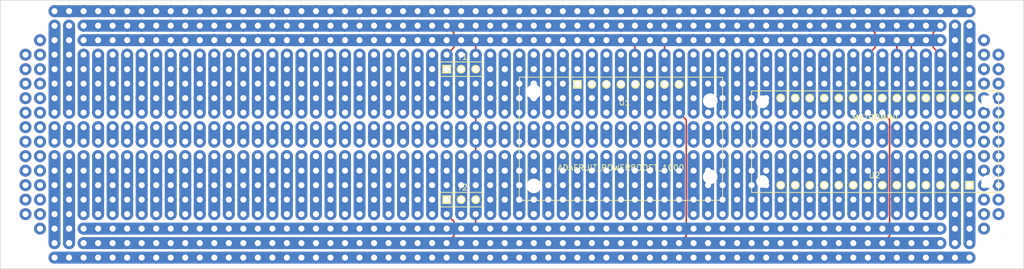
<source format=kicad_pcb>
(kicad_pcb (version 3) (host pcbnew "(2013-june-11)-stable")
  (layers (15 F.Cu signal) (6 Inner6.Cu signal) (5 Inner5.Cu signal) (4 Inner4.Cu signal) (3 Inner3.Cu signal) (2 Inner2.Cu signal) (1 Inner1.Cu signal) (0 B.Cu signal) (18 B.Paste user) (19 F.Paste user) (20 B.SilkS user) (21 F.SilkS user) (22 B.Mask user) (23 F.Mask user) (28 Edge.Cuts user))
  (net 0 "")
  (net 1 +3.3V)
  (net 2 +5V)
  (net 3 /ThrottleIn)
  (net 4 GND)
  (net 5 N-000002)
  (module MH (layer F.Cu) (at 35.56 58.42)
    (fp_text reference "" hide)
    (fp_text value "" hide)
    (pad "" np_thru_hole circle (at 0 0) (size 3.5 3.5) (drill 3.5) (layers *.Cu *.Mask F.SilkS))
  )
  (module MH (layer F.Cu) (at 205.74 58.42)
    (fp_text reference "" hide)
    (fp_text value "" hide)
    (pad "" np_thru_hole circle (at 0 0) (size 3.5 3.5) (drill 3.5) (layers *.Cu *.Mask F.SilkS))
  )
  (module MH (layer F.Cu) (at 205.74 96.52)
    (fp_text reference "" hide)
    (fp_text value "" hide)
    (pad "" np_thru_hole circle (at 0 0) (size 3.5 3.5) (drill 3.5) (layers *.Cu *.Mask F.SilkS))
  )
  (module MH (layer F.Cu) (at 35.56 96.52)
    (fp_text reference "" hide)
    (fp_text value "" hide)
    (pad "" np_thru_hole circle (at 0 0) (size 3.5 3.5) (drill 3.5) (layers *.Cu *.Mask F.SilkS))
  )
  (module PIN_ARRAY_3X1 (layer F.Cu) (at 111.76 66.04)
    (fp_text reference T1 (at 0.254 -2.159) (layer F.SilkS) (effects (font (size 1.016 1.016) (thickness 0.1524))))
    (fp_text value Throttle hide)
    (pad 1 thru_hole rect (at -2.54 0) (size 1.524 1.524) (drill 1.016) (layers *.Cu *.Mask F.SilkS) (net 1 +3.3V))
    (pad 2 thru_hole circle (at 0 0) (size 1.524 1.524) (drill 1.016) (layers *.Cu *.Mask F.SilkS) (net 3 /ThrottleIn))
    (pad 3 thru_hole circle (at 2.54 0) (size 1.524 1.524) (drill 1.016) (layers *.Cu *.Mask F.SilkS) (net 4 GND))
  )
  (module PIN_ARRAY_3X1 (layer F.Cu) (at 111.76 88.9)
    (fp_text reference T2 (at 0.254 -2.159) (layer F.SilkS) (effects (font (size 1.016 1.016) (thickness 0.1524))))
    (fp_text value Neopixels hide)
    (pad 1 thru_hole rect (at -2.54 0) (size 1.524 1.524) (drill 1.016) (layers *.Cu *.Mask F.SilkS) (net 2 +5V))
    (pad 2 thru_hole circle (at 0 0) (size 1.524 1.524) (drill 1.016) (layers *.Cu *.Mask F.SilkS) (net 5 N-000002))
    (pad 3 thru_hole circle (at 2.54 0) (size 1.524 1.524) (drill 1.016) (layers *.Cu *.Mask F.SilkS) (net 4 GND))
  )
  (module PBost500Breakout (layer F.Cu) (at 139.7 78.232)
    (fp_text reference U1 (at 0.635 -6.35) (layer F.SilkS))
    (fp_text value ADAFRUIT_POWERBOOST_1000 (at 0 5.08) (layer F.SilkS))
    (pad "" np_thru_hole circle (at -15.24 -8.255) (size 2.54 2.54) (drill 2.54) (layers *.Cu *.Mask F.SilkS))
    (pad "" np_thru_hole circle (at -15.24 8.255) (size 2.54 2.54) (drill 2.54) (layers *.Cu *.Mask F.SilkS))
    (pad "" np_thru_hole circle (at 15.62 -6.67) (size 2.54 2.54) (drill 2.54) (layers *.Cu *.Mask F.SilkS))
    (pad "" np_thru_hole circle (at 15.62 6.67) (size 2.54 2.54) (drill 2.54) (layers *.Cu *.Mask F.SilkS))
    (pad 1 thru_hole rect (at -7.62 -9.525) (size 1.524 1.524) (drill 1.016) (layers *.Cu *.Mask F.SilkS))
    (pad 2 thru_hole circle (at -5.08 -9.525) (size 1.524 1.524) (drill 1.016) (layers *.Cu *.Mask F.SilkS))
    (pad 3 thru_hole circle (at -2.54 -9.525) (size 1.524 1.524) (drill 1.016) (layers *.Cu *.Mask F.SilkS))
    (pad 4 thru_hole circle (at 0 -9.525) (size 1.524 1.524) (drill 1.016) (layers *.Cu *.Mask F.SilkS))
    (pad 5 thru_hole circle (at 2.54 -9.525) (size 1.524 1.524) (drill 1.016) (layers *.Cu *.Mask F.SilkS) (net 4 GND))
    (pad 6 thru_hole circle (at 5.08 -9.525) (size 1.524 1.524) (drill 1.016) (layers *.Cu *.Mask F.SilkS))
    (pad 7 thru_hole circle (at 7.62 -9.525) (size 1.524 1.524) (drill 1.016) (layers *.Cu *.Mask F.SilkS) (net 4 GND))
    (pad 8 thru_hole circle (at 10.16 -9.525) (size 1.524 1.524) (drill 1.016) (layers *.Cu *.Mask F.SilkS) (net 2 +5V))
  )
  (module MetroMini (layer F.Cu) (at 184.15 78.74 180)
    (fp_text reference U2 (at 0.1 -5.9 180) (layer F.SilkS))
    (fp_text value METROMINI (at 0 4.2 180) (layer F.SilkS))
    (pad "" np_thru_hole circle (at -19.685 -6.985 180) (size 2.2 2.2) (drill 2.2) (layers *.Cu *.Mask F.SilkS))
    (pad "" np_thru_hole circle (at -19.685 6.985 180) (size 2.2 2.2) (drill 2.2) (layers *.Cu *.Mask F.SilkS))
    (pad "" np_thru_hole circle (at 19.685 -6.985 180) (size 2.2 2.2) (drill 2.2) (layers *.Cu *.Mask F.SilkS))
    (pad "" np_thru_hole circle (at 19.685 6.985 180) (size 2.2 2.2) (drill 2.2) (layers *.Cu *.Mask F.SilkS))
    (pad 7 thru_hole circle (at -1.27 -7.63 180) (size 1.524 1.524) (drill 1.016) (layers *.Cu *.Mask F.SilkS))
    (pad 6 thru_hole circle (at -3.81 -7.63 180) (size 1.524 1.524) (drill 1.016) (layers *.Cu *.Mask F.SilkS))
    (pad 5 thru_hole circle (at -6.35 -7.63 180) (size 1.524 1.524) (drill 1.016) (layers *.Cu *.Mask F.SilkS))
    (pad 4 thru_hole circle (at -8.89 -7.63 180) (size 1.524 1.524) (drill 1.016) (layers *.Cu *.Mask F.SilkS))
    (pad 3 thru_hole circle (at -11.43 -7.63 180) (size 1.524 1.524) (drill 1.016) (layers *.Cu *.Mask F.SilkS))
    (pad 2 thru_hole circle (at -13.97 -7.63 180) (size 1.524 1.524) (drill 1.016) (layers *.Cu *.Mask F.SilkS))
    (pad 1 thru_hole rect (at -16.51 -7.63 180) (size 1.524 1.524) (drill 1.016) (layers *.Cu *.Mask F.SilkS))
    (pad 8 thru_hole circle (at 1.27 -7.63 180) (size 1.524 1.524) (drill 1.016) (layers *.Cu *.Mask F.SilkS) (net 5 N-000002))
    (pad 9 thru_hole circle (at 3.81 -7.63 180) (size 1.524 1.524) (drill 1.016) (layers *.Cu *.Mask F.SilkS))
    (pad 10 thru_hole circle (at 6.35 -7.63 180) (size 1.524 1.524) (drill 1.016) (layers *.Cu *.Mask F.SilkS))
    (pad 11 thru_hole circle (at 8.89 -7.63 180) (size 1.524 1.524) (drill 1.016) (layers *.Cu *.Mask F.SilkS))
    (pad 12 thru_hole circle (at 11.43 -7.63 180) (size 1.524 1.524) (drill 1.016) (layers *.Cu *.Mask F.SilkS))
    (pad 13 thru_hole circle (at 13.97 -7.63 180) (size 1.524 1.524) (drill 1.016) (layers *.Cu *.Mask F.SilkS))
    (pad 14 thru_hole circle (at 16.51 -7.63 180) (size 1.524 1.524) (drill 1.016) (layers *.Cu *.Mask F.SilkS))
    (pad 15 thru_hole circle (at 16.51 7.63 180) (size 1.524 1.524) (drill 1.016) (layers *.Cu *.Mask F.SilkS))
    (pad 16 thru_hole circle (at 13.97 7.63 180) (size 1.524 1.524) (drill 1.016) (layers *.Cu *.Mask F.SilkS))
    (pad 17 thru_hole circle (at 11.43 7.63 180) (size 1.524 1.524) (drill 1.016) (layers *.Cu *.Mask F.SilkS))
    (pad 18 thru_hole circle (at 8.89 7.63 180) (size 1.524 1.524) (drill 1.016) (layers *.Cu *.Mask F.SilkS))
    (pad 19 thru_hole circle (at 6.35 7.63 180) (size 1.524 1.524) (drill 1.016) (layers *.Cu *.Mask F.SilkS))
    (pad 20 thru_hole circle (at 3.81 7.63 180) (size 1.524 1.524) (drill 1.016) (layers *.Cu *.Mask F.SilkS) (net 3 /ThrottleIn))
    (pad 21 thru_hole circle (at 1.27 7.63 180) (size 1.524 1.524) (drill 1.016) (layers *.Cu *.Mask F.SilkS) (net 1 +3.3V))
    (pad 22 thru_hole circle (at -1.27 7.63 180) (size 1.524 1.524) (drill 1.016) (layers *.Cu *.Mask F.SilkS) (net 2 +5V))
    (pad 23 thru_hole circle (at -3.81 7.63 180) (size 1.524 1.524) (drill 1.016) (layers *.Cu *.Mask F.SilkS) (net 4 GND))
    (pad 24 thru_hole circle (at -6.35 7.63 180) (size 1.524 1.524) (drill 1.016) (layers *.Cu *.Mask F.SilkS) (net 4 GND))
    (pad 25 thru_hole circle (at -8.89 7.63 180) (size 1.524 1.524) (drill 1.016) (layers *.Cu *.Mask F.SilkS))
    (pad 26 thru_hole circle (at -11.43 7.63 180) (size 1.524 1.524) (drill 1.016) (layers *.Cu *.Mask F.SilkS) (net 1 +3.3V))
    (pad 27 thru_hole circle (at -13.97 7.63 180) (size 1.524 1.524) (drill 1.016) (layers *.Cu *.Mask F.SilkS))
    (pad 28 thru_hole circle (at -16.51 7.63 180) (size 1.524 1.524) (drill 1.016) (layers *.Cu *.Mask F.SilkS))
  )
  (gr_line (start 31.15 100.97) (end 31.15 53.97) (angle 90) (layer Edge.Cuts) (width 0.1))
  (gr_line (start 210.15 100.97) (end 31.15 100.97) (angle 90) (layer Edge.Cuts) (width 0.1))
  (gr_line (start 210.15 53.97) (end 210.15 100.97) (angle 90) (layer Edge.Cuts) (width 0.1))
  (gr_line (start 31.15 53.97) (end 210.15 53.97) (angle 90) (layer Edge.Cuts) (width 0.1))
  (via (at 127 88.9) (size 2.1) (drill 1.07) (layers F.Cu B.Cu) (net 0))
  (via (at 127 86.36) (size 2.1) (drill 1.07) (layers F.Cu B.Cu) (net 0))
  (via (at 127 83.82) (size 2.1) (drill 1.07) (layers F.Cu B.Cu) (net 0))
  (via (at 127 81.28) (size 2.1) (drill 1.07) (layers F.Cu B.Cu) (net 0))
  (segment (start 127 86.36) (end 127 88.9) (width 2.1) (layer B.Cu) (net 0))
  (segment (start 127 91.44) (end 127 88.9) (width 2.1) (layer B.Cu) (net 0))
  (via (at 127 91.44) (size 2.1) (drill 1.07) (layers F.Cu B.Cu) (net 0))
  (segment (start 127 83.82) (end 127 81.28) (width 2.1) (layer B.Cu) (net 0))
  (segment (start 127 83.82) (end 127 86.36) (width 2.1) (layer B.Cu) (net 0))
  (segment (start 187.96 76.2) (end 187.96 78.74) (width 2.1) (layer B.Cu) (net 0))
  (via (at 187.96 78.74) (size 2.1) (drill 1.07) (layers F.Cu B.Cu) (net 0))
  (via (at 187.96 76.2) (size 2.1) (drill 1.07) (layers F.Cu B.Cu) (net 0))
  (via (at 180.34 76.2) (size 2.1) (drill 1.07) (layers F.Cu B.Cu) (net 0))
  (via (at 180.34 78.74) (size 2.1) (drill 1.07) (layers F.Cu B.Cu) (net 0))
  (segment (start 180.34 78.74) (end 180.34 76.2) (width 2.1) (layer B.Cu) (net 0))
  (via (at 205.74 63.5) (size 2.1) (drill 1.07) (layers F.Cu B.Cu) (net 0))
  (via (at 205.74 66.04) (size 2.1) (drill 1.07) (layers F.Cu B.Cu) (net 0))
  (via (at 205.74 68.58) (size 2.1) (drill 1.07) (layers F.Cu B.Cu) (net 0))
  (via (at 205.74 71.12) (size 2.1) (drill 1.07) (layers F.Cu B.Cu) (net 0))
  (via (at 205.74 73.66) (size 2.1) (drill 1.07) (layers F.Cu B.Cu) (net 0))
  (via (at 205.74 76.2) (size 2.1) (drill 1.07) (layers F.Cu B.Cu) (net 0))
  (via (at 205.74 78.74) (size 2.1) (drill 1.07) (layers F.Cu B.Cu) (net 0))
  (via (at 205.74 81.28) (size 2.1) (drill 1.07) (layers F.Cu B.Cu) (net 0))
  (via (at 205.74 83.82) (size 2.1) (drill 1.07) (layers F.Cu B.Cu) (net 0))
  (via (at 205.74 86.36) (size 2.1) (drill 1.07) (layers F.Cu B.Cu) (net 0))
  (via (at 205.74 88.9) (size 2.1) (drill 1.07) (layers F.Cu B.Cu) (net 0))
  (via (at 205.74 91.44) (size 2.1) (drill 1.07) (layers F.Cu B.Cu) (net 0))
  (via (at 203.2 60.96) (size 2.1) (drill 1.07) (layers F.Cu B.Cu) (net 0))
  (via (at 203.2 63.5) (size 2.1) (drill 1.07) (layers F.Cu B.Cu) (net 0))
  (via (at 203.2 66.04) (size 2.1) (drill 1.07) (layers F.Cu B.Cu) (net 0))
  (via (at 203.2 68.58) (size 2.1) (drill 1.07) (layers F.Cu B.Cu) (net 0))
  (via (at 203.2 71.12) (size 2.1) (drill 1.07) (layers F.Cu B.Cu) (net 0))
  (via (at 203.2 73.66) (size 2.1) (drill 1.07) (layers F.Cu B.Cu) (net 0))
  (via (at 203.2 76.2) (size 2.1) (drill 1.07) (layers F.Cu B.Cu) (net 0))
  (via (at 203.2 78.74) (size 2.1) (drill 1.07) (layers F.Cu B.Cu) (net 0))
  (via (at 203.2 81.28) (size 2.1) (drill 1.07) (layers F.Cu B.Cu) (net 0))
  (via (at 203.2 83.82) (size 2.1) (drill 1.07) (layers F.Cu B.Cu) (net 0))
  (via (at 203.2 86.36) (size 2.1) (drill 1.07) (layers F.Cu B.Cu) (net 0))
  (via (at 203.2 88.9) (size 2.1) (drill 1.07) (layers F.Cu B.Cu) (net 0))
  (via (at 203.2 91.44) (size 2.1) (drill 1.07) (layers F.Cu B.Cu) (net 0))
  (via (at 203.2 93.98) (size 2.1) (drill 1.07) (layers F.Cu B.Cu) (net 0))
  (via (at 35.56 91.44) (size 2.1) (drill 1.07) (layers F.Cu B.Cu) (net 0))
  (via (at 35.56 88.9) (size 2.1) (drill 1.07) (layers F.Cu B.Cu) (net 0))
  (via (at 35.56 86.36) (size 2.1) (drill 1.07) (layers F.Cu B.Cu) (net 0))
  (via (at 35.56 83.82) (size 2.1) (drill 1.07) (layers F.Cu B.Cu) (net 0))
  (via (at 35.56 81.28) (size 2.1) (drill 1.07) (layers F.Cu B.Cu) (net 0))
  (via (at 35.56 78.74) (size 2.1) (drill 1.07) (layers F.Cu B.Cu) (net 0))
  (via (at 35.56 76.2) (size 2.1) (drill 1.07) (layers F.Cu B.Cu) (net 0))
  (via (at 35.56 73.66) (size 2.1) (drill 1.07) (layers F.Cu B.Cu) (net 0))
  (via (at 35.56 71.12) (size 2.1) (drill 1.07) (layers F.Cu B.Cu) (net 0))
  (via (at 35.56 68.58) (size 2.1) (drill 1.07) (layers F.Cu B.Cu) (net 0))
  (via (at 35.56 66.04) (size 2.1) (drill 1.07) (layers F.Cu B.Cu) (net 0))
  (via (at 35.56 63.5) (size 2.1) (drill 1.07) (layers F.Cu B.Cu) (net 0))
  (via (at 38.1 93.98) (size 2.1) (drill 1.07) (layers F.Cu B.Cu) (net 0))
  (via (at 38.1 91.44) (size 2.1) (drill 1.07) (layers F.Cu B.Cu) (net 0))
  (via (at 38.1 88.9) (size 2.1) (drill 1.07) (layers F.Cu B.Cu) (net 0))
  (via (at 38.1 86.36) (size 2.1) (drill 1.07) (layers F.Cu B.Cu) (net 0))
  (via (at 38.1 83.82) (size 2.1) (drill 1.07) (layers F.Cu B.Cu) (net 0))
  (via (at 38.1 81.28) (size 2.1) (drill 1.07) (layers F.Cu B.Cu) (net 0))
  (via (at 38.1 78.74) (size 2.1) (drill 1.07) (layers F.Cu B.Cu) (net 0))
  (via (at 38.1 76.2) (size 2.1) (drill 1.07) (layers F.Cu B.Cu) (net 0))
  (via (at 38.1 73.66) (size 2.1) (drill 1.07) (layers F.Cu B.Cu) (net 0))
  (via (at 38.1 71.12) (size 2.1) (drill 1.07) (layers F.Cu B.Cu) (net 0))
  (via (at 38.1 68.58) (size 2.1) (drill 1.07) (layers F.Cu B.Cu) (net 0))
  (via (at 38.1 66.04) (size 2.1) (drill 1.07) (layers F.Cu B.Cu) (net 0))
  (via (at 38.1 63.5) (size 2.1) (drill 1.07) (layers F.Cu B.Cu) (net 0))
  (via (at 38.1 60.96) (size 2.1) (drill 1.07) (layers F.Cu B.Cu) (net 0))
  (segment (start 48.26 99.06) (end 50.8 99.06) (width 2.1) (layer B.Cu) (net 0))
  (segment (start 50.8 99.06) (end 53.34 99.06) (width 2.1) (layer B.Cu) (net 0))
  (segment (start 53.34 99.06) (end 55.88 99.06) (width 2.1) (layer B.Cu) (net 0))
  (segment (start 55.88 99.06) (end 58.42 99.06) (width 2.1) (layer B.Cu) (net 0))
  (segment (start 58.42 99.06) (end 60.96 99.06) (width 2.1) (layer B.Cu) (net 0))
  (segment (start 60.96 99.06) (end 63.5 99.06) (width 2.1) (layer B.Cu) (net 0))
  (segment (start 63.5 99.06) (end 66.04 99.06) (width 2.1) (layer B.Cu) (net 0))
  (segment (start 66.04 99.06) (end 68.58 99.06) (width 2.1) (layer B.Cu) (net 0))
  (segment (start 68.58 99.06) (end 71.12 99.06) (width 2.1) (layer B.Cu) (net 0))
  (segment (start 71.12 99.06) (end 73.66 99.06) (width 2.1) (layer B.Cu) (net 0))
  (segment (start 73.66 99.06) (end 76.2 99.06) (width 2.1) (layer B.Cu) (net 0))
  (segment (start 76.2 99.06) (end 78.74 99.06) (width 2.1) (layer B.Cu) (net 0))
  (segment (start 78.74 99.06) (end 81.28 99.06) (width 2.1) (layer B.Cu) (net 0))
  (segment (start 81.28 99.06) (end 83.82 99.06) (width 2.1) (layer B.Cu) (net 0))
  (segment (start 83.82 99.06) (end 86.36 99.06) (width 2.1) (layer B.Cu) (net 0))
  (segment (start 86.36 99.06) (end 88.9 99.06) (width 2.1) (layer B.Cu) (net 0))
  (segment (start 88.9 99.06) (end 91.44 99.06) (width 2.1) (layer B.Cu) (net 0))
  (segment (start 91.44 99.06) (end 93.98 99.06) (width 2.1) (layer B.Cu) (net 0))
  (segment (start 93.98 99.06) (end 96.52 99.06) (width 2.1) (layer B.Cu) (net 0))
  (segment (start 96.52 99.06) (end 99.06 99.06) (width 2.1) (layer B.Cu) (net 0))
  (segment (start 99.06 99.06) (end 101.6 99.06) (width 2.1) (layer B.Cu) (net 0))
  (segment (start 101.6 99.06) (end 104.14 99.06) (width 2.1) (layer B.Cu) (net 0))
  (segment (start 104.14 99.06) (end 106.68 99.06) (width 2.1) (layer B.Cu) (net 0))
  (segment (start 106.68 99.06) (end 109.22 99.06) (width 2.1) (layer B.Cu) (net 0))
  (segment (start 109.22 99.06) (end 111.76 99.06) (width 2.1) (layer B.Cu) (net 0))
  (segment (start 111.76 99.06) (end 114.3 99.06) (width 2.1) (layer B.Cu) (net 0))
  (segment (start 114.3 99.06) (end 116.84 99.06) (width 2.1) (layer B.Cu) (net 0))
  (segment (start 116.84 99.06) (end 119.38 99.06) (width 2.1) (layer B.Cu) (net 0))
  (segment (start 119.38 99.06) (end 121.92 99.06) (width 2.1) (layer B.Cu) (net 0))
  (segment (start 121.92 99.06) (end 124.46 99.06) (width 2.1) (layer B.Cu) (net 0))
  (segment (start 124.46 99.06) (end 127 99.06) (width 2.1) (layer B.Cu) (net 0))
  (segment (start 127 99.06) (end 129.54 99.06) (width 2.1) (layer B.Cu) (net 0))
  (segment (start 129.54 99.06) (end 132.08 99.06) (width 2.1) (layer B.Cu) (net 0))
  (segment (start 132.08 99.06) (end 134.62 99.06) (width 2.1) (layer B.Cu) (net 0))
  (segment (start 134.62 99.06) (end 137.16 99.06) (width 2.1) (layer B.Cu) (net 0))
  (segment (start 137.16 99.06) (end 139.7 99.06) (width 2.1) (layer B.Cu) (net 0))
  (segment (start 139.7 99.06) (end 142.14 99.06) (width 2.1) (layer B.Cu) (net 0))
  (segment (start 142.14 99.06) (end 144.78 99.06) (width 2.1) (layer B.Cu) (net 0))
  (segment (start 144.78 99.06) (end 147.32 99.06) (width 2.1) (layer B.Cu) (net 0))
  (segment (start 147.32 99.06) (end 149.86 99.06) (width 2.1) (layer B.Cu) (net 0))
  (segment (start 149.86 99.06) (end 152.4 99.06) (width 2.1) (layer B.Cu) (net 0))
  (segment (start 152.4 99.06) (end 154.94 99.06) (width 2.1) (layer B.Cu) (net 0))
  (segment (start 154.94 99.06) (end 157.48 99.06) (width 2.1) (layer B.Cu) (net 0))
  (segment (start 157.48 99.06) (end 160.02 99.06) (width 2.1) (layer B.Cu) (net 0))
  (segment (start 160.02 99.06) (end 162.56 99.06) (width 2.1) (layer B.Cu) (net 0))
  (segment (start 162.56 99.06) (end 165.1 99.06) (width 2.1) (layer B.Cu) (net 0))
  (segment (start 165.1 99.06) (end 167.64 99.06) (width 2.1) (layer B.Cu) (net 0))
  (segment (start 167.64 99.06) (end 170.18 99.06) (width 2.1) (layer B.Cu) (net 0))
  (segment (start 170.18 99.06) (end 172.72 99.06) (width 2.1) (layer B.Cu) (net 0))
  (segment (start 172.72 99.06) (end 175.26 99.06) (width 2.1) (layer B.Cu) (net 0))
  (segment (start 175.26 99.06) (end 177.8 99.06) (width 2.1) (layer B.Cu) (net 0))
  (segment (start 177.8 99.06) (end 180.34 99.06) (width 2.1) (layer B.Cu) (net 0))
  (segment (start 180.34 99.06) (end 182.88 99.06) (width 2.1) (layer B.Cu) (net 0))
  (segment (start 182.88 99.06) (end 185.42 99.06) (width 2.1) (layer B.Cu) (net 0))
  (segment (start 185.42 99.06) (end 187.96 99.06) (width 2.1) (layer B.Cu) (net 0))
  (segment (start 187.96 99.06) (end 190.5 99.06) (width 2.1) (layer B.Cu) (net 0))
  (segment (start 190.5 99.06) (end 193.04 99.06) (width 2.1) (layer B.Cu) (net 0))
  (segment (start 193.04 99.06) (end 195.58 99.06) (width 2.1) (layer B.Cu) (net 0))
  (segment (start 195.58 99.06) (end 198.12 99.06) (width 2.1) (layer B.Cu) (net 0))
  (segment (start 198.12 99.06) (end 200.66 99.06) (width 2.1) (layer B.Cu) (net 0))
  (segment (start 45.72 99.06) (end 43.18 99.06) (width 2.1) (layer B.Cu) (net 0))
  (segment (start 40.64 99.06) (end 43.18 99.06) (width 2.1) (layer B.Cu) (net 0))
  (via (at 40.64 99.06) (size 2.1) (drill 1.07) (layers F.Cu B.Cu) (net 0))
  (via (at 43.18 99.06) (size 2.1) (drill 1.07) (layers F.Cu B.Cu) (net 0))
  (segment (start 45.72 99.06) (end 48.26 99.06) (width 2.1) (layer B.Cu) (net 0))
  (via (at 200.66 99.06) (size 2.1) (drill 1.07) (layers F.Cu B.Cu) (net 0))
  (via (at 198.12 99.06) (size 2.1) (drill 1.07) (layers F.Cu B.Cu) (net 0))
  (via (at 195.58 99.06) (size 2.1) (drill 1.07) (layers F.Cu B.Cu) (net 0))
  (via (at 193.04 99.06) (size 2.1) (drill 1.07) (layers F.Cu B.Cu) (net 0))
  (via (at 190.5 99.06) (size 2.1) (drill 1.07) (layers F.Cu B.Cu) (net 0))
  (via (at 187.96 99.06) (size 2.1) (drill 1.07) (layers F.Cu B.Cu) (net 0))
  (via (at 185.42 99.06) (size 2.1) (drill 1.07) (layers F.Cu B.Cu) (net 0))
  (via (at 182.88 99.06) (size 2.1) (drill 1.07) (layers F.Cu B.Cu) (net 0))
  (via (at 180.34 99.06) (size 2.1) (drill 1.07) (layers F.Cu B.Cu) (net 0))
  (via (at 177.8 99.06) (size 2.1) (drill 1.07) (layers F.Cu B.Cu) (net 0))
  (via (at 175.26 99.06) (size 2.1) (drill 1.07) (layers F.Cu B.Cu) (net 0))
  (via (at 172.72 99.06) (size 2.1) (drill 1.07) (layers F.Cu B.Cu) (net 0))
  (via (at 170.18 99.06) (size 2.1) (drill 1.07) (layers F.Cu B.Cu) (net 0))
  (via (at 167.64 99.06) (size 2.1) (drill 1.07) (layers F.Cu B.Cu) (net 0))
  (via (at 165.1 99.06) (size 2.1) (drill 1.07) (layers F.Cu B.Cu) (net 0))
  (via (at 162.56 99.06) (size 2.1) (drill 1.07) (layers F.Cu B.Cu) (net 0))
  (via (at 160.02 99.06) (size 2.1) (drill 1.07) (layers F.Cu B.Cu) (net 0))
  (via (at 157.48 99.06) (size 2.1) (drill 1.07) (layers F.Cu B.Cu) (net 0))
  (via (at 154.94 99.06) (size 2.1) (drill 1.07) (layers F.Cu B.Cu) (net 0))
  (via (at 152.4 99.06) (size 2.1) (drill 1.07) (layers F.Cu B.Cu) (net 0))
  (via (at 149.86 99.06) (size 2.1) (drill 1.07) (layers F.Cu B.Cu) (net 0))
  (via (at 147.32 99.06) (size 2.1) (drill 1.07) (layers F.Cu B.Cu) (net 0))
  (via (at 144.78 99.06) (size 2.1) (drill 1.07) (layers F.Cu B.Cu) (net 0))
  (via (at 142.14 99.06) (size 2.1) (drill 1.07) (layers F.Cu B.Cu) (net 0))
  (via (at 139.7 99.06) (size 2.1) (drill 1.07) (layers F.Cu B.Cu) (net 0))
  (via (at 137.16 99.06) (size 2.1) (drill 1.07) (layers F.Cu B.Cu) (net 0))
  (via (at 134.62 99.06) (size 2.1) (drill 1.07) (layers F.Cu B.Cu) (net 0))
  (via (at 132.08 99.06) (size 2.1) (drill 1.07) (layers F.Cu B.Cu) (net 0))
  (via (at 129.54 99.06) (size 2.1) (drill 1.07) (layers F.Cu B.Cu) (net 0))
  (via (at 127 99.06) (size 2.1) (drill 1.07) (layers F.Cu B.Cu) (net 0))
  (via (at 124.46 99.06) (size 2.1) (drill 1.07) (layers F.Cu B.Cu) (net 0))
  (via (at 121.92 99.06) (size 2.1) (drill 1.07) (layers F.Cu B.Cu) (net 0))
  (via (at 119.38 99.06) (size 2.1) (drill 1.07) (layers F.Cu B.Cu) (net 0))
  (via (at 116.84 99.06) (size 2.1) (drill 1.07) (layers F.Cu B.Cu) (net 0))
  (via (at 114.3 99.06) (size 2.1) (drill 1.07) (layers F.Cu B.Cu) (net 0))
  (via (at 111.76 99.06) (size 2.1) (drill 1.07) (layers F.Cu B.Cu) (net 0))
  (via (at 109.22 99.06) (size 2.1) (drill 1.07) (layers F.Cu B.Cu) (net 0))
  (via (at 106.68 99.06) (size 2.1) (drill 1.07) (layers F.Cu B.Cu) (net 0))
  (via (at 104.14 99.06) (size 2.1) (drill 1.07) (layers F.Cu B.Cu) (net 0))
  (via (at 101.6 99.06) (size 2.1) (drill 1.07) (layers F.Cu B.Cu) (net 0))
  (via (at 99.06 99.06) (size 2.1) (drill 1.07) (layers F.Cu B.Cu) (net 0))
  (via (at 96.52 99.06) (size 2.1) (drill 1.07) (layers F.Cu B.Cu) (net 0))
  (via (at 93.98 99.06) (size 2.1) (drill 1.07) (layers F.Cu B.Cu) (net 0))
  (via (at 91.44 99.06) (size 2.1) (drill 1.07) (layers F.Cu B.Cu) (net 0))
  (via (at 88.9 99.06) (size 2.1) (drill 1.07) (layers F.Cu B.Cu) (net 0))
  (via (at 86.36 99.06) (size 2.1) (drill 1.07) (layers F.Cu B.Cu) (net 0))
  (via (at 83.82 99.06) (size 2.1) (drill 1.07) (layers F.Cu B.Cu) (net 0))
  (via (at 81.28 99.06) (size 2.1) (drill 1.07) (layers F.Cu B.Cu) (net 0))
  (via (at 78.74 99.06) (size 2.1) (drill 1.07) (layers F.Cu B.Cu) (net 0))
  (via (at 76.2 99.06) (size 2.1) (drill 1.07) (layers F.Cu B.Cu) (net 0))
  (via (at 73.66 99.06) (size 2.1) (drill 1.07) (layers F.Cu B.Cu) (net 0))
  (via (at 71.12 99.06) (size 2.1) (drill 1.07) (layers F.Cu B.Cu) (net 0))
  (via (at 68.58 99.06) (size 2.1) (drill 1.07) (layers F.Cu B.Cu) (net 0))
  (via (at 66.04 99.06) (size 2.1) (drill 1.07) (layers F.Cu B.Cu) (net 0))
  (via (at 63.5 99.06) (size 2.1) (drill 1.07) (layers F.Cu B.Cu) (net 0))
  (via (at 60.96 99.06) (size 2.1) (drill 1.07) (layers F.Cu B.Cu) (net 0))
  (via (at 58.42 99.06) (size 2.1) (drill 1.07) (layers F.Cu B.Cu) (net 0))
  (via (at 55.88 99.06) (size 2.1) (drill 1.07) (layers F.Cu B.Cu) (net 0))
  (via (at 53.34 99.06) (size 2.1) (drill 1.07) (layers F.Cu B.Cu) (net 0))
  (via (at 50.8 99.06) (size 2.1) (drill 1.07) (layers F.Cu B.Cu) (net 0))
  (via (at 48.26 99.06) (size 2.1) (drill 1.07) (layers F.Cu B.Cu) (net 0))
  (via (at 45.72 99.06) (size 2.1) (drill 1.07) (layers F.Cu B.Cu) (net 0))
  (via (at 43.18 93.98) (size 2.1) (drill 1.07) (layers F.Cu B.Cu) (net 0))
  (segment (start 43.18 93.98) (end 43.18 96.52) (width 2.1) (layer B.Cu) (net 0))
  (via (at 43.18 96.52) (size 2.1) (drill 1.07) (layers F.Cu B.Cu) (net 0))
  (segment (start 195.58 83.82) (end 195.58 86.36) (width 2.1) (layer B.Cu) (net 0))
  (segment (start 195.58 83.82) (end 195.58 81.28) (width 2.1) (layer B.Cu) (net 0))
  (via (at 195.58 91.44) (size 2.1) (drill 1.07) (layers F.Cu B.Cu) (net 0))
  (segment (start 195.58 91.44) (end 195.58 88.9) (width 2.1) (layer B.Cu) (net 0))
  (segment (start 195.58 86.36) (end 195.58 88.9) (width 2.1) (layer B.Cu) (net 0))
  (via (at 195.58 81.28) (size 2.1) (drill 1.07) (layers F.Cu B.Cu) (net 0))
  (via (at 195.58 83.82) (size 2.1) (drill 1.07) (layers F.Cu B.Cu) (net 0))
  (via (at 195.58 86.36) (size 2.1) (drill 1.07) (layers F.Cu B.Cu) (net 0))
  (via (at 195.58 88.9) (size 2.1) (drill 1.07) (layers F.Cu B.Cu) (net 0))
  (segment (start 45.72 83.82) (end 45.72 86.36) (width 2.1) (layer B.Cu) (net 0))
  (segment (start 45.72 83.82) (end 45.72 81.28) (width 2.1) (layer B.Cu) (net 0))
  (via (at 45.72 91.44) (size 2.1) (drill 1.07) (layers F.Cu B.Cu) (net 0))
  (segment (start 45.72 91.44) (end 45.72 88.9) (width 2.1) (layer B.Cu) (net 0))
  (segment (start 45.72 86.36) (end 45.72 88.9) (width 2.1) (layer B.Cu) (net 0))
  (via (at 45.72 81.28) (size 2.1) (drill 1.07) (layers F.Cu B.Cu) (net 0))
  (via (at 45.72 83.82) (size 2.1) (drill 1.07) (layers F.Cu B.Cu) (net 0))
  (via (at 45.72 86.36) (size 2.1) (drill 1.07) (layers F.Cu B.Cu) (net 0))
  (via (at 45.72 88.9) (size 2.1) (drill 1.07) (layers F.Cu B.Cu) (net 0))
  (via (at 48.26 88.9) (size 2.1) (drill 1.07) (layers F.Cu B.Cu) (net 0))
  (via (at 48.26 86.36) (size 2.1) (drill 1.07) (layers F.Cu B.Cu) (net 0))
  (via (at 48.26 83.82) (size 2.1) (drill 1.07) (layers F.Cu B.Cu) (net 0))
  (via (at 48.26 81.28) (size 2.1) (drill 1.07) (layers F.Cu B.Cu) (net 0))
  (segment (start 48.26 86.36) (end 48.26 88.9) (width 2.1) (layer B.Cu) (net 0))
  (segment (start 48.26 91.44) (end 48.26 88.9) (width 2.1) (layer B.Cu) (net 0))
  (via (at 48.26 91.44) (size 2.1) (drill 1.07) (layers F.Cu B.Cu) (net 0))
  (segment (start 48.26 83.82) (end 48.26 81.28) (width 2.1) (layer B.Cu) (net 0))
  (segment (start 48.26 83.82) (end 48.26 86.36) (width 2.1) (layer B.Cu) (net 0))
  (segment (start 53.34 83.82) (end 53.34 86.36) (width 2.1) (layer B.Cu) (net 0))
  (segment (start 53.34 83.82) (end 53.34 81.28) (width 2.1) (layer B.Cu) (net 0))
  (via (at 53.34 91.44) (size 2.1) (drill 1.07) (layers F.Cu B.Cu) (net 0))
  (segment (start 53.34 91.44) (end 53.34 88.9) (width 2.1) (layer B.Cu) (net 0))
  (segment (start 53.34 86.36) (end 53.34 88.9) (width 2.1) (layer B.Cu) (net 0))
  (via (at 53.34 81.28) (size 2.1) (drill 1.07) (layers F.Cu B.Cu) (net 0))
  (via (at 53.34 83.82) (size 2.1) (drill 1.07) (layers F.Cu B.Cu) (net 0))
  (via (at 53.34 86.36) (size 2.1) (drill 1.07) (layers F.Cu B.Cu) (net 0))
  (via (at 53.34 88.9) (size 2.1) (drill 1.07) (layers F.Cu B.Cu) (net 0))
  (via (at 50.8 88.9) (size 2.1) (drill 1.07) (layers F.Cu B.Cu) (net 0))
  (via (at 50.8 86.36) (size 2.1) (drill 1.07) (layers F.Cu B.Cu) (net 0))
  (via (at 50.8 83.82) (size 2.1) (drill 1.07) (layers F.Cu B.Cu) (net 0))
  (via (at 50.8 81.28) (size 2.1) (drill 1.07) (layers F.Cu B.Cu) (net 0))
  (segment (start 50.8 86.36) (end 50.8 88.9) (width 2.1) (layer B.Cu) (net 0))
  (segment (start 50.8 91.44) (end 50.8 88.9) (width 2.1) (layer B.Cu) (net 0))
  (via (at 50.8 91.44) (size 2.1) (drill 1.07) (layers F.Cu B.Cu) (net 0))
  (segment (start 50.8 83.82) (end 50.8 81.28) (width 2.1) (layer B.Cu) (net 0))
  (segment (start 50.8 83.82) (end 50.8 86.36) (width 2.1) (layer B.Cu) (net 0))
  (segment (start 60.96 83.82) (end 60.96 86.36) (width 2.1) (layer B.Cu) (net 0))
  (segment (start 60.96 83.82) (end 60.96 81.28) (width 2.1) (layer B.Cu) (net 0))
  (via (at 60.96 91.44) (size 2.1) (drill 1.07) (layers F.Cu B.Cu) (net 0))
  (segment (start 60.96 91.44) (end 60.96 88.9) (width 2.1) (layer B.Cu) (net 0))
  (segment (start 60.96 86.36) (end 60.96 88.9) (width 2.1) (layer B.Cu) (net 0))
  (via (at 60.96 81.28) (size 2.1) (drill 1.07) (layers F.Cu B.Cu) (net 0))
  (via (at 60.96 83.82) (size 2.1) (drill 1.07) (layers F.Cu B.Cu) (net 0))
  (via (at 60.96 86.36) (size 2.1) (drill 1.07) (layers F.Cu B.Cu) (net 0))
  (via (at 60.96 88.9) (size 2.1) (drill 1.07) (layers F.Cu B.Cu) (net 0))
  (via (at 63.5 88.9) (size 2.1) (drill 1.07) (layers F.Cu B.Cu) (net 0))
  (via (at 63.5 86.36) (size 2.1) (drill 1.07) (layers F.Cu B.Cu) (net 0))
  (via (at 63.5 83.82) (size 2.1) (drill 1.07) (layers F.Cu B.Cu) (net 0))
  (via (at 63.5 81.28) (size 2.1) (drill 1.07) (layers F.Cu B.Cu) (net 0))
  (segment (start 63.5 86.36) (end 63.5 88.9) (width 2.1) (layer B.Cu) (net 0))
  (segment (start 63.5 91.44) (end 63.5 88.9) (width 2.1) (layer B.Cu) (net 0))
  (via (at 63.5 91.44) (size 2.1) (drill 1.07) (layers F.Cu B.Cu) (net 0))
  (segment (start 63.5 83.82) (end 63.5 81.28) (width 2.1) (layer B.Cu) (net 0))
  (segment (start 63.5 83.82) (end 63.5 86.36) (width 2.1) (layer B.Cu) (net 0))
  (segment (start 58.42 83.82) (end 58.42 86.36) (width 2.1) (layer B.Cu) (net 0))
  (segment (start 58.42 83.82) (end 58.42 81.28) (width 2.1) (layer B.Cu) (net 0))
  (via (at 58.42 91.44) (size 2.1) (drill 1.07) (layers F.Cu B.Cu) (net 0))
  (segment (start 58.42 91.44) (end 58.42 88.9) (width 2.1) (layer B.Cu) (net 0))
  (segment (start 58.42 86.36) (end 58.42 88.9) (width 2.1) (layer B.Cu) (net 0))
  (via (at 58.42 81.28) (size 2.1) (drill 1.07) (layers F.Cu B.Cu) (net 0))
  (via (at 58.42 83.82) (size 2.1) (drill 1.07) (layers F.Cu B.Cu) (net 0))
  (via (at 58.42 86.36) (size 2.1) (drill 1.07) (layers F.Cu B.Cu) (net 0))
  (via (at 58.42 88.9) (size 2.1) (drill 1.07) (layers F.Cu B.Cu) (net 0))
  (via (at 55.88 88.9) (size 2.1) (drill 1.07) (layers F.Cu B.Cu) (net 0))
  (via (at 55.88 86.36) (size 2.1) (drill 1.07) (layers F.Cu B.Cu) (net 0))
  (via (at 55.88 83.82) (size 2.1) (drill 1.07) (layers F.Cu B.Cu) (net 0))
  (via (at 55.88 81.28) (size 2.1) (drill 1.07) (layers F.Cu B.Cu) (net 0))
  (segment (start 55.88 86.36) (end 55.88 88.9) (width 2.1) (layer B.Cu) (net 0))
  (segment (start 55.88 91.44) (end 55.88 88.9) (width 2.1) (layer B.Cu) (net 0))
  (via (at 55.88 91.44) (size 2.1) (drill 1.07) (layers F.Cu B.Cu) (net 0))
  (segment (start 55.88 83.82) (end 55.88 81.28) (width 2.1) (layer B.Cu) (net 0))
  (segment (start 55.88 83.82) (end 55.88 86.36) (width 2.1) (layer B.Cu) (net 0))
  (segment (start 76.2 83.82) (end 76.2 86.36) (width 2.1) (layer B.Cu) (net 0))
  (segment (start 76.2 83.82) (end 76.2 81.28) (width 2.1) (layer B.Cu) (net 0))
  (via (at 76.2 91.44) (size 2.1) (drill 1.07) (layers F.Cu B.Cu) (net 0))
  (segment (start 76.2 91.44) (end 76.2 88.9) (width 2.1) (layer B.Cu) (net 0))
  (segment (start 76.2 86.36) (end 76.2 88.9) (width 2.1) (layer B.Cu) (net 0))
  (via (at 76.2 81.28) (size 2.1) (drill 1.07) (layers F.Cu B.Cu) (net 0))
  (via (at 76.2 83.82) (size 2.1) (drill 1.07) (layers F.Cu B.Cu) (net 0))
  (via (at 76.2 86.36) (size 2.1) (drill 1.07) (layers F.Cu B.Cu) (net 0))
  (via (at 76.2 88.9) (size 2.1) (drill 1.07) (layers F.Cu B.Cu) (net 0))
  (via (at 78.74 88.9) (size 2.1) (drill 1.07) (layers F.Cu B.Cu) (net 0))
  (via (at 78.74 86.36) (size 2.1) (drill 1.07) (layers F.Cu B.Cu) (net 0))
  (via (at 78.74 83.82) (size 2.1) (drill 1.07) (layers F.Cu B.Cu) (net 0))
  (via (at 78.74 81.28) (size 2.1) (drill 1.07) (layers F.Cu B.Cu) (net 0))
  (segment (start 78.74 86.36) (end 78.74 88.9) (width 2.1) (layer B.Cu) (net 0))
  (segment (start 78.74 91.44) (end 78.74 88.9) (width 2.1) (layer B.Cu) (net 0))
  (via (at 78.74 91.44) (size 2.1) (drill 1.07) (layers F.Cu B.Cu) (net 0))
  (segment (start 78.74 83.82) (end 78.74 81.28) (width 2.1) (layer B.Cu) (net 0))
  (segment (start 78.74 83.82) (end 78.74 86.36) (width 2.1) (layer B.Cu) (net 0))
  (segment (start 83.82 83.82) (end 83.82 86.36) (width 2.1) (layer B.Cu) (net 0))
  (segment (start 83.82 83.82) (end 83.82 81.28) (width 2.1) (layer B.Cu) (net 0))
  (via (at 83.82 91.44) (size 2.1) (drill 1.07) (layers F.Cu B.Cu) (net 0))
  (segment (start 83.82 91.44) (end 83.82 88.9) (width 2.1) (layer B.Cu) (net 0))
  (segment (start 83.82 86.36) (end 83.82 88.9) (width 2.1) (layer B.Cu) (net 0))
  (via (at 83.82 81.28) (size 2.1) (drill 1.07) (layers F.Cu B.Cu) (net 0))
  (via (at 83.82 83.82) (size 2.1) (drill 1.07) (layers F.Cu B.Cu) (net 0))
  (via (at 83.82 86.36) (size 2.1) (drill 1.07) (layers F.Cu B.Cu) (net 0))
  (via (at 83.82 88.9) (size 2.1) (drill 1.07) (layers F.Cu B.Cu) (net 0))
  (via (at 81.28 88.9) (size 2.1) (drill 1.07) (layers F.Cu B.Cu) (net 0))
  (via (at 81.28 86.36) (size 2.1) (drill 1.07) (layers F.Cu B.Cu) (net 0))
  (via (at 81.28 83.82) (size 2.1) (drill 1.07) (layers F.Cu B.Cu) (net 0))
  (via (at 81.28 81.28) (size 2.1) (drill 1.07) (layers F.Cu B.Cu) (net 0))
  (segment (start 81.28 86.36) (end 81.28 88.9) (width 2.1) (layer B.Cu) (net 0))
  (segment (start 81.28 91.44) (end 81.28 88.9) (width 2.1) (layer B.Cu) (net 0))
  (via (at 81.28 91.44) (size 2.1) (drill 1.07) (layers F.Cu B.Cu) (net 0))
  (segment (start 81.28 83.82) (end 81.28 81.28) (width 2.1) (layer B.Cu) (net 0))
  (segment (start 81.28 83.82) (end 81.28 86.36) (width 2.1) (layer B.Cu) (net 0))
  (segment (start 71.12 83.82) (end 71.12 86.36) (width 2.1) (layer B.Cu) (net 0))
  (segment (start 71.12 83.82) (end 71.12 81.28) (width 2.1) (layer B.Cu) (net 0))
  (via (at 71.12 91.44) (size 2.1) (drill 1.07) (layers F.Cu B.Cu) (net 0))
  (segment (start 71.12 91.44) (end 71.12 88.9) (width 2.1) (layer B.Cu) (net 0))
  (segment (start 71.12 86.36) (end 71.12 88.9) (width 2.1) (layer B.Cu) (net 0))
  (via (at 71.12 81.28) (size 2.1) (drill 1.07) (layers F.Cu B.Cu) (net 0))
  (via (at 71.12 83.82) (size 2.1) (drill 1.07) (layers F.Cu B.Cu) (net 0))
  (via (at 71.12 86.36) (size 2.1) (drill 1.07) (layers F.Cu B.Cu) (net 0))
  (via (at 71.12 88.9) (size 2.1) (drill 1.07) (layers F.Cu B.Cu) (net 0))
  (via (at 73.66 88.9) (size 2.1) (drill 1.07) (layers F.Cu B.Cu) (net 0))
  (via (at 73.66 86.36) (size 2.1) (drill 1.07) (layers F.Cu B.Cu) (net 0))
  (via (at 73.66 83.82) (size 2.1) (drill 1.07) (layers F.Cu B.Cu) (net 0))
  (via (at 73.66 81.28) (size 2.1) (drill 1.07) (layers F.Cu B.Cu) (net 0))
  (segment (start 73.66 86.36) (end 73.66 88.9) (width 2.1) (layer B.Cu) (net 0))
  (segment (start 73.66 91.44) (end 73.66 88.9) (width 2.1) (layer B.Cu) (net 0))
  (via (at 73.66 91.44) (size 2.1) (drill 1.07) (layers F.Cu B.Cu) (net 0))
  (segment (start 73.66 83.82) (end 73.66 81.28) (width 2.1) (layer B.Cu) (net 0))
  (segment (start 73.66 83.82) (end 73.66 86.36) (width 2.1) (layer B.Cu) (net 0))
  (segment (start 68.58 83.82) (end 68.58 86.36) (width 2.1) (layer B.Cu) (net 0))
  (segment (start 68.58 83.82) (end 68.58 81.28) (width 2.1) (layer B.Cu) (net 0))
  (via (at 68.58 91.44) (size 2.1) (drill 1.07) (layers F.Cu B.Cu) (net 0))
  (segment (start 68.58 91.44) (end 68.58 88.9) (width 2.1) (layer B.Cu) (net 0))
  (segment (start 68.58 86.36) (end 68.58 88.9) (width 2.1) (layer B.Cu) (net 0))
  (via (at 68.58 81.28) (size 2.1) (drill 1.07) (layers F.Cu B.Cu) (net 0))
  (via (at 68.58 83.82) (size 2.1) (drill 1.07) (layers F.Cu B.Cu) (net 0))
  (via (at 68.58 86.36) (size 2.1) (drill 1.07) (layers F.Cu B.Cu) (net 0))
  (via (at 68.58 88.9) (size 2.1) (drill 1.07) (layers F.Cu B.Cu) (net 0))
  (via (at 66.04 88.9) (size 2.1) (drill 1.07) (layers F.Cu B.Cu) (net 0))
  (via (at 66.04 86.36) (size 2.1) (drill 1.07) (layers F.Cu B.Cu) (net 0))
  (via (at 66.04 83.82) (size 2.1) (drill 1.07) (layers F.Cu B.Cu) (net 0))
  (via (at 66.04 81.28) (size 2.1) (drill 1.07) (layers F.Cu B.Cu) (net 0))
  (segment (start 66.04 86.36) (end 66.04 88.9) (width 2.1) (layer B.Cu) (net 0))
  (segment (start 66.04 91.44) (end 66.04 88.9) (width 2.1) (layer B.Cu) (net 0))
  (via (at 66.04 91.44) (size 2.1) (drill 1.07) (layers F.Cu B.Cu) (net 0))
  (segment (start 66.04 83.82) (end 66.04 81.28) (width 2.1) (layer B.Cu) (net 0))
  (segment (start 66.04 83.82) (end 66.04 86.36) (width 2.1) (layer B.Cu) (net 0))
  (segment (start 106.68 83.82) (end 106.68 86.36) (width 2.1) (layer B.Cu) (net 0))
  (segment (start 106.68 83.82) (end 106.68 81.28) (width 2.1) (layer B.Cu) (net 0))
  (via (at 106.68 91.44) (size 2.1) (drill 1.07) (layers F.Cu B.Cu) (net 0))
  (segment (start 106.68 91.44) (end 106.68 88.9) (width 2.1) (layer B.Cu) (net 0))
  (segment (start 106.68 86.36) (end 106.68 88.9) (width 2.1) (layer B.Cu) (net 0))
  (via (at 106.68 81.28) (size 2.1) (drill 1.07) (layers F.Cu B.Cu) (net 0))
  (via (at 106.68 83.82) (size 2.1) (drill 1.07) (layers F.Cu B.Cu) (net 0))
  (via (at 106.68 86.36) (size 2.1) (drill 1.07) (layers F.Cu B.Cu) (net 0))
  (via (at 106.68 88.9) (size 2.1) (drill 1.07) (layers F.Cu B.Cu) (net 0))
  (segment (start 121.92 83.82) (end 121.92 86.36) (width 2.1) (layer B.Cu) (net 0))
  (segment (start 121.92 83.82) (end 121.92 81.28) (width 2.1) (layer B.Cu) (net 0))
  (via (at 121.92 91.44) (size 2.1) (drill 1.07) (layers F.Cu B.Cu) (net 0))
  (segment (start 121.92 91.44) (end 121.92 88.9) (width 2.1) (layer B.Cu) (net 0))
  (segment (start 121.92 86.36) (end 121.92 88.9) (width 2.1) (layer B.Cu) (net 0))
  (via (at 121.92 81.28) (size 2.1) (drill 1.07) (layers F.Cu B.Cu) (net 0))
  (via (at 121.92 83.82) (size 2.1) (drill 1.07) (layers F.Cu B.Cu) (net 0))
  (via (at 121.92 86.36) (size 2.1) (drill 1.07) (layers F.Cu B.Cu) (net 0))
  (via (at 121.92 88.9) (size 2.1) (drill 1.07) (layers F.Cu B.Cu) (net 0))
  (via (at 124.46 88.9) (size 2.1) (drill 1.07) (layers F.Cu B.Cu) (net 0))
  (via (at 124.46 86.36) (size 2.1) (drill 1.07) (layers F.Cu B.Cu) (net 0))
  (via (at 124.46 83.82) (size 2.1) (drill 1.07) (layers F.Cu B.Cu) (net 0))
  (via (at 124.46 81.28) (size 2.1) (drill 1.07) (layers F.Cu B.Cu) (net 0))
  (segment (start 124.46 86.36) (end 124.46 88.9) (width 2.1) (layer B.Cu) (net 0))
  (segment (start 124.46 91.44) (end 124.46 88.9) (width 2.1) (layer B.Cu) (net 0))
  (via (at 124.46 91.44) (size 2.1) (drill 1.07) (layers F.Cu B.Cu) (net 0))
  (segment (start 124.46 83.82) (end 124.46 81.28) (width 2.1) (layer B.Cu) (net 0))
  (segment (start 124.46 83.82) (end 124.46 86.36) (width 2.1) (layer B.Cu) (net 0))
  (segment (start 119.38 83.82) (end 119.38 86.36) (width 2.1) (layer B.Cu) (net 0))
  (segment (start 119.38 83.82) (end 119.38 81.28) (width 2.1) (layer B.Cu) (net 0))
  (via (at 119.38 91.44) (size 2.1) (drill 1.07) (layers F.Cu B.Cu) (net 0))
  (segment (start 119.38 91.44) (end 119.38 88.9) (width 2.1) (layer B.Cu) (net 0))
  (segment (start 119.38 86.36) (end 119.38 88.9) (width 2.1) (layer B.Cu) (net 0))
  (via (at 119.38 81.28) (size 2.1) (drill 1.07) (layers F.Cu B.Cu) (net 0))
  (via (at 119.38 83.82) (size 2.1) (drill 1.07) (layers F.Cu B.Cu) (net 0))
  (via (at 119.38 86.36) (size 2.1) (drill 1.07) (layers F.Cu B.Cu) (net 0))
  (via (at 119.38 88.9) (size 2.1) (drill 1.07) (layers F.Cu B.Cu) (net 0))
  (via (at 116.84 88.9) (size 2.1) (drill 1.07) (layers F.Cu B.Cu) (net 0))
  (via (at 116.84 86.36) (size 2.1) (drill 1.07) (layers F.Cu B.Cu) (net 0))
  (via (at 116.84 83.82) (size 2.1) (drill 1.07) (layers F.Cu B.Cu) (net 0))
  (via (at 116.84 81.28) (size 2.1) (drill 1.07) (layers F.Cu B.Cu) (net 0))
  (segment (start 116.84 86.36) (end 116.84 88.9) (width 2.1) (layer B.Cu) (net 0))
  (segment (start 116.84 91.44) (end 116.84 88.9) (width 2.1) (layer B.Cu) (net 0))
  (via (at 116.84 91.44) (size 2.1) (drill 1.07) (layers F.Cu B.Cu) (net 0))
  (segment (start 116.84 83.82) (end 116.84 81.28) (width 2.1) (layer B.Cu) (net 0))
  (segment (start 116.84 83.82) (end 116.84 86.36) (width 2.1) (layer B.Cu) (net 0))
  (segment (start 96.52 83.82) (end 96.52 86.36) (width 2.1) (layer B.Cu) (net 0))
  (segment (start 96.52 83.82) (end 96.52 81.28) (width 2.1) (layer B.Cu) (net 0))
  (via (at 96.52 91.44) (size 2.1) (drill 1.07) (layers F.Cu B.Cu) (net 0))
  (segment (start 96.52 91.44) (end 96.52 88.9) (width 2.1) (layer B.Cu) (net 0))
  (segment (start 96.52 86.36) (end 96.52 88.9) (width 2.1) (layer B.Cu) (net 0))
  (via (at 96.52 81.28) (size 2.1) (drill 1.07) (layers F.Cu B.Cu) (net 0))
  (via (at 96.52 83.82) (size 2.1) (drill 1.07) (layers F.Cu B.Cu) (net 0))
  (via (at 96.52 86.36) (size 2.1) (drill 1.07) (layers F.Cu B.Cu) (net 0))
  (via (at 96.52 88.9) (size 2.1) (drill 1.07) (layers F.Cu B.Cu) (net 0))
  (via (at 99.06 88.9) (size 2.1) (drill 1.07) (layers F.Cu B.Cu) (net 0))
  (via (at 99.06 86.36) (size 2.1) (drill 1.07) (layers F.Cu B.Cu) (net 0))
  (via (at 99.06 83.82) (size 2.1) (drill 1.07) (layers F.Cu B.Cu) (net 0))
  (via (at 99.06 81.28) (size 2.1) (drill 1.07) (layers F.Cu B.Cu) (net 0))
  (segment (start 99.06 86.36) (end 99.06 88.9) (width 2.1) (layer B.Cu) (net 0))
  (segment (start 99.06 91.44) (end 99.06 88.9) (width 2.1) (layer B.Cu) (net 0))
  (via (at 99.06 91.44) (size 2.1) (drill 1.07) (layers F.Cu B.Cu) (net 0))
  (segment (start 99.06 83.82) (end 99.06 81.28) (width 2.1) (layer B.Cu) (net 0))
  (segment (start 99.06 83.82) (end 99.06 86.36) (width 2.1) (layer B.Cu) (net 0))
  (segment (start 104.14 83.82) (end 104.14 86.36) (width 2.1) (layer B.Cu) (net 0))
  (segment (start 104.14 83.82) (end 104.14 81.28) (width 2.1) (layer B.Cu) (net 0))
  (via (at 104.14 91.44) (size 2.1) (drill 1.07) (layers F.Cu B.Cu) (net 0))
  (segment (start 104.14 91.44) (end 104.14 88.9) (width 2.1) (layer B.Cu) (net 0))
  (segment (start 104.14 86.36) (end 104.14 88.9) (width 2.1) (layer B.Cu) (net 0))
  (via (at 104.14 81.28) (size 2.1) (drill 1.07) (layers F.Cu B.Cu) (net 0))
  (via (at 104.14 83.82) (size 2.1) (drill 1.07) (layers F.Cu B.Cu) (net 0))
  (via (at 104.14 86.36) (size 2.1) (drill 1.07) (layers F.Cu B.Cu) (net 0))
  (via (at 104.14 88.9) (size 2.1) (drill 1.07) (layers F.Cu B.Cu) (net 0))
  (via (at 101.6 88.9) (size 2.1) (drill 1.07) (layers F.Cu B.Cu) (net 0))
  (via (at 101.6 86.36) (size 2.1) (drill 1.07) (layers F.Cu B.Cu) (net 0))
  (via (at 101.6 83.82) (size 2.1) (drill 1.07) (layers F.Cu B.Cu) (net 0))
  (via (at 101.6 81.28) (size 2.1) (drill 1.07) (layers F.Cu B.Cu) (net 0))
  (segment (start 101.6 86.36) (end 101.6 88.9) (width 2.1) (layer B.Cu) (net 0))
  (segment (start 101.6 91.44) (end 101.6 88.9) (width 2.1) (layer B.Cu) (net 0))
  (via (at 101.6 91.44) (size 2.1) (drill 1.07) (layers F.Cu B.Cu) (net 0))
  (segment (start 101.6 83.82) (end 101.6 81.28) (width 2.1) (layer B.Cu) (net 0))
  (segment (start 101.6 83.82) (end 101.6 86.36) (width 2.1) (layer B.Cu) (net 0))
  (segment (start 91.44 83.82) (end 91.44 86.36) (width 2.1) (layer B.Cu) (net 0))
  (segment (start 91.44 83.82) (end 91.44 81.28) (width 2.1) (layer B.Cu) (net 0))
  (via (at 91.44 91.44) (size 2.1) (drill 1.07) (layers F.Cu B.Cu) (net 0))
  (segment (start 91.44 91.44) (end 91.44 88.9) (width 2.1) (layer B.Cu) (net 0))
  (segment (start 91.44 86.36) (end 91.44 88.9) (width 2.1) (layer B.Cu) (net 0))
  (via (at 91.44 81.28) (size 2.1) (drill 1.07) (layers F.Cu B.Cu) (net 0))
  (via (at 91.44 83.82) (size 2.1) (drill 1.07) (layers F.Cu B.Cu) (net 0))
  (via (at 91.44 86.36) (size 2.1) (drill 1.07) (layers F.Cu B.Cu) (net 0))
  (via (at 91.44 88.9) (size 2.1) (drill 1.07) (layers F.Cu B.Cu) (net 0))
  (via (at 93.98 88.9) (size 2.1) (drill 1.07) (layers F.Cu B.Cu) (net 0))
  (via (at 93.98 86.36) (size 2.1) (drill 1.07) (layers F.Cu B.Cu) (net 0))
  (via (at 93.98 83.82) (size 2.1) (drill 1.07) (layers F.Cu B.Cu) (net 0))
  (via (at 93.98 81.28) (size 2.1) (drill 1.07) (layers F.Cu B.Cu) (net 0))
  (segment (start 93.98 86.36) (end 93.98 88.9) (width 2.1) (layer B.Cu) (net 0))
  (segment (start 93.98 91.44) (end 93.98 88.9) (width 2.1) (layer B.Cu) (net 0))
  (via (at 93.98 91.44) (size 2.1) (drill 1.07) (layers F.Cu B.Cu) (net 0))
  (segment (start 93.98 83.82) (end 93.98 81.28) (width 2.1) (layer B.Cu) (net 0))
  (segment (start 93.98 83.82) (end 93.98 86.36) (width 2.1) (layer B.Cu) (net 0))
  (segment (start 88.9 83.82) (end 88.9 86.36) (width 2.1) (layer B.Cu) (net 0))
  (segment (start 88.9 83.82) (end 88.9 81.28) (width 2.1) (layer B.Cu) (net 0))
  (via (at 88.9 91.44) (size 2.1) (drill 1.07) (layers F.Cu B.Cu) (net 0))
  (segment (start 88.9 91.44) (end 88.9 88.9) (width 2.1) (layer B.Cu) (net 0))
  (segment (start 88.9 86.36) (end 88.9 88.9) (width 2.1) (layer B.Cu) (net 0))
  (via (at 88.9 81.28) (size 2.1) (drill 1.07) (layers F.Cu B.Cu) (net 0))
  (via (at 88.9 83.82) (size 2.1) (drill 1.07) (layers F.Cu B.Cu) (net 0))
  (via (at 88.9 86.36) (size 2.1) (drill 1.07) (layers F.Cu B.Cu) (net 0))
  (via (at 88.9 88.9) (size 2.1) (drill 1.07) (layers F.Cu B.Cu) (net 0))
  (via (at 86.36 88.9) (size 2.1) (drill 1.07) (layers F.Cu B.Cu) (net 0))
  (via (at 86.36 86.36) (size 2.1) (drill 1.07) (layers F.Cu B.Cu) (net 0))
  (via (at 86.36 83.82) (size 2.1) (drill 1.07) (layers F.Cu B.Cu) (net 0))
  (via (at 86.36 81.28) (size 2.1) (drill 1.07) (layers F.Cu B.Cu) (net 0))
  (segment (start 86.36 86.36) (end 86.36 88.9) (width 2.1) (layer B.Cu) (net 0))
  (segment (start 86.36 91.44) (end 86.36 88.9) (width 2.1) (layer B.Cu) (net 0))
  (via (at 86.36 91.44) (size 2.1) (drill 1.07) (layers F.Cu B.Cu) (net 0))
  (segment (start 86.36 83.82) (end 86.36 81.28) (width 2.1) (layer B.Cu) (net 0))
  (segment (start 86.36 83.82) (end 86.36 86.36) (width 2.1) (layer B.Cu) (net 0))
  (segment (start 157.48 83.82) (end 157.48 86.36) (width 2.1) (layer B.Cu) (net 0))
  (segment (start 157.48 83.82) (end 157.48 81.28) (width 2.1) (layer B.Cu) (net 0))
  (via (at 157.48 91.44) (size 2.1) (drill 1.07) (layers F.Cu B.Cu) (net 0))
  (segment (start 157.48 91.44) (end 157.48 88.9) (width 2.1) (layer B.Cu) (net 0))
  (segment (start 157.48 86.36) (end 157.48 88.9) (width 2.1) (layer B.Cu) (net 0))
  (via (at 157.48 81.28) (size 2.1) (drill 1.07) (layers F.Cu B.Cu) (net 0))
  (via (at 157.48 83.82) (size 2.1) (drill 1.07) (layers F.Cu B.Cu) (net 0))
  (via (at 157.48 86.36) (size 2.1) (drill 1.07) (layers F.Cu B.Cu) (net 0))
  (via (at 157.48 88.9) (size 2.1) (drill 1.07) (layers F.Cu B.Cu) (net 0))
  (via (at 160.02 88.9) (size 2.1) (drill 1.07) (layers F.Cu B.Cu) (net 0))
  (via (at 160.02 86.36) (size 2.1) (drill 1.07) (layers F.Cu B.Cu) (net 0))
  (via (at 160.02 83.82) (size 2.1) (drill 1.07) (layers F.Cu B.Cu) (net 0))
  (via (at 160.02 81.28) (size 2.1) (drill 1.07) (layers F.Cu B.Cu) (net 0))
  (segment (start 160.02 86.36) (end 160.02 88.9) (width 2.1) (layer B.Cu) (net 0))
  (segment (start 160.02 91.44) (end 160.02 88.9) (width 2.1) (layer B.Cu) (net 0))
  (via (at 160.02 91.44) (size 2.1) (drill 1.07) (layers F.Cu B.Cu) (net 0))
  (segment (start 160.02 83.82) (end 160.02 81.28) (width 2.1) (layer B.Cu) (net 0))
  (segment (start 160.02 83.82) (end 160.02 86.36) (width 2.1) (layer B.Cu) (net 0))
  (segment (start 165.1 83.82) (end 165.1 86.36) (width 2.1) (layer B.Cu) (net 0))
  (segment (start 165.1 83.82) (end 165.1 81.28) (width 2.1) (layer B.Cu) (net 0))
  (via (at 165.1 91.44) (size 2.1) (drill 1.07) (layers F.Cu B.Cu) (net 0))
  (segment (start 165.1 91.44) (end 165.1 88.9) (width 2.1) (layer B.Cu) (net 0))
  (segment (start 165.1 86.36) (end 165.1 88.9) (width 2.1) (layer B.Cu) (net 0))
  (via (at 165.1 81.28) (size 2.1) (drill 1.07) (layers F.Cu B.Cu) (net 0))
  (via (at 165.1 83.82) (size 2.1) (drill 1.07) (layers F.Cu B.Cu) (net 0))
  (via (at 165.1 86.36) (size 2.1) (drill 1.07) (layers F.Cu B.Cu) (net 0))
  (via (at 165.1 88.9) (size 2.1) (drill 1.07) (layers F.Cu B.Cu) (net 0))
  (via (at 162.56 88.9) (size 2.1) (drill 1.07) (layers F.Cu B.Cu) (net 0))
  (via (at 162.56 86.36) (size 2.1) (drill 1.07) (layers F.Cu B.Cu) (net 0))
  (via (at 162.56 83.82) (size 2.1) (drill 1.07) (layers F.Cu B.Cu) (net 0))
  (via (at 162.56 81.28) (size 2.1) (drill 1.07) (layers F.Cu B.Cu) (net 0))
  (segment (start 162.56 86.36) (end 162.56 88.9) (width 2.1) (layer B.Cu) (net 0))
  (segment (start 162.56 91.44) (end 162.56 88.9) (width 2.1) (layer B.Cu) (net 0))
  (via (at 162.56 91.44) (size 2.1) (drill 1.07) (layers F.Cu B.Cu) (net 0))
  (segment (start 162.56 83.82) (end 162.56 81.28) (width 2.1) (layer B.Cu) (net 0))
  (segment (start 162.56 83.82) (end 162.56 86.36) (width 2.1) (layer B.Cu) (net 0))
  (segment (start 172.72 83.82) (end 172.72 86.36) (width 2.1) (layer B.Cu) (net 0))
  (segment (start 172.72 83.82) (end 172.72 81.28) (width 2.1) (layer B.Cu) (net 0))
  (via (at 172.72 91.44) (size 2.1) (drill 1.07) (layers F.Cu B.Cu) (net 0))
  (segment (start 172.72 91.44) (end 172.72 88.9) (width 2.1) (layer B.Cu) (net 0))
  (segment (start 172.72 86.36) (end 172.72 88.9) (width 2.1) (layer B.Cu) (net 0))
  (via (at 172.72 81.28) (size 2.1) (drill 1.07) (layers F.Cu B.Cu) (net 0))
  (via (at 172.72 83.82) (size 2.1) (drill 1.07) (layers F.Cu B.Cu) (net 0))
  (via (at 172.72 86.36) (size 2.1) (drill 1.07) (layers F.Cu B.Cu) (net 0))
  (via (at 172.72 88.9) (size 2.1) (drill 1.07) (layers F.Cu B.Cu) (net 0))
  (via (at 175.26 88.9) (size 2.1) (drill 1.07) (layers F.Cu B.Cu) (net 0))
  (via (at 175.26 86.36) (size 2.1) (drill 1.07) (layers F.Cu B.Cu) (net 0))
  (via (at 175.26 83.82) (size 2.1) (drill 1.07) (layers F.Cu B.Cu) (net 0))
  (via (at 175.26 81.28) (size 2.1) (drill 1.07) (layers F.Cu B.Cu) (net 0))
  (segment (start 175.26 86.36) (end 175.26 88.9) (width 2.1) (layer B.Cu) (net 0))
  (segment (start 175.26 91.44) (end 175.26 88.9) (width 2.1) (layer B.Cu) (net 0))
  (via (at 175.26 91.44) (size 2.1) (drill 1.07) (layers F.Cu B.Cu) (net 0))
  (segment (start 175.26 83.82) (end 175.26 81.28) (width 2.1) (layer B.Cu) (net 0))
  (segment (start 175.26 83.82) (end 175.26 86.36) (width 2.1) (layer B.Cu) (net 0))
  (segment (start 170.18 83.82) (end 170.18 86.36) (width 2.1) (layer B.Cu) (net 0))
  (segment (start 170.18 83.82) (end 170.18 81.28) (width 2.1) (layer B.Cu) (net 0))
  (via (at 170.18 91.44) (size 2.1) (drill 1.07) (layers F.Cu B.Cu) (net 0))
  (segment (start 170.18 91.44) (end 170.18 88.9) (width 2.1) (layer B.Cu) (net 0))
  (segment (start 170.18 86.36) (end 170.18 88.9) (width 2.1) (layer B.Cu) (net 0))
  (via (at 170.18 81.28) (size 2.1) (drill 1.07) (layers F.Cu B.Cu) (net 0))
  (via (at 170.18 83.82) (size 2.1) (drill 1.07) (layers F.Cu B.Cu) (net 0))
  (via (at 170.18 86.36) (size 2.1) (drill 1.07) (layers F.Cu B.Cu) (net 0))
  (via (at 170.18 88.9) (size 2.1) (drill 1.07) (layers F.Cu B.Cu) (net 0))
  (via (at 167.64 88.9) (size 2.1) (drill 1.07) (layers F.Cu B.Cu) (net 0))
  (via (at 167.64 86.36) (size 2.1) (drill 1.07) (layers F.Cu B.Cu) (net 0))
  (via (at 167.64 83.82) (size 2.1) (drill 1.07) (layers F.Cu B.Cu) (net 0))
  (via (at 167.64 81.28) (size 2.1) (drill 1.07) (layers F.Cu B.Cu) (net 0))
  (segment (start 167.64 86.36) (end 167.64 88.9) (width 2.1) (layer B.Cu) (net 0))
  (segment (start 167.64 91.44) (end 167.64 88.9) (width 2.1) (layer B.Cu) (net 0))
  (via (at 167.64 91.44) (size 2.1) (drill 1.07) (layers F.Cu B.Cu) (net 0))
  (segment (start 167.64 83.82) (end 167.64 81.28) (width 2.1) (layer B.Cu) (net 0))
  (segment (start 167.64 83.82) (end 167.64 86.36) (width 2.1) (layer B.Cu) (net 0))
  (segment (start 187.96 83.82) (end 187.96 86.36) (width 2.1) (layer B.Cu) (net 0))
  (segment (start 187.96 83.82) (end 187.96 81.28) (width 2.1) (layer B.Cu) (net 0))
  (via (at 187.96 91.44) (size 2.1) (drill 1.07) (layers F.Cu B.Cu) (net 0))
  (segment (start 187.96 91.44) (end 187.96 88.9) (width 2.1) (layer B.Cu) (net 0))
  (segment (start 187.96 86.36) (end 187.96 88.9) (width 2.1) (layer B.Cu) (net 0))
  (via (at 187.96 81.28) (size 2.1) (drill 1.07) (layers F.Cu B.Cu) (net 0))
  (via (at 187.96 83.82) (size 2.1) (drill 1.07) (layers F.Cu B.Cu) (net 0))
  (via (at 187.96 86.36) (size 2.1) (drill 1.07) (layers F.Cu B.Cu) (net 0))
  (via (at 187.96 88.9) (size 2.1) (drill 1.07) (layers F.Cu B.Cu) (net 0))
  (via (at 190.5 88.9) (size 2.1) (drill 1.07) (layers F.Cu B.Cu) (net 0))
  (via (at 190.5 86.36) (size 2.1) (drill 1.07) (layers F.Cu B.Cu) (net 0))
  (via (at 190.5 83.82) (size 2.1) (drill 1.07) (layers F.Cu B.Cu) (net 0))
  (via (at 190.5 81.28) (size 2.1) (drill 1.07) (layers F.Cu B.Cu) (net 0))
  (segment (start 190.5 86.36) (end 190.5 88.9) (width 2.1) (layer B.Cu) (net 0))
  (segment (start 190.5 91.44) (end 190.5 88.9) (width 2.1) (layer B.Cu) (net 0))
  (via (at 190.5 91.44) (size 2.1) (drill 1.07) (layers F.Cu B.Cu) (net 0))
  (segment (start 190.5 83.82) (end 190.5 81.28) (width 2.1) (layer B.Cu) (net 0))
  (segment (start 190.5 83.82) (end 190.5 86.36) (width 2.1) (layer B.Cu) (net 0))
  (via (at 193.04 88.9) (size 2.1) (drill 1.07) (layers F.Cu B.Cu) (net 0))
  (via (at 193.04 86.36) (size 2.1) (drill 1.07) (layers F.Cu B.Cu) (net 0))
  (via (at 193.04 83.82) (size 2.1) (drill 1.07) (layers F.Cu B.Cu) (net 0))
  (via (at 193.04 81.28) (size 2.1) (drill 1.07) (layers F.Cu B.Cu) (net 0))
  (segment (start 193.04 86.36) (end 193.04 88.9) (width 2.1) (layer B.Cu) (net 0))
  (segment (start 193.04 91.44) (end 193.04 88.9) (width 2.1) (layer B.Cu) (net 0))
  (via (at 193.04 91.44) (size 2.1) (drill 1.07) (layers F.Cu B.Cu) (net 0))
  (segment (start 193.04 83.82) (end 193.04 81.28) (width 2.1) (layer B.Cu) (net 0))
  (segment (start 193.04 83.82) (end 193.04 86.36) (width 2.1) (layer B.Cu) (net 0))
  (via (at 185.42 88.9) (size 2.1) (drill 1.07) (layers F.Cu B.Cu) (net 0))
  (via (at 185.42 86.36) (size 2.1) (drill 1.07) (layers F.Cu B.Cu) (net 0))
  (via (at 185.42 83.82) (size 2.1) (drill 1.07) (layers F.Cu B.Cu) (net 0))
  (via (at 185.42 81.28) (size 2.1) (drill 1.07) (layers F.Cu B.Cu) (net 0))
  (segment (start 185.42 86.36) (end 185.42 88.9) (width 2.1) (layer B.Cu) (net 0))
  (segment (start 185.42 91.44) (end 185.42 88.9) (width 2.1) (layer B.Cu) (net 0))
  (via (at 185.42 91.44) (size 2.1) (drill 1.07) (layers F.Cu B.Cu) (net 0))
  (segment (start 185.42 83.82) (end 185.42 81.28) (width 2.1) (layer B.Cu) (net 0))
  (segment (start 185.42 83.82) (end 185.42 86.36) (width 2.1) (layer B.Cu) (net 0))
  (segment (start 180.34 83.82) (end 180.34 86.36) (width 2.1) (layer B.Cu) (net 0))
  (segment (start 180.34 83.82) (end 180.34 81.28) (width 2.1) (layer B.Cu) (net 0))
  (via (at 180.34 91.44) (size 2.1) (drill 1.07) (layers F.Cu B.Cu) (net 0))
  (segment (start 180.34 91.44) (end 180.34 88.9) (width 2.1) (layer B.Cu) (net 0))
  (segment (start 180.34 86.36) (end 180.34 88.9) (width 2.1) (layer B.Cu) (net 0))
  (via (at 180.34 81.28) (size 2.1) (drill 1.07) (layers F.Cu B.Cu) (net 0))
  (via (at 180.34 83.82) (size 2.1) (drill 1.07) (layers F.Cu B.Cu) (net 0))
  (via (at 180.34 86.36) (size 2.1) (drill 1.07) (layers F.Cu B.Cu) (net 0))
  (via (at 180.34 88.9) (size 2.1) (drill 1.07) (layers F.Cu B.Cu) (net 0))
  (via (at 177.8 88.9) (size 2.1) (drill 1.07) (layers F.Cu B.Cu) (net 0))
  (via (at 177.8 86.36) (size 2.1) (drill 1.07) (layers F.Cu B.Cu) (net 0))
  (via (at 177.8 83.82) (size 2.1) (drill 1.07) (layers F.Cu B.Cu) (net 0))
  (via (at 177.8 81.28) (size 2.1) (drill 1.07) (layers F.Cu B.Cu) (net 0))
  (segment (start 177.8 86.36) (end 177.8 88.9) (width 2.1) (layer B.Cu) (net 0))
  (segment (start 177.8 91.44) (end 177.8 88.9) (width 2.1) (layer B.Cu) (net 0))
  (via (at 177.8 91.44) (size 2.1) (drill 1.07) (layers F.Cu B.Cu) (net 0))
  (segment (start 177.8 83.82) (end 177.8 81.28) (width 2.1) (layer B.Cu) (net 0))
  (segment (start 177.8 83.82) (end 177.8 86.36) (width 2.1) (layer B.Cu) (net 0))
  (segment (start 137.16 83.82) (end 137.16 86.36) (width 2.1) (layer B.Cu) (net 0))
  (segment (start 137.16 83.82) (end 137.16 81.28) (width 2.1) (layer B.Cu) (net 0))
  (via (at 137.16 91.44) (size 2.1) (drill 1.07) (layers F.Cu B.Cu) (net 0))
  (segment (start 137.16 91.44) (end 137.16 88.9) (width 2.1) (layer B.Cu) (net 0))
  (segment (start 137.16 86.36) (end 137.16 88.9) (width 2.1) (layer B.Cu) (net 0))
  (via (at 137.16 81.28) (size 2.1) (drill 1.07) (layers F.Cu B.Cu) (net 0))
  (via (at 137.16 83.82) (size 2.1) (drill 1.07) (layers F.Cu B.Cu) (net 0))
  (via (at 137.16 86.36) (size 2.1) (drill 1.07) (layers F.Cu B.Cu) (net 0))
  (via (at 137.16 88.9) (size 2.1) (drill 1.07) (layers F.Cu B.Cu) (net 0))
  (via (at 139.7 88.9) (size 2.1) (drill 1.07) (layers F.Cu B.Cu) (net 0))
  (via (at 139.7 86.36) (size 2.1) (drill 1.07) (layers F.Cu B.Cu) (net 0))
  (via (at 139.7 83.82) (size 2.1) (drill 1.07) (layers F.Cu B.Cu) (net 0))
  (via (at 139.7 81.28) (size 2.1) (drill 1.07) (layers F.Cu B.Cu) (net 0))
  (segment (start 139.7 86.36) (end 139.7 88.9) (width 2.1) (layer B.Cu) (net 0))
  (segment (start 139.7 91.44) (end 139.7 88.9) (width 2.1) (layer B.Cu) (net 0))
  (via (at 139.7 91.44) (size 2.1) (drill 1.07) (layers F.Cu B.Cu) (net 0))
  (segment (start 139.7 83.82) (end 139.7 81.28) (width 2.1) (layer B.Cu) (net 0))
  (segment (start 139.7 83.82) (end 139.7 86.36) (width 2.1) (layer B.Cu) (net 0))
  (segment (start 144.78 83.82) (end 144.78 86.36) (width 2.1) (layer B.Cu) (net 0))
  (segment (start 144.78 83.82) (end 144.78 81.28) (width 2.1) (layer B.Cu) (net 0))
  (via (at 144.78 91.44) (size 2.1) (drill 1.07) (layers F.Cu B.Cu) (net 0))
  (segment (start 144.78 91.44) (end 144.78 88.9) (width 2.1) (layer B.Cu) (net 0))
  (segment (start 144.78 86.36) (end 144.78 88.9) (width 2.1) (layer B.Cu) (net 0))
  (via (at 144.78 81.28) (size 2.1) (drill 1.07) (layers F.Cu B.Cu) (net 0))
  (via (at 144.78 83.82) (size 2.1) (drill 1.07) (layers F.Cu B.Cu) (net 0))
  (via (at 144.78 86.36) (size 2.1) (drill 1.07) (layers F.Cu B.Cu) (net 0))
  (via (at 144.78 88.9) (size 2.1) (drill 1.07) (layers F.Cu B.Cu) (net 0))
  (via (at 142.14 88.9) (size 2.1) (drill 1.07) (layers F.Cu B.Cu) (net 0))
  (via (at 142.14 86.36) (size 2.1) (drill 1.07) (layers F.Cu B.Cu) (net 0))
  (via (at 142.14 83.82) (size 2.1) (drill 1.07) (layers F.Cu B.Cu) (net 0))
  (via (at 142.14 81.28) (size 2.1) (drill 1.07) (layers F.Cu B.Cu) (net 0))
  (segment (start 142.14 86.36) (end 142.14 88.9) (width 2.1) (layer B.Cu) (net 0))
  (segment (start 142.14 91.44) (end 142.14 88.9) (width 2.1) (layer B.Cu) (net 0))
  (via (at 142.14 91.44) (size 2.1) (drill 1.07) (layers F.Cu B.Cu) (net 0))
  (segment (start 142.14 83.82) (end 142.14 81.28) (width 2.1) (layer B.Cu) (net 0))
  (segment (start 142.14 83.82) (end 142.14 86.36) (width 2.1) (layer B.Cu) (net 0))
  (segment (start 152.4 83.82) (end 152.4 86.36) (width 2.1) (layer B.Cu) (net 0))
  (segment (start 152.4 83.82) (end 152.4 81.28) (width 2.1) (layer B.Cu) (net 0))
  (via (at 152.4 91.44) (size 2.1) (drill 1.07) (layers F.Cu B.Cu) (net 0))
  (segment (start 152.4 91.44) (end 152.4 88.9) (width 2.1) (layer B.Cu) (net 0))
  (segment (start 152.4 86.36) (end 152.4 88.9) (width 2.1) (layer B.Cu) (net 0))
  (via (at 152.4 81.28) (size 2.1) (drill 1.07) (layers F.Cu B.Cu) (net 0))
  (via (at 152.4 83.82) (size 2.1) (drill 1.07) (layers F.Cu B.Cu) (net 0))
  (via (at 152.4 86.36) (size 2.1) (drill 1.07) (layers F.Cu B.Cu) (net 0))
  (via (at 152.4 88.9) (size 2.1) (drill 1.07) (layers F.Cu B.Cu) (net 0))
  (via (at 154.94 88.9) (size 2.1) (drill 1.07) (layers F.Cu B.Cu) (net 0))
  (via (at 154.94 86.36) (size 2.1) (drill 1.07) (layers F.Cu B.Cu) (net 0))
  (via (at 154.94 83.82) (size 2.1) (drill 1.07) (layers F.Cu B.Cu) (net 0))
  (via (at 154.94 81.28) (size 2.1) (drill 1.07) (layers F.Cu B.Cu) (net 0))
  (segment (start 154.94 86.36) (end 154.94 88.9) (width 2.1) (layer B.Cu) (net 0))
  (segment (start 154.94 91.44) (end 154.94 88.9) (width 2.1) (layer B.Cu) (net 0))
  (via (at 154.94 91.44) (size 2.1) (drill 1.07) (layers F.Cu B.Cu) (net 0))
  (segment (start 154.94 83.82) (end 154.94 81.28) (width 2.1) (layer B.Cu) (net 0))
  (segment (start 154.94 83.82) (end 154.94 86.36) (width 2.1) (layer B.Cu) (net 0))
  (segment (start 149.86 83.82) (end 149.86 86.36) (width 2.1) (layer B.Cu) (net 0))
  (segment (start 149.86 83.82) (end 149.86 81.28) (width 2.1) (layer B.Cu) (net 0))
  (via (at 149.86 91.44) (size 2.1) (drill 1.07) (layers F.Cu B.Cu) (net 0))
  (segment (start 149.86 91.44) (end 149.86 88.9) (width 2.1) (layer B.Cu) (net 0))
  (segment (start 149.86 86.36) (end 149.86 88.9) (width 2.1) (layer B.Cu) (net 0))
  (via (at 149.86 81.28) (size 2.1) (drill 1.07) (layers F.Cu B.Cu) (net 0))
  (via (at 149.86 83.82) (size 2.1) (drill 1.07) (layers F.Cu B.Cu) (net 0))
  (via (at 149.86 86.36) (size 2.1) (drill 1.07) (layers F.Cu B.Cu) (net 0))
  (via (at 149.86 88.9) (size 2.1) (drill 1.07) (layers F.Cu B.Cu) (net 0))
  (via (at 147.32 88.9) (size 2.1) (drill 1.07) (layers F.Cu B.Cu) (net 0))
  (via (at 147.32 86.36) (size 2.1) (drill 1.07) (layers F.Cu B.Cu) (net 0))
  (via (at 147.32 83.82) (size 2.1) (drill 1.07) (layers F.Cu B.Cu) (net 0))
  (via (at 147.32 81.28) (size 2.1) (drill 1.07) (layers F.Cu B.Cu) (net 0))
  (segment (start 147.32 86.36) (end 147.32 88.9) (width 2.1) (layer B.Cu) (net 0))
  (segment (start 147.32 91.44) (end 147.32 88.9) (width 2.1) (layer B.Cu) (net 0))
  (via (at 147.32 91.44) (size 2.1) (drill 1.07) (layers F.Cu B.Cu) (net 0))
  (segment (start 147.32 83.82) (end 147.32 81.28) (width 2.1) (layer B.Cu) (net 0))
  (segment (start 147.32 83.82) (end 147.32 86.36) (width 2.1) (layer B.Cu) (net 0))
  (via (at 129.54 88.9) (size 2.1) (drill 1.07) (layers F.Cu B.Cu) (net 0))
  (via (at 129.54 86.36) (size 2.1) (drill 1.07) (layers F.Cu B.Cu) (net 0))
  (via (at 129.54 83.82) (size 2.1) (drill 1.07) (layers F.Cu B.Cu) (net 0))
  (via (at 129.54 81.28) (size 2.1) (drill 1.07) (layers F.Cu B.Cu) (net 0))
  (segment (start 129.54 86.36) (end 129.54 88.9) (width 2.1) (layer B.Cu) (net 0))
  (segment (start 129.54 91.44) (end 129.54 88.9) (width 2.1) (layer B.Cu) (net 0))
  (via (at 129.54 91.44) (size 2.1) (drill 1.07) (layers F.Cu B.Cu) (net 0))
  (segment (start 129.54 83.82) (end 129.54 81.28) (width 2.1) (layer B.Cu) (net 0))
  (segment (start 129.54 83.82) (end 129.54 86.36) (width 2.1) (layer B.Cu) (net 0))
  (segment (start 134.62 83.82) (end 134.62 86.36) (width 2.1) (layer B.Cu) (net 0))
  (segment (start 134.62 83.82) (end 134.62 81.28) (width 2.1) (layer B.Cu) (net 0))
  (via (at 134.62 91.44) (size 2.1) (drill 1.07) (layers F.Cu B.Cu) (net 0))
  (segment (start 134.62 91.44) (end 134.62 88.9) (width 2.1) (layer B.Cu) (net 0))
  (segment (start 134.62 86.36) (end 134.62 88.9) (width 2.1) (layer B.Cu) (net 0))
  (via (at 134.62 81.28) (size 2.1) (drill 1.07) (layers F.Cu B.Cu) (net 0))
  (via (at 134.62 83.82) (size 2.1) (drill 1.07) (layers F.Cu B.Cu) (net 0))
  (via (at 134.62 86.36) (size 2.1) (drill 1.07) (layers F.Cu B.Cu) (net 0))
  (via (at 134.62 88.9) (size 2.1) (drill 1.07) (layers F.Cu B.Cu) (net 0))
  (via (at 132.08 88.9) (size 2.1) (drill 1.07) (layers F.Cu B.Cu) (net 0))
  (via (at 132.08 86.36) (size 2.1) (drill 1.07) (layers F.Cu B.Cu) (net 0))
  (via (at 132.08 83.82) (size 2.1) (drill 1.07) (layers F.Cu B.Cu) (net 0))
  (via (at 132.08 81.28) (size 2.1) (drill 1.07) (layers F.Cu B.Cu) (net 0))
  (segment (start 132.08 86.36) (end 132.08 88.9) (width 2.1) (layer B.Cu) (net 0))
  (segment (start 132.08 91.44) (end 132.08 88.9) (width 2.1) (layer B.Cu) (net 0))
  (via (at 132.08 91.44) (size 2.1) (drill 1.07) (layers F.Cu B.Cu) (net 0))
  (segment (start 132.08 83.82) (end 132.08 81.28) (width 2.1) (layer B.Cu) (net 0))
  (segment (start 132.08 83.82) (end 132.08 86.36) (width 2.1) (layer B.Cu) (net 0))
  (segment (start 121.92 83.82) (end 121.92 86.36) (width 2.1) (layer B.Cu) (net 0))
  (segment (start 121.92 83.82) (end 121.92 81.28) (width 2.1) (layer B.Cu) (net 0))
  (via (at 121.92 91.44) (size 2.1) (drill 1.07) (layers F.Cu B.Cu) (net 0))
  (segment (start 121.92 91.44) (end 121.92 88.9) (width 2.1) (layer B.Cu) (net 0))
  (segment (start 121.92 86.36) (end 121.92 88.9) (width 2.1) (layer B.Cu) (net 0))
  (via (at 121.92 81.28) (size 2.1) (drill 1.07) (layers F.Cu B.Cu) (net 0))
  (via (at 121.92 83.82) (size 2.1) (drill 1.07) (layers F.Cu B.Cu) (net 0))
  (via (at 121.92 86.36) (size 2.1) (drill 1.07) (layers F.Cu B.Cu) (net 0))
  (via (at 121.92 88.9) (size 2.1) (drill 1.07) (layers F.Cu B.Cu) (net 0))
  (via (at 124.46 88.9) (size 2.1) (drill 1.07) (layers F.Cu B.Cu) (net 0))
  (via (at 124.46 86.36) (size 2.1) (drill 1.07) (layers F.Cu B.Cu) (net 0))
  (via (at 124.46 83.82) (size 2.1) (drill 1.07) (layers F.Cu B.Cu) (net 0))
  (via (at 124.46 81.28) (size 2.1) (drill 1.07) (layers F.Cu B.Cu) (net 0))
  (segment (start 124.46 86.36) (end 124.46 88.9) (width 2.1) (layer B.Cu) (net 0))
  (segment (start 124.46 91.44) (end 124.46 88.9) (width 2.1) (layer B.Cu) (net 0))
  (via (at 124.46 91.44) (size 2.1) (drill 1.07) (layers F.Cu B.Cu) (net 0))
  (segment (start 124.46 83.82) (end 124.46 81.28) (width 2.1) (layer B.Cu) (net 0))
  (segment (start 124.46 83.82) (end 124.46 86.36) (width 2.1) (layer B.Cu) (net 0))
  (segment (start 119.38 83.82) (end 119.38 86.36) (width 2.1) (layer B.Cu) (net 0))
  (segment (start 119.38 83.82) (end 119.38 81.28) (width 2.1) (layer B.Cu) (net 0))
  (via (at 119.38 91.44) (size 2.1) (drill 1.07) (layers F.Cu B.Cu) (net 0))
  (segment (start 119.38 91.44) (end 119.38 88.9) (width 2.1) (layer B.Cu) (net 0))
  (segment (start 119.38 86.36) (end 119.38 88.9) (width 2.1) (layer B.Cu) (net 0))
  (via (at 119.38 81.28) (size 2.1) (drill 1.07) (layers F.Cu B.Cu) (net 0))
  (via (at 119.38 83.82) (size 2.1) (drill 1.07) (layers F.Cu B.Cu) (net 0))
  (via (at 119.38 86.36) (size 2.1) (drill 1.07) (layers F.Cu B.Cu) (net 0))
  (via (at 119.38 88.9) (size 2.1) (drill 1.07) (layers F.Cu B.Cu) (net 0))
  (via (at 200.66 96.52) (size 2.1) (drill 1.07) (layers F.Cu B.Cu) (net 0))
  (via (at 200.66 83.82) (size 2.1) (drill 1.07) (layers F.Cu B.Cu) (net 0))
  (via (at 200.66 86.36) (size 2.1) (drill 1.07) (layers F.Cu B.Cu) (net 0))
  (via (at 200.66 88.9) (size 2.1) (drill 1.07) (layers F.Cu B.Cu) (net 0))
  (via (at 200.66 91.44) (size 2.1) (drill 1.07) (layers F.Cu B.Cu) (net 0))
  (segment (start 200.66 81.28) (end 200.66 83.82) (width 2.1) (layer B.Cu) (net 0))
  (via (at 200.66 81.28) (size 2.1) (drill 1.07) (layers F.Cu B.Cu) (net 0))
  (via (at 200.66 93.98) (size 2.1) (drill 1.07) (layers F.Cu B.Cu) (net 0))
  (segment (start 200.66 91.44) (end 200.66 93.98) (width 2.1) (layer B.Cu) (net 0))
  (segment (start 200.66 88.9) (end 200.66 91.44) (width 2.1) (layer B.Cu) (net 0))
  (segment (start 200.66 86.36) (end 200.66 88.9) (width 2.1) (layer B.Cu) (net 0))
  (segment (start 200.66 83.82) (end 200.66 86.36) (width 2.1) (layer B.Cu) (net 0))
  (segment (start 200.66 93.98) (end 200.66 96.52) (width 2.1) (layer B.Cu) (net 0))
  (segment (start 198.12 96.52) (end 198.12 93.98) (width 2.1) (layer B.Cu) (net 0))
  (segment (start 198.12 83.82) (end 198.12 86.36) (width 2.1) (layer B.Cu) (net 0))
  (segment (start 198.12 86.36) (end 198.12 88.9) (width 2.1) (layer B.Cu) (net 0))
  (segment (start 198.12 88.9) (end 198.12 91.44) (width 2.1) (layer B.Cu) (net 0))
  (segment (start 198.12 91.44) (end 198.12 93.98) (width 2.1) (layer B.Cu) (net 0))
  (via (at 198.12 93.98) (size 2.1) (drill 1.07) (layers F.Cu B.Cu) (net 0))
  (via (at 198.12 81.28) (size 2.1) (drill 1.07) (layers F.Cu B.Cu) (net 0))
  (segment (start 198.12 83.82) (end 198.12 81.28) (width 2.1) (layer B.Cu) (net 0))
  (via (at 198.12 91.44) (size 2.1) (drill 1.07) (layers F.Cu B.Cu) (net 0))
  (via (at 198.12 88.9) (size 2.1) (drill 1.07) (layers F.Cu B.Cu) (net 0))
  (via (at 198.12 86.36) (size 2.1) (drill 1.07) (layers F.Cu B.Cu) (net 0))
  (via (at 198.12 83.82) (size 2.1) (drill 1.07) (layers F.Cu B.Cu) (net 0))
  (via (at 198.12 96.52) (size 2.1) (drill 1.07) (layers F.Cu B.Cu) (net 0))
  (via (at 40.64 96.52) (size 2.1) (drill 1.07) (layers F.Cu B.Cu) (net 0))
  (via (at 40.64 83.82) (size 2.1) (drill 1.07) (layers F.Cu B.Cu) (net 0))
  (via (at 40.64 86.36) (size 2.1) (drill 1.07) (layers F.Cu B.Cu) (net 0))
  (via (at 40.64 88.9) (size 2.1) (drill 1.07) (layers F.Cu B.Cu) (net 0))
  (via (at 40.64 91.44) (size 2.1) (drill 1.07) (layers F.Cu B.Cu) (net 0))
  (segment (start 40.64 83.82) (end 40.64 81.28) (width 2.1) (layer B.Cu) (net 0))
  (via (at 40.64 81.28) (size 2.1) (drill 1.07) (layers F.Cu B.Cu) (net 0))
  (via (at 40.64 93.98) (size 2.1) (drill 1.07) (layers F.Cu B.Cu) (net 0))
  (segment (start 40.64 91.44) (end 40.64 93.98) (width 2.1) (layer B.Cu) (net 0))
  (segment (start 40.64 88.9) (end 40.64 91.44) (width 2.1) (layer B.Cu) (net 0))
  (segment (start 40.64 86.36) (end 40.64 88.9) (width 2.1) (layer B.Cu) (net 0))
  (segment (start 40.64 83.82) (end 40.64 86.36) (width 2.1) (layer B.Cu) (net 0))
  (segment (start 40.64 96.52) (end 40.64 93.98) (width 2.1) (layer B.Cu) (net 0))
  (segment (start 43.18 93.98) (end 43.18 96.52) (width 2.1) (layer B.Cu) (net 0))
  (segment (start 43.18 83.82) (end 43.18 86.36) (width 2.1) (layer B.Cu) (net 0))
  (segment (start 43.18 86.36) (end 43.18 88.9) (width 2.1) (layer B.Cu) (net 0))
  (segment (start 43.18 88.9) (end 43.18 91.44) (width 2.1) (layer B.Cu) (net 0))
  (segment (start 43.18 91.44) (end 43.18 93.98) (width 2.1) (layer B.Cu) (net 0))
  (via (at 43.18 93.98) (size 2.1) (drill 1.07) (layers F.Cu B.Cu) (net 0))
  (via (at 43.18 81.28) (size 2.1) (drill 1.07) (layers F.Cu B.Cu) (net 0))
  (segment (start 43.18 81.28) (end 43.18 83.82) (width 2.1) (layer B.Cu) (net 0))
  (via (at 43.18 91.44) (size 2.1) (drill 1.07) (layers F.Cu B.Cu) (net 0))
  (via (at 43.18 88.9) (size 2.1) (drill 1.07) (layers F.Cu B.Cu) (net 0))
  (via (at 43.18 86.36) (size 2.1) (drill 1.07) (layers F.Cu B.Cu) (net 0))
  (via (at 43.18 83.82) (size 2.1) (drill 1.07) (layers F.Cu B.Cu) (net 0))
  (via (at 43.18 96.52) (size 2.1) (drill 1.07) (layers F.Cu B.Cu) (net 0))
  (segment (start 119.38 76.2) (end 119.38 78.74) (width 2.1) (layer B.Cu) (net 0))
  (via (at 119.38 78.74) (size 2.1) (drill 1.07) (layers F.Cu B.Cu) (net 0))
  (via (at 119.38 76.2) (size 2.1) (drill 1.07) (layers F.Cu B.Cu) (net 0))
  (via (at 116.84 76.2) (size 2.1) (drill 1.07) (layers F.Cu B.Cu) (net 0))
  (via (at 116.84 78.74) (size 2.1) (drill 1.07) (layers F.Cu B.Cu) (net 0))
  (segment (start 116.84 76.2) (end 116.84 78.74) (width 2.1) (layer B.Cu) (net 0))
  (segment (start 111.76 76.2) (end 111.76 78.74) (width 2.1) (layer B.Cu) (net 0))
  (via (at 111.76 78.74) (size 2.1) (drill 1.07) (layers F.Cu B.Cu) (net 0))
  (via (at 111.76 76.2) (size 2.1) (drill 1.07) (layers F.Cu B.Cu) (net 0))
  (segment (start 104.14 76.2) (end 104.14 78.74) (width 2.1) (layer B.Cu) (net 0))
  (via (at 104.14 78.74) (size 2.1) (drill 1.07) (layers F.Cu B.Cu) (net 0))
  (via (at 104.14 76.2) (size 2.1) (drill 1.07) (layers F.Cu B.Cu) (net 0))
  (via (at 101.6 76.2) (size 2.1) (drill 1.07) (layers F.Cu B.Cu) (net 0))
  (via (at 101.6 78.74) (size 2.1) (drill 1.07) (layers F.Cu B.Cu) (net 0))
  (segment (start 101.6 76.2) (end 101.6 78.74) (width 2.1) (layer B.Cu) (net 0))
  (segment (start 106.68 76.2) (end 106.68 78.74) (width 2.1) (layer B.Cu) (net 0))
  (via (at 106.68 78.74) (size 2.1) (drill 1.07) (layers F.Cu B.Cu) (net 0))
  (via (at 106.68 76.2) (size 2.1) (drill 1.07) (layers F.Cu B.Cu) (net 0))
  (via (at 109.22 76.2) (size 2.1) (drill 1.07) (layers F.Cu B.Cu) (net 0))
  (via (at 109.22 78.74) (size 2.1) (drill 1.07) (layers F.Cu B.Cu) (net 0))
  (segment (start 109.22 76.2) (end 109.22 78.74) (width 2.1) (layer B.Cu) (net 0))
  (segment (start 88.9 76.2) (end 88.9 78.74) (width 2.1) (layer B.Cu) (net 0))
  (via (at 88.9 78.74) (size 2.1) (drill 1.07) (layers F.Cu B.Cu) (net 0))
  (via (at 88.9 76.2) (size 2.1) (drill 1.07) (layers F.Cu B.Cu) (net 0))
  (via (at 86.36 76.2) (size 2.1) (drill 1.07) (layers F.Cu B.Cu) (net 0))
  (via (at 86.36 78.74) (size 2.1) (drill 1.07) (layers F.Cu B.Cu) (net 0))
  (segment (start 86.36 76.2) (end 86.36 78.74) (width 2.1) (layer B.Cu) (net 0))
  (segment (start 81.28 76.2) (end 81.28 78.74) (width 2.1) (layer B.Cu) (net 0))
  (via (at 81.28 78.74) (size 2.1) (drill 1.07) (layers F.Cu B.Cu) (net 0))
  (via (at 81.28 76.2) (size 2.1) (drill 1.07) (layers F.Cu B.Cu) (net 0))
  (via (at 83.82 76.2) (size 2.1) (drill 1.07) (layers F.Cu B.Cu) (net 0))
  (via (at 83.82 78.74) (size 2.1) (drill 1.07) (layers F.Cu B.Cu) (net 0))
  (segment (start 83.82 76.2) (end 83.82 78.74) (width 2.1) (layer B.Cu) (net 0))
  (segment (start 93.98 76.2) (end 93.98 78.74) (width 2.1) (layer B.Cu) (net 0))
  (via (at 93.98 78.74) (size 2.1) (drill 1.07) (layers F.Cu B.Cu) (net 0))
  (via (at 93.98 76.2) (size 2.1) (drill 1.07) (layers F.Cu B.Cu) (net 0))
  (via (at 91.44 76.2) (size 2.1) (drill 1.07) (layers F.Cu B.Cu) (net 0))
  (via (at 91.44 78.74) (size 2.1) (drill 1.07) (layers F.Cu B.Cu) (net 0))
  (segment (start 91.44 76.2) (end 91.44 78.74) (width 2.1) (layer B.Cu) (net 0))
  (segment (start 96.52 76.2) (end 96.52 78.74) (width 2.1) (layer B.Cu) (net 0))
  (via (at 96.52 78.74) (size 2.1) (drill 1.07) (layers F.Cu B.Cu) (net 0))
  (via (at 96.52 76.2) (size 2.1) (drill 1.07) (layers F.Cu B.Cu) (net 0))
  (via (at 99.06 76.2) (size 2.1) (drill 1.07) (layers F.Cu B.Cu) (net 0))
  (via (at 99.06 78.74) (size 2.1) (drill 1.07) (layers F.Cu B.Cu) (net 0))
  (segment (start 99.06 76.2) (end 99.06 78.74) (width 2.1) (layer B.Cu) (net 0))
  (segment (start 58.42 76.2) (end 58.42 78.74) (width 2.1) (layer B.Cu) (net 0))
  (via (at 58.42 78.74) (size 2.1) (drill 1.07) (layers F.Cu B.Cu) (net 0))
  (via (at 58.42 76.2) (size 2.1) (drill 1.07) (layers F.Cu B.Cu) (net 0))
  (via (at 55.88 76.2) (size 2.1) (drill 1.07) (layers F.Cu B.Cu) (net 0))
  (via (at 55.88 78.74) (size 2.1) (drill 1.07) (layers F.Cu B.Cu) (net 0))
  (segment (start 55.88 76.2) (end 55.88 78.74) (width 2.1) (layer B.Cu) (net 0))
  (segment (start 50.8 76.2) (end 50.8 78.74) (width 2.1) (layer B.Cu) (net 0))
  (via (at 50.8 78.74) (size 2.1) (drill 1.07) (layers F.Cu B.Cu) (net 0))
  (via (at 50.8 76.2) (size 2.1) (drill 1.07) (layers F.Cu B.Cu) (net 0))
  (via (at 53.34 76.2) (size 2.1) (drill 1.07) (layers F.Cu B.Cu) (net 0))
  (via (at 53.34 78.74) (size 2.1) (drill 1.07) (layers F.Cu B.Cu) (net 0))
  (segment (start 53.34 76.2) (end 53.34 78.74) (width 2.1) (layer B.Cu) (net 0))
  (segment (start 43.18 76.2) (end 43.18 78.74) (width 2.1) (layer B.Cu) (net 0))
  (via (at 43.18 78.74) (size 2.1) (drill 1.07) (layers F.Cu B.Cu) (net 0))
  (via (at 43.18 76.2) (size 2.1) (drill 1.07) (layers F.Cu B.Cu) (net 0))
  (via (at 40.64 76.2) (size 2.1) (drill 1.07) (layers F.Cu B.Cu) (net 0))
  (via (at 40.64 78.74) (size 2.1) (drill 1.07) (layers F.Cu B.Cu) (net 0))
  (segment (start 40.64 76.2) (end 40.64 78.74) (width 2.1) (layer B.Cu) (net 0))
  (segment (start 45.72 76.2) (end 45.72 78.74) (width 2.1) (layer B.Cu) (net 0))
  (via (at 45.72 78.74) (size 2.1) (drill 1.07) (layers F.Cu B.Cu) (net 0))
  (via (at 45.72 76.2) (size 2.1) (drill 1.07) (layers F.Cu B.Cu) (net 0))
  (via (at 48.26 76.2) (size 2.1) (drill 1.07) (layers F.Cu B.Cu) (net 0))
  (via (at 48.26 78.74) (size 2.1) (drill 1.07) (layers F.Cu B.Cu) (net 0))
  (segment (start 48.26 76.2) (end 48.26 78.74) (width 2.1) (layer B.Cu) (net 0))
  (segment (start 68.58 76.2) (end 68.58 78.74) (width 2.1) (layer B.Cu) (net 0))
  (via (at 68.58 78.74) (size 2.1) (drill 1.07) (layers F.Cu B.Cu) (net 0))
  (via (at 68.58 76.2) (size 2.1) (drill 1.07) (layers F.Cu B.Cu) (net 0))
  (via (at 66.04 76.2) (size 2.1) (drill 1.07) (layers F.Cu B.Cu) (net 0))
  (via (at 66.04 78.74) (size 2.1) (drill 1.07) (layers F.Cu B.Cu) (net 0))
  (segment (start 66.04 76.2) (end 66.04 78.74) (width 2.1) (layer B.Cu) (net 0))
  (segment (start 60.96 76.2) (end 60.96 78.74) (width 2.1) (layer B.Cu) (net 0))
  (via (at 60.96 78.74) (size 2.1) (drill 1.07) (layers F.Cu B.Cu) (net 0))
  (via (at 60.96 76.2) (size 2.1) (drill 1.07) (layers F.Cu B.Cu) (net 0))
  (via (at 63.5 76.2) (size 2.1) (drill 1.07) (layers F.Cu B.Cu) (net 0))
  (via (at 63.5 78.74) (size 2.1) (drill 1.07) (layers F.Cu B.Cu) (net 0))
  (segment (start 63.5 76.2) (end 63.5 78.74) (width 2.1) (layer B.Cu) (net 0))
  (segment (start 73.66 76.2) (end 73.66 78.74) (width 2.1) (layer B.Cu) (net 0))
  (via (at 73.66 78.74) (size 2.1) (drill 1.07) (layers F.Cu B.Cu) (net 0))
  (via (at 73.66 76.2) (size 2.1) (drill 1.07) (layers F.Cu B.Cu) (net 0))
  (via (at 71.12 76.2) (size 2.1) (drill 1.07) (layers F.Cu B.Cu) (net 0))
  (via (at 71.12 78.74) (size 2.1) (drill 1.07) (layers F.Cu B.Cu) (net 0))
  (segment (start 71.12 76.2) (end 71.12 78.74) (width 2.1) (layer B.Cu) (net 0))
  (segment (start 76.2 76.2) (end 76.2 78.74) (width 2.1) (layer B.Cu) (net 0))
  (via (at 76.2 78.74) (size 2.1) (drill 1.07) (layers F.Cu B.Cu) (net 0))
  (via (at 76.2 76.2) (size 2.1) (drill 1.07) (layers F.Cu B.Cu) (net 0))
  (via (at 78.74 76.2) (size 2.1) (drill 1.07) (layers F.Cu B.Cu) (net 0))
  (via (at 78.74 78.74) (size 2.1) (drill 1.07) (layers F.Cu B.Cu) (net 0))
  (segment (start 78.74 76.2) (end 78.74 78.74) (width 2.1) (layer B.Cu) (net 0))
  (segment (start 160.02 76.2) (end 160.02 78.74) (width 2.1) (layer B.Cu) (net 0))
  (via (at 160.02 78.74) (size 2.1) (drill 1.07) (layers F.Cu B.Cu) (net 0))
  (via (at 160.02 76.2) (size 2.1) (drill 1.07) (layers F.Cu B.Cu) (net 0))
  (via (at 157.48 76.2) (size 2.1) (drill 1.07) (layers F.Cu B.Cu) (net 0))
  (via (at 157.48 78.74) (size 2.1) (drill 1.07) (layers F.Cu B.Cu) (net 0))
  (segment (start 157.48 76.2) (end 157.48 78.74) (width 2.1) (layer B.Cu) (net 0))
  (segment (start 152.4 76.2) (end 152.4 78.74) (width 2.1) (layer B.Cu) (net 0))
  (via (at 152.4 78.74) (size 2.1) (drill 1.07) (layers F.Cu B.Cu) (net 0))
  (via (at 152.4 76.2) (size 2.1) (drill 1.07) (layers F.Cu B.Cu) (net 0))
  (via (at 154.94 76.2) (size 2.1) (drill 1.07) (layers F.Cu B.Cu) (net 0))
  (via (at 154.94 78.74) (size 2.1) (drill 1.07) (layers F.Cu B.Cu) (net 0))
  (segment (start 154.94 76.2) (end 154.94 78.74) (width 2.1) (layer B.Cu) (net 0))
  (segment (start 144.78 76.2) (end 144.78 78.74) (width 2.1) (layer B.Cu) (net 0))
  (via (at 144.78 78.74) (size 2.1) (drill 1.07) (layers F.Cu B.Cu) (net 0))
  (via (at 144.78 76.2) (size 2.1) (drill 1.07) (layers F.Cu B.Cu) (net 0))
  (via (at 142.14 76.2) (size 2.1) (drill 1.07) (layers F.Cu B.Cu) (net 0))
  (via (at 142.14 78.74) (size 2.1) (drill 1.07) (layers F.Cu B.Cu) (net 0))
  (segment (start 142.14 76.2) (end 142.14 78.74) (width 2.1) (layer B.Cu) (net 0))
  (segment (start 147.32 76.2) (end 147.32 78.74) (width 2.1) (layer B.Cu) (net 0))
  (via (at 147.32 78.74) (size 2.1) (drill 1.07) (layers F.Cu B.Cu) (net 0))
  (via (at 147.32 76.2) (size 2.1) (drill 1.07) (layers F.Cu B.Cu) (net 0))
  (via (at 149.86 76.2) (size 2.1) (drill 1.07) (layers F.Cu B.Cu) (net 0))
  (via (at 149.86 78.74) (size 2.1) (drill 1.07) (layers F.Cu B.Cu) (net 0))
  (segment (start 149.86 76.2) (end 149.86 78.74) (width 2.1) (layer B.Cu) (net 0))
  (segment (start 129.54 76.2) (end 129.54 78.74) (width 2.1) (layer B.Cu) (net 0))
  (via (at 129.54 78.74) (size 2.1) (drill 1.07) (layers F.Cu B.Cu) (net 0))
  (via (at 129.54 76.2) (size 2.1) (drill 1.07) (layers F.Cu B.Cu) (net 0))
  (via (at 127 76.2) (size 2.1) (drill 1.07) (layers F.Cu B.Cu) (net 0))
  (via (at 127 78.74) (size 2.1) (drill 1.07) (layers F.Cu B.Cu) (net 0))
  (segment (start 127 76.2) (end 127 78.74) (width 2.1) (layer B.Cu) (net 0))
  (segment (start 121.92 76.2) (end 121.92 78.74) (width 2.1) (layer B.Cu) (net 0))
  (via (at 121.92 78.74) (size 2.1) (drill 1.07) (layers F.Cu B.Cu) (net 0))
  (via (at 121.92 76.2) (size 2.1) (drill 1.07) (layers F.Cu B.Cu) (net 0))
  (via (at 124.46 76.2) (size 2.1) (drill 1.07) (layers F.Cu B.Cu) (net 0))
  (via (at 124.46 78.74) (size 2.1) (drill 1.07) (layers F.Cu B.Cu) (net 0))
  (segment (start 124.46 76.2) (end 124.46 78.74) (width 2.1) (layer B.Cu) (net 0))
  (segment (start 134.62 76.2) (end 134.62 78.74) (width 2.1) (layer B.Cu) (net 0))
  (via (at 134.62 78.74) (size 2.1) (drill 1.07) (layers F.Cu B.Cu) (net 0))
  (via (at 134.62 76.2) (size 2.1) (drill 1.07) (layers F.Cu B.Cu) (net 0))
  (via (at 132.08 76.2) (size 2.1) (drill 1.07) (layers F.Cu B.Cu) (net 0))
  (via (at 132.08 78.74) (size 2.1) (drill 1.07) (layers F.Cu B.Cu) (net 0))
  (segment (start 132.08 76.2) (end 132.08 78.74) (width 2.1) (layer B.Cu) (net 0))
  (segment (start 137.16 76.2) (end 137.16 78.74) (width 2.1) (layer B.Cu) (net 0))
  (via (at 137.16 78.74) (size 2.1) (drill 1.07) (layers F.Cu B.Cu) (net 0))
  (via (at 137.16 76.2) (size 2.1) (drill 1.07) (layers F.Cu B.Cu) (net 0))
  (via (at 139.7 76.2) (size 2.1) (drill 1.07) (layers F.Cu B.Cu) (net 0))
  (via (at 139.7 78.74) (size 2.1) (drill 1.07) (layers F.Cu B.Cu) (net 0))
  (segment (start 139.7 76.2) (end 139.7 78.74) (width 2.1) (layer B.Cu) (net 0))
  (via (at 177.8 76.2) (size 2.1) (drill 1.07) (layers F.Cu B.Cu) (net 0))
  (via (at 177.8 78.74) (size 2.1) (drill 1.07) (layers F.Cu B.Cu) (net 0))
  (segment (start 177.8 76.2) (end 177.8 78.74) (width 2.1) (layer B.Cu) (net 0))
  (segment (start 172.72 76.2) (end 172.72 78.74) (width 2.1) (layer B.Cu) (net 0))
  (via (at 172.72 78.74) (size 2.1) (drill 1.07) (layers F.Cu B.Cu) (net 0))
  (via (at 172.72 76.2) (size 2.1) (drill 1.07) (layers F.Cu B.Cu) (net 0))
  (via (at 175.26 76.2) (size 2.1) (drill 1.07) (layers F.Cu B.Cu) (net 0))
  (via (at 175.26 78.74) (size 2.1) (drill 1.07) (layers F.Cu B.Cu) (net 0))
  (segment (start 175.26 76.2) (end 175.26 78.74) (width 2.1) (layer B.Cu) (net 0))
  (segment (start 165.1 76.2) (end 165.1 78.74) (width 2.1) (layer B.Cu) (net 0))
  (via (at 165.1 78.74) (size 2.1) (drill 1.07) (layers F.Cu B.Cu) (net 0))
  (via (at 165.1 76.2) (size 2.1) (drill 1.07) (layers F.Cu B.Cu) (net 0))
  (via (at 162.56 76.2) (size 2.1) (drill 1.07) (layers F.Cu B.Cu) (net 0))
  (via (at 162.56 78.74) (size 2.1) (drill 1.07) (layers F.Cu B.Cu) (net 0))
  (segment (start 162.56 76.2) (end 162.56 78.74) (width 2.1) (layer B.Cu) (net 0))
  (segment (start 167.64 76.2) (end 167.64 78.74) (width 2.1) (layer B.Cu) (net 0))
  (via (at 167.64 78.74) (size 2.1) (drill 1.07) (layers F.Cu B.Cu) (net 0))
  (via (at 167.64 76.2) (size 2.1) (drill 1.07) (layers F.Cu B.Cu) (net 0))
  (via (at 170.18 76.2) (size 2.1) (drill 1.07) (layers F.Cu B.Cu) (net 0))
  (via (at 170.18 78.74) (size 2.1) (drill 1.07) (layers F.Cu B.Cu) (net 0))
  (segment (start 170.18 76.2) (end 170.18 78.74) (width 2.1) (layer B.Cu) (net 0))
  (segment (start 190.5 76.2) (end 190.5 78.74) (width 2.1) (layer B.Cu) (net 0))
  (via (at 190.5 78.74) (size 2.1) (drill 1.07) (layers F.Cu B.Cu) (net 0))
  (via (at 190.5 76.2) (size 2.1) (drill 1.07) (layers F.Cu B.Cu) (net 0))
  (segment (start 182.88 76.2) (end 182.88 78.74) (width 2.1) (layer B.Cu) (net 0))
  (via (at 182.88 78.74) (size 2.1) (drill 1.07) (layers F.Cu B.Cu) (net 0))
  (via (at 182.88 76.2) (size 2.1) (drill 1.07) (layers F.Cu B.Cu) (net 0))
  (via (at 185.42 76.2) (size 2.1) (drill 1.07) (layers F.Cu B.Cu) (net 0))
  (via (at 185.42 78.74) (size 2.1) (drill 1.07) (layers F.Cu B.Cu) (net 0))
  (segment (start 185.42 76.2) (end 185.42 78.74) (width 2.1) (layer B.Cu) (net 0))
  (segment (start 195.58 76.2) (end 195.58 78.74) (width 2.1) (layer B.Cu) (net 0))
  (via (at 195.58 78.74) (size 2.1) (drill 1.07) (layers F.Cu B.Cu) (net 0))
  (via (at 195.58 76.2) (size 2.1) (drill 1.07) (layers F.Cu B.Cu) (net 0))
  (via (at 193.04 76.2) (size 2.1) (drill 1.07) (layers F.Cu B.Cu) (net 0))
  (via (at 193.04 78.74) (size 2.1) (drill 1.07) (layers F.Cu B.Cu) (net 0))
  (segment (start 193.04 76.2) (end 193.04 78.74) (width 2.1) (layer B.Cu) (net 0))
  (segment (start 198.12 76.2) (end 198.12 78.74) (width 2.1) (layer B.Cu) (net 0))
  (via (at 198.12 78.74) (size 2.1) (drill 1.07) (layers F.Cu B.Cu) (net 0))
  (via (at 198.12 76.2) (size 2.1) (drill 1.07) (layers F.Cu B.Cu) (net 0))
  (via (at 200.66 76.2) (size 2.1) (drill 1.07) (layers F.Cu B.Cu) (net 0))
  (via (at 200.66 78.74) (size 2.1) (drill 1.07) (layers F.Cu B.Cu) (net 0))
  (segment (start 200.66 76.2) (end 200.66 78.74) (width 2.1) (layer B.Cu) (net 0))
  (via (at 198.12 73.66) (size 2.1) (drill 1.07) (layers F.Cu B.Cu) (net 0))
  (segment (start 198.12 60.96) (end 198.12 63.5) (width 2.1) (layer B.Cu) (net 0))
  (segment (start 198.12 63.5) (end 198.12 66.04) (width 2.1) (layer B.Cu) (net 0))
  (segment (start 198.12 66.04) (end 198.12 68.58) (width 2.1) (layer B.Cu) (net 0))
  (segment (start 198.12 68.58) (end 198.12 71.12) (width 2.1) (layer B.Cu) (net 0))
  (via (at 198.12 71.12) (size 2.1) (drill 1.07) (layers F.Cu B.Cu) (net 0))
  (via (at 198.12 58.42) (size 2.1) (drill 1.07) (layers F.Cu B.Cu) (net 0))
  (segment (start 198.12 58.42) (end 198.12 60.96) (width 2.1) (layer B.Cu) (net 0))
  (via (at 198.12 68.58) (size 2.1) (drill 1.07) (layers F.Cu B.Cu) (net 0))
  (via (at 198.12 66.04) (size 2.1) (drill 1.07) (layers F.Cu B.Cu) (net 0))
  (via (at 198.12 63.5) (size 2.1) (drill 1.07) (layers F.Cu B.Cu) (net 0))
  (via (at 198.12 60.96) (size 2.1) (drill 1.07) (layers F.Cu B.Cu) (net 0))
  (segment (start 198.12 71.12) (end 198.12 73.66) (width 2.1) (layer B.Cu) (net 0))
  (via (at 200.66 73.66) (size 2.1) (drill 1.07) (layers F.Cu B.Cu) (net 0))
  (via (at 200.66 60.96) (size 2.1) (drill 1.07) (layers F.Cu B.Cu) (net 0))
  (via (at 200.66 63.5) (size 2.1) (drill 1.07) (layers F.Cu B.Cu) (net 0))
  (via (at 200.66 66.04) (size 2.1) (drill 1.07) (layers F.Cu B.Cu) (net 0))
  (via (at 200.66 68.58) (size 2.1) (drill 1.07) (layers F.Cu B.Cu) (net 0))
  (segment (start 200.66 58.42) (end 200.66 60.96) (width 2.1) (layer B.Cu) (net 0))
  (via (at 200.66 58.42) (size 2.1) (drill 1.07) (layers F.Cu B.Cu) (net 0))
  (via (at 200.66 71.12) (size 2.1) (drill 1.07) (layers F.Cu B.Cu) (net 0))
  (segment (start 200.66 68.58) (end 200.66 71.12) (width 2.1) (layer B.Cu) (net 0))
  (segment (start 200.66 66.04) (end 200.66 68.58) (width 2.1) (layer B.Cu) (net 0))
  (segment (start 200.66 63.5) (end 200.66 66.04) (width 2.1) (layer B.Cu) (net 0))
  (segment (start 200.66 60.96) (end 200.66 63.5) (width 2.1) (layer B.Cu) (net 0))
  (segment (start 200.66 71.12) (end 200.66 73.66) (width 2.1) (layer B.Cu) (net 0))
  (via (at 119.38 71.12) (size 2.1) (drill 1.07) (layers F.Cu B.Cu) (net 0))
  (via (at 119.38 68.58) (size 2.1) (drill 1.07) (layers F.Cu B.Cu) (net 0))
  (via (at 119.38 66.04) (size 2.1) (drill 1.07) (layers F.Cu B.Cu) (net 0))
  (via (at 119.38 63.5) (size 2.1) (drill 1.07) (layers F.Cu B.Cu) (net 0))
  (segment (start 119.38 68.58) (end 119.38 71.12) (width 2.1) (layer B.Cu) (net 0))
  (segment (start 119.38 73.66) (end 119.38 71.12) (width 2.1) (layer B.Cu) (net 0))
  (via (at 119.38 73.66) (size 2.1) (drill 1.07) (layers F.Cu B.Cu) (net 0))
  (segment (start 119.38 66.04) (end 119.38 63.5) (width 2.1) (layer B.Cu) (net 0))
  (segment (start 119.38 66.04) (end 119.38 68.58) (width 2.1) (layer B.Cu) (net 0))
  (segment (start 124.46 66.04) (end 124.46 68.58) (width 2.1) (layer B.Cu) (net 0))
  (segment (start 124.46 66.04) (end 124.46 63.5) (width 2.1) (layer B.Cu) (net 0))
  (via (at 124.46 73.66) (size 2.1) (drill 1.07) (layers F.Cu B.Cu) (net 0))
  (segment (start 124.46 73.66) (end 124.46 71.12) (width 2.1) (layer B.Cu) (net 0))
  (segment (start 124.46 68.58) (end 124.46 71.12) (width 2.1) (layer B.Cu) (net 0))
  (via (at 124.46 63.5) (size 2.1) (drill 1.07) (layers F.Cu B.Cu) (net 0))
  (via (at 124.46 66.04) (size 2.1) (drill 1.07) (layers F.Cu B.Cu) (net 0))
  (via (at 124.46 68.58) (size 2.1) (drill 1.07) (layers F.Cu B.Cu) (net 0))
  (via (at 124.46 71.12) (size 2.1) (drill 1.07) (layers F.Cu B.Cu) (net 0))
  (via (at 121.92 71.12) (size 2.1) (drill 1.07) (layers F.Cu B.Cu) (net 0))
  (via (at 121.92 68.58) (size 2.1) (drill 1.07) (layers F.Cu B.Cu) (net 0))
  (via (at 121.92 66.04) (size 2.1) (drill 1.07) (layers F.Cu B.Cu) (net 0))
  (via (at 121.92 63.5) (size 2.1) (drill 1.07) (layers F.Cu B.Cu) (net 0))
  (segment (start 121.92 68.58) (end 121.92 71.12) (width 2.1) (layer B.Cu) (net 0))
  (segment (start 121.92 73.66) (end 121.92 71.12) (width 2.1) (layer B.Cu) (net 0))
  (via (at 121.92 73.66) (size 2.1) (drill 1.07) (layers F.Cu B.Cu) (net 0))
  (segment (start 121.92 66.04) (end 121.92 63.5) (width 2.1) (layer B.Cu) (net 0))
  (segment (start 121.92 66.04) (end 121.92 68.58) (width 2.1) (layer B.Cu) (net 0))
  (segment (start 132.08 66.04) (end 132.08 68.58) (width 2.1) (layer B.Cu) (net 0))
  (segment (start 132.08 66.04) (end 132.08 63.5) (width 2.1) (layer B.Cu) (net 0))
  (via (at 132.08 73.66) (size 2.1) (drill 1.07) (layers F.Cu B.Cu) (net 0))
  (segment (start 132.08 73.66) (end 132.08 71.12) (width 2.1) (layer B.Cu) (net 0))
  (segment (start 132.08 68.58) (end 132.08 71.12) (width 2.1) (layer B.Cu) (net 0))
  (via (at 132.08 63.5) (size 2.1) (drill 1.07) (layers F.Cu B.Cu) (net 0))
  (via (at 132.08 66.04) (size 2.1) (drill 1.07) (layers F.Cu B.Cu) (net 0))
  (via (at 132.08 68.58) (size 2.1) (drill 1.07) (layers F.Cu B.Cu) (net 0))
  (via (at 132.08 71.12) (size 2.1) (drill 1.07) (layers F.Cu B.Cu) (net 0))
  (via (at 134.62 71.12) (size 2.1) (drill 1.07) (layers F.Cu B.Cu) (net 0))
  (via (at 134.62 68.58) (size 2.1) (drill 1.07) (layers F.Cu B.Cu) (net 0))
  (via (at 134.62 66.04) (size 2.1) (drill 1.07) (layers F.Cu B.Cu) (net 0))
  (via (at 134.62 63.5) (size 2.1) (drill 1.07) (layers F.Cu B.Cu) (net 0))
  (segment (start 134.62 68.58) (end 134.62 71.12) (width 2.1) (layer B.Cu) (net 0))
  (segment (start 134.62 73.66) (end 134.62 71.12) (width 2.1) (layer B.Cu) (net 0))
  (via (at 134.62 73.66) (size 2.1) (drill 1.07) (layers F.Cu B.Cu) (net 0))
  (segment (start 134.62 66.04) (end 134.62 63.5) (width 2.1) (layer B.Cu) (net 0))
  (segment (start 134.62 66.04) (end 134.62 68.58) (width 2.1) (layer B.Cu) (net 0))
  (segment (start 129.54 66.04) (end 129.54 68.58) (width 2.1) (layer B.Cu) (net 0))
  (segment (start 129.54 66.04) (end 129.54 63.5) (width 2.1) (layer B.Cu) (net 0))
  (via (at 129.54 73.66) (size 2.1) (drill 1.07) (layers F.Cu B.Cu) (net 0))
  (segment (start 129.54 73.66) (end 129.54 71.12) (width 2.1) (layer B.Cu) (net 0))
  (segment (start 129.54 68.58) (end 129.54 71.12) (width 2.1) (layer B.Cu) (net 0))
  (via (at 129.54 63.5) (size 2.1) (drill 1.07) (layers F.Cu B.Cu) (net 0))
  (via (at 129.54 66.04) (size 2.1) (drill 1.07) (layers F.Cu B.Cu) (net 0))
  (via (at 129.54 68.58) (size 2.1) (drill 1.07) (layers F.Cu B.Cu) (net 0))
  (via (at 129.54 71.12) (size 2.1) (drill 1.07) (layers F.Cu B.Cu) (net 0))
  (via (at 127 71.12) (size 2.1) (drill 1.07) (layers F.Cu B.Cu) (net 0))
  (via (at 127 68.58) (size 2.1) (drill 1.07) (layers F.Cu B.Cu) (net 0))
  (via (at 127 66.04) (size 2.1) (drill 1.07) (layers F.Cu B.Cu) (net 0))
  (via (at 127 63.5) (size 2.1) (drill 1.07) (layers F.Cu B.Cu) (net 0))
  (segment (start 127 68.58) (end 127 71.12) (width 2.1) (layer B.Cu) (net 0))
  (segment (start 127 73.66) (end 127 71.12) (width 2.1) (layer B.Cu) (net 0))
  (via (at 127 73.66) (size 2.1) (drill 1.07) (layers F.Cu B.Cu) (net 0))
  (segment (start 127 66.04) (end 127 63.5) (width 2.1) (layer B.Cu) (net 0))
  (segment (start 127 66.04) (end 127 68.58) (width 2.1) (layer B.Cu) (net 0))
  (segment (start 154.94 66.04) (end 154.94 68.58) (width 2.1) (layer B.Cu) (net 0))
  (segment (start 154.94 66.04) (end 154.94 63.5) (width 2.1) (layer B.Cu) (net 0))
  (via (at 154.94 73.66) (size 2.1) (drill 1.07) (layers F.Cu B.Cu) (net 0))
  (segment (start 154.94 73.66) (end 154.94 71.12) (width 2.1) (layer B.Cu) (net 0))
  (segment (start 154.94 68.58) (end 154.94 71.12) (width 2.1) (layer B.Cu) (net 0))
  (via (at 154.94 63.5) (size 2.1) (drill 1.07) (layers F.Cu B.Cu) (net 0))
  (via (at 154.94 66.04) (size 2.1) (drill 1.07) (layers F.Cu B.Cu) (net 0))
  (via (at 154.94 68.58) (size 2.1) (drill 1.07) (layers F.Cu B.Cu) (net 0))
  (via (at 154.94 71.12) (size 2.1) (drill 1.07) (layers F.Cu B.Cu) (net 0))
  (via (at 152.4 71.12) (size 2.1) (drill 1.07) (layers F.Cu B.Cu) (net 0))
  (via (at 152.4 68.58) (size 2.1) (drill 1.07) (layers F.Cu B.Cu) (net 0))
  (via (at 152.4 66.04) (size 2.1) (drill 1.07) (layers F.Cu B.Cu) (net 0))
  (via (at 152.4 63.5) (size 2.1) (drill 1.07) (layers F.Cu B.Cu) (net 0))
  (segment (start 152.4 68.58) (end 152.4 71.12) (width 2.1) (layer B.Cu) (net 0))
  (segment (start 152.4 73.66) (end 152.4 71.12) (width 2.1) (layer B.Cu) (net 0))
  (via (at 152.4 73.66) (size 2.1) (drill 1.07) (layers F.Cu B.Cu) (net 0))
  (segment (start 152.4 66.04) (end 152.4 63.5) (width 2.1) (layer B.Cu) (net 0))
  (segment (start 152.4 66.04) (end 152.4 68.58) (width 2.1) (layer B.Cu) (net 0))
  (via (at 144.78 71.12) (size 2.1) (drill 1.07) (layers F.Cu B.Cu) (net 0))
  (via (at 144.78 68.58) (size 2.1) (drill 1.07) (layers F.Cu B.Cu) (net 0))
  (via (at 144.78 66.04) (size 2.1) (drill 1.07) (layers F.Cu B.Cu) (net 0))
  (via (at 144.78 63.5) (size 2.1) (drill 1.07) (layers F.Cu B.Cu) (net 0))
  (segment (start 144.78 68.58) (end 144.78 71.12) (width 2.1) (layer B.Cu) (net 0))
  (segment (start 144.78 73.66) (end 144.78 71.12) (width 2.1) (layer B.Cu) (net 0))
  (via (at 144.78 73.66) (size 2.1) (drill 1.07) (layers F.Cu B.Cu) (net 0))
  (segment (start 144.78 66.04) (end 144.78 63.5) (width 2.1) (layer B.Cu) (net 0))
  (segment (start 144.78 66.04) (end 144.78 68.58) (width 2.1) (layer B.Cu) (net 0))
  (segment (start 139.7 66.04) (end 139.7 68.58) (width 2.1) (layer B.Cu) (net 0))
  (segment (start 139.7 66.04) (end 139.7 63.5) (width 2.1) (layer B.Cu) (net 0))
  (via (at 139.7 73.66) (size 2.1) (drill 1.07) (layers F.Cu B.Cu) (net 0))
  (segment (start 139.7 73.66) (end 139.7 71.12) (width 2.1) (layer B.Cu) (net 0))
  (segment (start 139.7 68.58) (end 139.7 71.12) (width 2.1) (layer B.Cu) (net 0))
  (via (at 139.7 63.5) (size 2.1) (drill 1.07) (layers F.Cu B.Cu) (net 0))
  (via (at 139.7 66.04) (size 2.1) (drill 1.07) (layers F.Cu B.Cu) (net 0))
  (via (at 139.7 68.58) (size 2.1) (drill 1.07) (layers F.Cu B.Cu) (net 0))
  (via (at 139.7 71.12) (size 2.1) (drill 1.07) (layers F.Cu B.Cu) (net 0))
  (via (at 137.16 71.12) (size 2.1) (drill 1.07) (layers F.Cu B.Cu) (net 0))
  (via (at 137.16 68.58) (size 2.1) (drill 1.07) (layers F.Cu B.Cu) (net 0))
  (via (at 137.16 66.04) (size 2.1) (drill 1.07) (layers F.Cu B.Cu) (net 0))
  (via (at 137.16 63.5) (size 2.1) (drill 1.07) (layers F.Cu B.Cu) (net 0))
  (segment (start 137.16 68.58) (end 137.16 71.12) (width 2.1) (layer B.Cu) (net 0))
  (segment (start 137.16 73.66) (end 137.16 71.12) (width 2.1) (layer B.Cu) (net 0))
  (via (at 137.16 73.66) (size 2.1) (drill 1.07) (layers F.Cu B.Cu) (net 0))
  (segment (start 137.16 66.04) (end 137.16 63.5) (width 2.1) (layer B.Cu) (net 0))
  (segment (start 137.16 66.04) (end 137.16 68.58) (width 2.1) (layer B.Cu) (net 0))
  (segment (start 177.8 66.04) (end 177.8 68.58) (width 2.1) (layer B.Cu) (net 0))
  (segment (start 177.8 66.04) (end 177.8 63.5) (width 2.1) (layer B.Cu) (net 0))
  (via (at 177.8 73.66) (size 2.1) (drill 1.07) (layers F.Cu B.Cu) (net 0))
  (segment (start 177.8 73.66) (end 177.8 71.12) (width 2.1) (layer B.Cu) (net 0))
  (segment (start 177.8 68.58) (end 177.8 71.12) (width 2.1) (layer B.Cu) (net 0))
  (via (at 177.8 63.5) (size 2.1) (drill 1.07) (layers F.Cu B.Cu) (net 0))
  (via (at 177.8 66.04) (size 2.1) (drill 1.07) (layers F.Cu B.Cu) (net 0))
  (via (at 177.8 68.58) (size 2.1) (drill 1.07) (layers F.Cu B.Cu) (net 0))
  (via (at 177.8 71.12) (size 2.1) (drill 1.07) (layers F.Cu B.Cu) (net 0))
  (segment (start 193.04 66.04) (end 193.04 68.58) (width 2.1) (layer B.Cu) (net 0))
  (segment (start 193.04 66.04) (end 193.04 63.5) (width 2.1) (layer B.Cu) (net 0))
  (via (at 193.04 73.66) (size 2.1) (drill 1.07) (layers F.Cu B.Cu) (net 0))
  (segment (start 193.04 73.66) (end 193.04 71.12) (width 2.1) (layer B.Cu) (net 0))
  (segment (start 193.04 68.58) (end 193.04 71.12) (width 2.1) (layer B.Cu) (net 0))
  (via (at 193.04 63.5) (size 2.1) (drill 1.07) (layers F.Cu B.Cu) (net 0))
  (via (at 193.04 66.04) (size 2.1) (drill 1.07) (layers F.Cu B.Cu) (net 0))
  (via (at 193.04 68.58) (size 2.1) (drill 1.07) (layers F.Cu B.Cu) (net 0))
  (via (at 193.04 71.12) (size 2.1) (drill 1.07) (layers F.Cu B.Cu) (net 0))
  (segment (start 167.64 66.04) (end 167.64 68.58) (width 2.1) (layer B.Cu) (net 0))
  (segment (start 167.64 66.04) (end 167.64 63.5) (width 2.1) (layer B.Cu) (net 0))
  (via (at 167.64 73.66) (size 2.1) (drill 1.07) (layers F.Cu B.Cu) (net 0))
  (segment (start 167.64 73.66) (end 167.64 71.12) (width 2.1) (layer B.Cu) (net 0))
  (segment (start 167.64 68.58) (end 167.64 71.12) (width 2.1) (layer B.Cu) (net 0))
  (via (at 167.64 63.5) (size 2.1) (drill 1.07) (layers F.Cu B.Cu) (net 0))
  (via (at 167.64 66.04) (size 2.1) (drill 1.07) (layers F.Cu B.Cu) (net 0))
  (via (at 167.64 68.58) (size 2.1) (drill 1.07) (layers F.Cu B.Cu) (net 0))
  (via (at 167.64 71.12) (size 2.1) (drill 1.07) (layers F.Cu B.Cu) (net 0))
  (via (at 170.18 71.12) (size 2.1) (drill 1.07) (layers F.Cu B.Cu) (net 0))
  (via (at 170.18 68.58) (size 2.1) (drill 1.07) (layers F.Cu B.Cu) (net 0))
  (via (at 170.18 66.04) (size 2.1) (drill 1.07) (layers F.Cu B.Cu) (net 0))
  (via (at 170.18 63.5) (size 2.1) (drill 1.07) (layers F.Cu B.Cu) (net 0))
  (segment (start 170.18 68.58) (end 170.18 71.12) (width 2.1) (layer B.Cu) (net 0))
  (segment (start 170.18 73.66) (end 170.18 71.12) (width 2.1) (layer B.Cu) (net 0))
  (via (at 170.18 73.66) (size 2.1) (drill 1.07) (layers F.Cu B.Cu) (net 0))
  (segment (start 170.18 66.04) (end 170.18 63.5) (width 2.1) (layer B.Cu) (net 0))
  (segment (start 170.18 66.04) (end 170.18 68.58) (width 2.1) (layer B.Cu) (net 0))
  (segment (start 175.26 66.04) (end 175.26 68.58) (width 2.1) (layer B.Cu) (net 0))
  (segment (start 175.26 66.04) (end 175.26 63.5) (width 2.1) (layer B.Cu) (net 0))
  (via (at 175.26 73.66) (size 2.1) (drill 1.07) (layers F.Cu B.Cu) (net 0))
  (segment (start 175.26 73.66) (end 175.26 71.12) (width 2.1) (layer B.Cu) (net 0))
  (segment (start 175.26 68.58) (end 175.26 71.12) (width 2.1) (layer B.Cu) (net 0))
  (via (at 175.26 63.5) (size 2.1) (drill 1.07) (layers F.Cu B.Cu) (net 0))
  (via (at 175.26 66.04) (size 2.1) (drill 1.07) (layers F.Cu B.Cu) (net 0))
  (via (at 175.26 68.58) (size 2.1) (drill 1.07) (layers F.Cu B.Cu) (net 0))
  (via (at 175.26 71.12) (size 2.1) (drill 1.07) (layers F.Cu B.Cu) (net 0))
  (via (at 172.72 71.12) (size 2.1) (drill 1.07) (layers F.Cu B.Cu) (net 0))
  (via (at 172.72 68.58) (size 2.1) (drill 1.07) (layers F.Cu B.Cu) (net 0))
  (via (at 172.72 66.04) (size 2.1) (drill 1.07) (layers F.Cu B.Cu) (net 0))
  (via (at 172.72 63.5) (size 2.1) (drill 1.07) (layers F.Cu B.Cu) (net 0))
  (segment (start 172.72 68.58) (end 172.72 71.12) (width 2.1) (layer B.Cu) (net 0))
  (segment (start 172.72 73.66) (end 172.72 71.12) (width 2.1) (layer B.Cu) (net 0))
  (via (at 172.72 73.66) (size 2.1) (drill 1.07) (layers F.Cu B.Cu) (net 0))
  (segment (start 172.72 66.04) (end 172.72 63.5) (width 2.1) (layer B.Cu) (net 0))
  (segment (start 172.72 66.04) (end 172.72 68.58) (width 2.1) (layer B.Cu) (net 0))
  (segment (start 162.56 66.04) (end 162.56 68.58) (width 2.1) (layer B.Cu) (net 0))
  (segment (start 162.56 66.04) (end 162.56 63.5) (width 2.1) (layer B.Cu) (net 0))
  (via (at 162.56 73.66) (size 2.1) (drill 1.07) (layers F.Cu B.Cu) (net 0))
  (segment (start 162.56 73.66) (end 162.56 71.12) (width 2.1) (layer B.Cu) (net 0))
  (segment (start 162.56 68.58) (end 162.56 71.12) (width 2.1) (layer B.Cu) (net 0))
  (via (at 162.56 63.5) (size 2.1) (drill 1.07) (layers F.Cu B.Cu) (net 0))
  (via (at 162.56 66.04) (size 2.1) (drill 1.07) (layers F.Cu B.Cu) (net 0))
  (via (at 162.56 68.58) (size 2.1) (drill 1.07) (layers F.Cu B.Cu) (net 0))
  (via (at 162.56 71.12) (size 2.1) (drill 1.07) (layers F.Cu B.Cu) (net 0))
  (via (at 165.1 71.12) (size 2.1) (drill 1.07) (layers F.Cu B.Cu) (net 0))
  (via (at 165.1 68.58) (size 2.1) (drill 1.07) (layers F.Cu B.Cu) (net 0))
  (via (at 165.1 66.04) (size 2.1) (drill 1.07) (layers F.Cu B.Cu) (net 0))
  (via (at 165.1 63.5) (size 2.1) (drill 1.07) (layers F.Cu B.Cu) (net 0))
  (segment (start 165.1 68.58) (end 165.1 71.12) (width 2.1) (layer B.Cu) (net 0))
  (segment (start 165.1 73.66) (end 165.1 71.12) (width 2.1) (layer B.Cu) (net 0))
  (via (at 165.1 73.66) (size 2.1) (drill 1.07) (layers F.Cu B.Cu) (net 0))
  (segment (start 165.1 66.04) (end 165.1 63.5) (width 2.1) (layer B.Cu) (net 0))
  (segment (start 165.1 66.04) (end 165.1 68.58) (width 2.1) (layer B.Cu) (net 0))
  (segment (start 160.02 66.04) (end 160.02 68.58) (width 2.1) (layer B.Cu) (net 0))
  (segment (start 160.02 66.04) (end 160.02 63.5) (width 2.1) (layer B.Cu) (net 0))
  (via (at 160.02 73.66) (size 2.1) (drill 1.07) (layers F.Cu B.Cu) (net 0))
  (segment (start 160.02 73.66) (end 160.02 71.12) (width 2.1) (layer B.Cu) (net 0))
  (segment (start 160.02 68.58) (end 160.02 71.12) (width 2.1) (layer B.Cu) (net 0))
  (via (at 160.02 63.5) (size 2.1) (drill 1.07) (layers F.Cu B.Cu) (net 0))
  (via (at 160.02 66.04) (size 2.1) (drill 1.07) (layers F.Cu B.Cu) (net 0))
  (via (at 160.02 68.58) (size 2.1) (drill 1.07) (layers F.Cu B.Cu) (net 0))
  (via (at 160.02 71.12) (size 2.1) (drill 1.07) (layers F.Cu B.Cu) (net 0))
  (via (at 157.48 71.12) (size 2.1) (drill 1.07) (layers F.Cu B.Cu) (net 0))
  (via (at 157.48 68.58) (size 2.1) (drill 1.07) (layers F.Cu B.Cu) (net 0))
  (via (at 157.48 66.04) (size 2.1) (drill 1.07) (layers F.Cu B.Cu) (net 0))
  (via (at 157.48 63.5) (size 2.1) (drill 1.07) (layers F.Cu B.Cu) (net 0))
  (segment (start 157.48 68.58) (end 157.48 71.12) (width 2.1) (layer B.Cu) (net 0))
  (segment (start 157.48 73.66) (end 157.48 71.12) (width 2.1) (layer B.Cu) (net 0))
  (via (at 157.48 73.66) (size 2.1) (drill 1.07) (layers F.Cu B.Cu) (net 0))
  (segment (start 157.48 66.04) (end 157.48 63.5) (width 2.1) (layer B.Cu) (net 0))
  (segment (start 157.48 66.04) (end 157.48 68.58) (width 2.1) (layer B.Cu) (net 0))
  (segment (start 86.36 66.04) (end 86.36 68.58) (width 2.1) (layer B.Cu) (net 0))
  (segment (start 86.36 66.04) (end 86.36 63.5) (width 2.1) (layer B.Cu) (net 0))
  (via (at 86.36 73.66) (size 2.1) (drill 1.07) (layers F.Cu B.Cu) (net 0))
  (segment (start 86.36 73.66) (end 86.36 71.12) (width 2.1) (layer B.Cu) (net 0))
  (segment (start 86.36 68.58) (end 86.36 71.12) (width 2.1) (layer B.Cu) (net 0))
  (via (at 86.36 63.5) (size 2.1) (drill 1.07) (layers F.Cu B.Cu) (net 0))
  (via (at 86.36 66.04) (size 2.1) (drill 1.07) (layers F.Cu B.Cu) (net 0))
  (via (at 86.36 68.58) (size 2.1) (drill 1.07) (layers F.Cu B.Cu) (net 0))
  (via (at 86.36 71.12) (size 2.1) (drill 1.07) (layers F.Cu B.Cu) (net 0))
  (via (at 88.9 71.12) (size 2.1) (drill 1.07) (layers F.Cu B.Cu) (net 0))
  (via (at 88.9 68.58) (size 2.1) (drill 1.07) (layers F.Cu B.Cu) (net 0))
  (via (at 88.9 66.04) (size 2.1) (drill 1.07) (layers F.Cu B.Cu) (net 0))
  (via (at 88.9 63.5) (size 2.1) (drill 1.07) (layers F.Cu B.Cu) (net 0))
  (segment (start 88.9 68.58) (end 88.9 71.12) (width 2.1) (layer B.Cu) (net 0))
  (segment (start 88.9 73.66) (end 88.9 71.12) (width 2.1) (layer B.Cu) (net 0))
  (via (at 88.9 73.66) (size 2.1) (drill 1.07) (layers F.Cu B.Cu) (net 0))
  (segment (start 88.9 66.04) (end 88.9 63.5) (width 2.1) (layer B.Cu) (net 0))
  (segment (start 88.9 66.04) (end 88.9 68.58) (width 2.1) (layer B.Cu) (net 0))
  (segment (start 93.98 66.04) (end 93.98 68.58) (width 2.1) (layer B.Cu) (net 0))
  (segment (start 93.98 66.04) (end 93.98 63.5) (width 2.1) (layer B.Cu) (net 0))
  (via (at 93.98 73.66) (size 2.1) (drill 1.07) (layers F.Cu B.Cu) (net 0))
  (segment (start 93.98 73.66) (end 93.98 71.12) (width 2.1) (layer B.Cu) (net 0))
  (segment (start 93.98 68.58) (end 93.98 71.12) (width 2.1) (layer B.Cu) (net 0))
  (via (at 93.98 63.5) (size 2.1) (drill 1.07) (layers F.Cu B.Cu) (net 0))
  (via (at 93.98 66.04) (size 2.1) (drill 1.07) (layers F.Cu B.Cu) (net 0))
  (via (at 93.98 68.58) (size 2.1) (drill 1.07) (layers F.Cu B.Cu) (net 0))
  (via (at 93.98 71.12) (size 2.1) (drill 1.07) (layers F.Cu B.Cu) (net 0))
  (via (at 91.44 71.12) (size 2.1) (drill 1.07) (layers F.Cu B.Cu) (net 0))
  (via (at 91.44 68.58) (size 2.1) (drill 1.07) (layers F.Cu B.Cu) (net 0))
  (via (at 91.44 66.04) (size 2.1) (drill 1.07) (layers F.Cu B.Cu) (net 0))
  (via (at 91.44 63.5) (size 2.1) (drill 1.07) (layers F.Cu B.Cu) (net 0))
  (segment (start 91.44 68.58) (end 91.44 71.12) (width 2.1) (layer B.Cu) (net 0))
  (segment (start 91.44 73.66) (end 91.44 71.12) (width 2.1) (layer B.Cu) (net 0))
  (via (at 91.44 73.66) (size 2.1) (drill 1.07) (layers F.Cu B.Cu) (net 0))
  (segment (start 91.44 66.04) (end 91.44 63.5) (width 2.1) (layer B.Cu) (net 0))
  (segment (start 91.44 66.04) (end 91.44 68.58) (width 2.1) (layer B.Cu) (net 0))
  (segment (start 101.6 66.04) (end 101.6 68.58) (width 2.1) (layer B.Cu) (net 0))
  (segment (start 101.6 66.04) (end 101.6 63.5) (width 2.1) (layer B.Cu) (net 0))
  (via (at 101.6 73.66) (size 2.1) (drill 1.07) (layers F.Cu B.Cu) (net 0))
  (segment (start 101.6 73.66) (end 101.6 71.12) (width 2.1) (layer B.Cu) (net 0))
  (segment (start 101.6 68.58) (end 101.6 71.12) (width 2.1) (layer B.Cu) (net 0))
  (via (at 101.6 63.5) (size 2.1) (drill 1.07) (layers F.Cu B.Cu) (net 0))
  (via (at 101.6 66.04) (size 2.1) (drill 1.07) (layers F.Cu B.Cu) (net 0))
  (via (at 101.6 68.58) (size 2.1) (drill 1.07) (layers F.Cu B.Cu) (net 0))
  (via (at 101.6 71.12) (size 2.1) (drill 1.07) (layers F.Cu B.Cu) (net 0))
  (via (at 104.14 71.12) (size 2.1) (drill 1.07) (layers F.Cu B.Cu) (net 0))
  (via (at 104.14 68.58) (size 2.1) (drill 1.07) (layers F.Cu B.Cu) (net 0))
  (via (at 104.14 66.04) (size 2.1) (drill 1.07) (layers F.Cu B.Cu) (net 0))
  (via (at 104.14 63.5) (size 2.1) (drill 1.07) (layers F.Cu B.Cu) (net 0))
  (segment (start 104.14 68.58) (end 104.14 71.12) (width 2.1) (layer B.Cu) (net 0))
  (segment (start 104.14 73.66) (end 104.14 71.12) (width 2.1) (layer B.Cu) (net 0))
  (via (at 104.14 73.66) (size 2.1) (drill 1.07) (layers F.Cu B.Cu) (net 0))
  (segment (start 104.14 66.04) (end 104.14 63.5) (width 2.1) (layer B.Cu) (net 0))
  (segment (start 104.14 66.04) (end 104.14 68.58) (width 2.1) (layer B.Cu) (net 0))
  (segment (start 99.06 66.04) (end 99.06 68.58) (width 2.1) (layer B.Cu) (net 0))
  (segment (start 99.06 66.04) (end 99.06 63.5) (width 2.1) (layer B.Cu) (net 0))
  (via (at 99.06 73.66) (size 2.1) (drill 1.07) (layers F.Cu B.Cu) (net 0))
  (segment (start 99.06 73.66) (end 99.06 71.12) (width 2.1) (layer B.Cu) (net 0))
  (segment (start 99.06 68.58) (end 99.06 71.12) (width 2.1) (layer B.Cu) (net 0))
  (via (at 99.06 63.5) (size 2.1) (drill 1.07) (layers F.Cu B.Cu) (net 0))
  (via (at 99.06 66.04) (size 2.1) (drill 1.07) (layers F.Cu B.Cu) (net 0))
  (via (at 99.06 68.58) (size 2.1) (drill 1.07) (layers F.Cu B.Cu) (net 0))
  (via (at 99.06 71.12) (size 2.1) (drill 1.07) (layers F.Cu B.Cu) (net 0))
  (via (at 96.52 71.12) (size 2.1) (drill 1.07) (layers F.Cu B.Cu) (net 0))
  (via (at 96.52 68.58) (size 2.1) (drill 1.07) (layers F.Cu B.Cu) (net 0))
  (via (at 96.52 66.04) (size 2.1) (drill 1.07) (layers F.Cu B.Cu) (net 0))
  (via (at 96.52 63.5) (size 2.1) (drill 1.07) (layers F.Cu B.Cu) (net 0))
  (segment (start 96.52 68.58) (end 96.52 71.12) (width 2.1) (layer B.Cu) (net 0))
  (segment (start 96.52 73.66) (end 96.52 71.12) (width 2.1) (layer B.Cu) (net 0))
  (via (at 96.52 73.66) (size 2.1) (drill 1.07) (layers F.Cu B.Cu) (net 0))
  (segment (start 96.52 66.04) (end 96.52 63.5) (width 2.1) (layer B.Cu) (net 0))
  (segment (start 96.52 66.04) (end 96.52 68.58) (width 2.1) (layer B.Cu) (net 0))
  (segment (start 116.84 66.04) (end 116.84 68.58) (width 2.1) (layer B.Cu) (net 0))
  (segment (start 116.84 66.04) (end 116.84 63.5) (width 2.1) (layer B.Cu) (net 0))
  (via (at 116.84 73.66) (size 2.1) (drill 1.07) (layers F.Cu B.Cu) (net 0))
  (segment (start 116.84 73.66) (end 116.84 71.12) (width 2.1) (layer B.Cu) (net 0))
  (segment (start 116.84 68.58) (end 116.84 71.12) (width 2.1) (layer B.Cu) (net 0))
  (via (at 116.84 63.5) (size 2.1) (drill 1.07) (layers F.Cu B.Cu) (net 0))
  (via (at 116.84 66.04) (size 2.1) (drill 1.07) (layers F.Cu B.Cu) (net 0))
  (via (at 116.84 68.58) (size 2.1) (drill 1.07) (layers F.Cu B.Cu) (net 0))
  (via (at 116.84 71.12) (size 2.1) (drill 1.07) (layers F.Cu B.Cu) (net 0))
  (via (at 119.38 71.12) (size 2.1) (drill 1.07) (layers F.Cu B.Cu) (net 0))
  (via (at 119.38 68.58) (size 2.1) (drill 1.07) (layers F.Cu B.Cu) (net 0))
  (via (at 119.38 66.04) (size 2.1) (drill 1.07) (layers F.Cu B.Cu) (net 0))
  (via (at 119.38 63.5) (size 2.1) (drill 1.07) (layers F.Cu B.Cu) (net 0))
  (segment (start 119.38 68.58) (end 119.38 71.12) (width 2.1) (layer B.Cu) (net 0))
  (segment (start 119.38 73.66) (end 119.38 71.12) (width 2.1) (layer B.Cu) (net 0))
  (via (at 119.38 73.66) (size 2.1) (drill 1.07) (layers F.Cu B.Cu) (net 0))
  (segment (start 119.38 66.04) (end 119.38 63.5) (width 2.1) (layer B.Cu) (net 0))
  (segment (start 119.38 66.04) (end 119.38 68.58) (width 2.1) (layer B.Cu) (net 0))
  (segment (start 124.46 66.04) (end 124.46 68.58) (width 2.1) (layer B.Cu) (net 0))
  (segment (start 124.46 66.04) (end 124.46 63.5) (width 2.1) (layer B.Cu) (net 0))
  (via (at 124.46 73.66) (size 2.1) (drill 1.07) (layers F.Cu B.Cu) (net 0))
  (segment (start 124.46 73.66) (end 124.46 71.12) (width 2.1) (layer B.Cu) (net 0))
  (segment (start 124.46 68.58) (end 124.46 71.12) (width 2.1) (layer B.Cu) (net 0))
  (via (at 124.46 63.5) (size 2.1) (drill 1.07) (layers F.Cu B.Cu) (net 0))
  (via (at 124.46 66.04) (size 2.1) (drill 1.07) (layers F.Cu B.Cu) (net 0))
  (via (at 124.46 68.58) (size 2.1) (drill 1.07) (layers F.Cu B.Cu) (net 0))
  (via (at 124.46 71.12) (size 2.1) (drill 1.07) (layers F.Cu B.Cu) (net 0))
  (via (at 121.92 71.12) (size 2.1) (drill 1.07) (layers F.Cu B.Cu) (net 0))
  (via (at 121.92 68.58) (size 2.1) (drill 1.07) (layers F.Cu B.Cu) (net 0))
  (via (at 121.92 66.04) (size 2.1) (drill 1.07) (layers F.Cu B.Cu) (net 0))
  (via (at 121.92 63.5) (size 2.1) (drill 1.07) (layers F.Cu B.Cu) (net 0))
  (segment (start 121.92 68.58) (end 121.92 71.12) (width 2.1) (layer B.Cu) (net 0))
  (segment (start 121.92 73.66) (end 121.92 71.12) (width 2.1) (layer B.Cu) (net 0))
  (via (at 121.92 73.66) (size 2.1) (drill 1.07) (layers F.Cu B.Cu) (net 0))
  (segment (start 121.92 66.04) (end 121.92 63.5) (width 2.1) (layer B.Cu) (net 0))
  (segment (start 121.92 66.04) (end 121.92 68.58) (width 2.1) (layer B.Cu) (net 0))
  (via (at 106.68 71.12) (size 2.1) (drill 1.07) (layers F.Cu B.Cu) (net 0))
  (via (at 106.68 68.58) (size 2.1) (drill 1.07) (layers F.Cu B.Cu) (net 0))
  (via (at 106.68 66.04) (size 2.1) (drill 1.07) (layers F.Cu B.Cu) (net 0))
  (via (at 106.68 63.5) (size 2.1) (drill 1.07) (layers F.Cu B.Cu) (net 0))
  (segment (start 106.68 68.58) (end 106.68 71.12) (width 2.1) (layer B.Cu) (net 0))
  (segment (start 106.68 73.66) (end 106.68 71.12) (width 2.1) (layer B.Cu) (net 0))
  (via (at 106.68 73.66) (size 2.1) (drill 1.07) (layers F.Cu B.Cu) (net 0))
  (segment (start 106.68 66.04) (end 106.68 63.5) (width 2.1) (layer B.Cu) (net 0))
  (segment (start 106.68 66.04) (end 106.68 68.58) (width 2.1) (layer B.Cu) (net 0))
  (segment (start 66.04 66.04) (end 66.04 68.58) (width 2.1) (layer B.Cu) (net 0))
  (segment (start 66.04 66.04) (end 66.04 63.5) (width 2.1) (layer B.Cu) (net 0))
  (via (at 66.04 73.66) (size 2.1) (drill 1.07) (layers F.Cu B.Cu) (net 0))
  (segment (start 66.04 73.66) (end 66.04 71.12) (width 2.1) (layer B.Cu) (net 0))
  (segment (start 66.04 68.58) (end 66.04 71.12) (width 2.1) (layer B.Cu) (net 0))
  (via (at 66.04 63.5) (size 2.1) (drill 1.07) (layers F.Cu B.Cu) (net 0))
  (via (at 66.04 66.04) (size 2.1) (drill 1.07) (layers F.Cu B.Cu) (net 0))
  (via (at 66.04 68.58) (size 2.1) (drill 1.07) (layers F.Cu B.Cu) (net 0))
  (via (at 66.04 71.12) (size 2.1) (drill 1.07) (layers F.Cu B.Cu) (net 0))
  (via (at 68.58 71.12) (size 2.1) (drill 1.07) (layers F.Cu B.Cu) (net 0))
  (via (at 68.58 68.58) (size 2.1) (drill 1.07) (layers F.Cu B.Cu) (net 0))
  (via (at 68.58 66.04) (size 2.1) (drill 1.07) (layers F.Cu B.Cu) (net 0))
  (via (at 68.58 63.5) (size 2.1) (drill 1.07) (layers F.Cu B.Cu) (net 0))
  (segment (start 68.58 68.58) (end 68.58 71.12) (width 2.1) (layer B.Cu) (net 0))
  (segment (start 68.58 73.66) (end 68.58 71.12) (width 2.1) (layer B.Cu) (net 0))
  (via (at 68.58 73.66) (size 2.1) (drill 1.07) (layers F.Cu B.Cu) (net 0))
  (segment (start 68.58 66.04) (end 68.58 63.5) (width 2.1) (layer B.Cu) (net 0))
  (segment (start 68.58 66.04) (end 68.58 68.58) (width 2.1) (layer B.Cu) (net 0))
  (segment (start 73.66 66.04) (end 73.66 68.58) (width 2.1) (layer B.Cu) (net 0))
  (segment (start 73.66 66.04) (end 73.66 63.5) (width 2.1) (layer B.Cu) (net 0))
  (via (at 73.66 73.66) (size 2.1) (drill 1.07) (layers F.Cu B.Cu) (net 0))
  (segment (start 73.66 73.66) (end 73.66 71.12) (width 2.1) (layer B.Cu) (net 0))
  (segment (start 73.66 68.58) (end 73.66 71.12) (width 2.1) (layer B.Cu) (net 0))
  (via (at 73.66 63.5) (size 2.1) (drill 1.07) (layers F.Cu B.Cu) (net 0))
  (via (at 73.66 66.04) (size 2.1) (drill 1.07) (layers F.Cu B.Cu) (net 0))
  (via (at 73.66 68.58) (size 2.1) (drill 1.07) (layers F.Cu B.Cu) (net 0))
  (via (at 73.66 71.12) (size 2.1) (drill 1.07) (layers F.Cu B.Cu) (net 0))
  (via (at 71.12 71.12) (size 2.1) (drill 1.07) (layers F.Cu B.Cu) (net 0))
  (via (at 71.12 68.58) (size 2.1) (drill 1.07) (layers F.Cu B.Cu) (net 0))
  (via (at 71.12 66.04) (size 2.1) (drill 1.07) (layers F.Cu B.Cu) (net 0))
  (via (at 71.12 63.5) (size 2.1) (drill 1.07) (layers F.Cu B.Cu) (net 0))
  (segment (start 71.12 68.58) (end 71.12 71.12) (width 2.1) (layer B.Cu) (net 0))
  (segment (start 71.12 73.66) (end 71.12 71.12) (width 2.1) (layer B.Cu) (net 0))
  (via (at 71.12 73.66) (size 2.1) (drill 1.07) (layers F.Cu B.Cu) (net 0))
  (segment (start 71.12 66.04) (end 71.12 63.5) (width 2.1) (layer B.Cu) (net 0))
  (segment (start 71.12 66.04) (end 71.12 68.58) (width 2.1) (layer B.Cu) (net 0))
  (segment (start 81.28 66.04) (end 81.28 68.58) (width 2.1) (layer B.Cu) (net 0))
  (segment (start 81.28 66.04) (end 81.28 63.5) (width 2.1) (layer B.Cu) (net 0))
  (via (at 81.28 73.66) (size 2.1) (drill 1.07) (layers F.Cu B.Cu) (net 0))
  (segment (start 81.28 73.66) (end 81.28 71.12) (width 2.1) (layer B.Cu) (net 0))
  (segment (start 81.28 68.58) (end 81.28 71.12) (width 2.1) (layer B.Cu) (net 0))
  (via (at 81.28 63.5) (size 2.1) (drill 1.07) (layers F.Cu B.Cu) (net 0))
  (via (at 81.28 66.04) (size 2.1) (drill 1.07) (layers F.Cu B.Cu) (net 0))
  (via (at 81.28 68.58) (size 2.1) (drill 1.07) (layers F.Cu B.Cu) (net 0))
  (via (at 81.28 71.12) (size 2.1) (drill 1.07) (layers F.Cu B.Cu) (net 0))
  (via (at 83.82 71.12) (size 2.1) (drill 1.07) (layers F.Cu B.Cu) (net 0))
  (via (at 83.82 68.58) (size 2.1) (drill 1.07) (layers F.Cu B.Cu) (net 0))
  (via (at 83.82 66.04) (size 2.1) (drill 1.07) (layers F.Cu B.Cu) (net 0))
  (via (at 83.82 63.5) (size 2.1) (drill 1.07) (layers F.Cu B.Cu) (net 0))
  (segment (start 83.82 68.58) (end 83.82 71.12) (width 2.1) (layer B.Cu) (net 0))
  (segment (start 83.82 73.66) (end 83.82 71.12) (width 2.1) (layer B.Cu) (net 0))
  (via (at 83.82 73.66) (size 2.1) (drill 1.07) (layers F.Cu B.Cu) (net 0))
  (segment (start 83.82 66.04) (end 83.82 63.5) (width 2.1) (layer B.Cu) (net 0))
  (segment (start 83.82 66.04) (end 83.82 68.58) (width 2.1) (layer B.Cu) (net 0))
  (segment (start 78.74 66.04) (end 78.74 68.58) (width 2.1) (layer B.Cu) (net 0))
  (segment (start 78.74 66.04) (end 78.74 63.5) (width 2.1) (layer B.Cu) (net 0))
  (via (at 78.74 73.66) (size 2.1) (drill 1.07) (layers F.Cu B.Cu) (net 0))
  (segment (start 78.74 73.66) (end 78.74 71.12) (width 2.1) (layer B.Cu) (net 0))
  (segment (start 78.74 68.58) (end 78.74 71.12) (width 2.1) (layer B.Cu) (net 0))
  (via (at 78.74 63.5) (size 2.1) (drill 1.07) (layers F.Cu B.Cu) (net 0))
  (via (at 78.74 66.04) (size 2.1) (drill 1.07) (layers F.Cu B.Cu) (net 0))
  (via (at 78.74 68.58) (size 2.1) (drill 1.07) (layers F.Cu B.Cu) (net 0))
  (via (at 78.74 71.12) (size 2.1) (drill 1.07) (layers F.Cu B.Cu) (net 0))
  (via (at 76.2 71.12) (size 2.1) (drill 1.07) (layers F.Cu B.Cu) (net 0))
  (via (at 76.2 68.58) (size 2.1) (drill 1.07) (layers F.Cu B.Cu) (net 0))
  (via (at 76.2 66.04) (size 2.1) (drill 1.07) (layers F.Cu B.Cu) (net 0))
  (via (at 76.2 63.5) (size 2.1) (drill 1.07) (layers F.Cu B.Cu) (net 0))
  (segment (start 76.2 68.58) (end 76.2 71.12) (width 2.1) (layer B.Cu) (net 0))
  (segment (start 76.2 73.66) (end 76.2 71.12) (width 2.1) (layer B.Cu) (net 0))
  (via (at 76.2 73.66) (size 2.1) (drill 1.07) (layers F.Cu B.Cu) (net 0))
  (segment (start 76.2 66.04) (end 76.2 63.5) (width 2.1) (layer B.Cu) (net 0))
  (segment (start 76.2 66.04) (end 76.2 68.58) (width 2.1) (layer B.Cu) (net 0))
  (segment (start 55.88 66.04) (end 55.88 68.58) (width 2.1) (layer B.Cu) (net 0))
  (segment (start 55.88 66.04) (end 55.88 63.5) (width 2.1) (layer B.Cu) (net 0))
  (via (at 55.88 73.66) (size 2.1) (drill 1.07) (layers F.Cu B.Cu) (net 0))
  (segment (start 55.88 73.66) (end 55.88 71.12) (width 2.1) (layer B.Cu) (net 0))
  (segment (start 55.88 68.58) (end 55.88 71.12) (width 2.1) (layer B.Cu) (net 0))
  (via (at 55.88 63.5) (size 2.1) (drill 1.07) (layers F.Cu B.Cu) (net 0))
  (via (at 55.88 66.04) (size 2.1) (drill 1.07) (layers F.Cu B.Cu) (net 0))
  (via (at 55.88 68.58) (size 2.1) (drill 1.07) (layers F.Cu B.Cu) (net 0))
  (via (at 55.88 71.12) (size 2.1) (drill 1.07) (layers F.Cu B.Cu) (net 0))
  (via (at 58.42 71.12) (size 2.1) (drill 1.07) (layers F.Cu B.Cu) (net 0))
  (via (at 58.42 68.58) (size 2.1) (drill 1.07) (layers F.Cu B.Cu) (net 0))
  (via (at 58.42 66.04) (size 2.1) (drill 1.07) (layers F.Cu B.Cu) (net 0))
  (via (at 58.42 63.5) (size 2.1) (drill 1.07) (layers F.Cu B.Cu) (net 0))
  (segment (start 58.42 68.58) (end 58.42 71.12) (width 2.1) (layer B.Cu) (net 0))
  (segment (start 58.42 73.66) (end 58.42 71.12) (width 2.1) (layer B.Cu) (net 0))
  (via (at 58.42 73.66) (size 2.1) (drill 1.07) (layers F.Cu B.Cu) (net 0))
  (segment (start 58.42 66.04) (end 58.42 63.5) (width 2.1) (layer B.Cu) (net 0))
  (segment (start 58.42 66.04) (end 58.42 68.58) (width 2.1) (layer B.Cu) (net 0))
  (segment (start 63.5 66.04) (end 63.5 68.58) (width 2.1) (layer B.Cu) (net 0))
  (segment (start 63.5 66.04) (end 63.5 63.5) (width 2.1) (layer B.Cu) (net 0))
  (via (at 63.5 73.66) (size 2.1) (drill 1.07) (layers F.Cu B.Cu) (net 0))
  (segment (start 63.5 73.66) (end 63.5 71.12) (width 2.1) (layer B.Cu) (net 0))
  (segment (start 63.5 68.58) (end 63.5 71.12) (width 2.1) (layer B.Cu) (net 0))
  (via (at 63.5 63.5) (size 2.1) (drill 1.07) (layers F.Cu B.Cu) (net 0))
  (via (at 63.5 66.04) (size 2.1) (drill 1.07) (layers F.Cu B.Cu) (net 0))
  (via (at 63.5 68.58) (size 2.1) (drill 1.07) (layers F.Cu B.Cu) (net 0))
  (via (at 63.5 71.12) (size 2.1) (drill 1.07) (layers F.Cu B.Cu) (net 0))
  (via (at 60.96 71.12) (size 2.1) (drill 1.07) (layers F.Cu B.Cu) (net 0))
  (via (at 60.96 68.58) (size 2.1) (drill 1.07) (layers F.Cu B.Cu) (net 0))
  (via (at 60.96 66.04) (size 2.1) (drill 1.07) (layers F.Cu B.Cu) (net 0))
  (via (at 60.96 63.5) (size 2.1) (drill 1.07) (layers F.Cu B.Cu) (net 0))
  (segment (start 60.96 68.58) (end 60.96 71.12) (width 2.1) (layer B.Cu) (net 0))
  (segment (start 60.96 73.66) (end 60.96 71.12) (width 2.1) (layer B.Cu) (net 0))
  (via (at 60.96 73.66) (size 2.1) (drill 1.07) (layers F.Cu B.Cu) (net 0))
  (segment (start 60.96 66.04) (end 60.96 63.5) (width 2.1) (layer B.Cu) (net 0))
  (segment (start 60.96 66.04) (end 60.96 68.58) (width 2.1) (layer B.Cu) (net 0))
  (segment (start 50.8 66.04) (end 50.8 68.58) (width 2.1) (layer B.Cu) (net 0))
  (segment (start 50.8 66.04) (end 50.8 63.5) (width 2.1) (layer B.Cu) (net 0))
  (via (at 50.8 73.66) (size 2.1) (drill 1.07) (layers F.Cu B.Cu) (net 0))
  (segment (start 50.8 73.66) (end 50.8 71.12) (width 2.1) (layer B.Cu) (net 0))
  (segment (start 50.8 68.58) (end 50.8 71.12) (width 2.1) (layer B.Cu) (net 0))
  (via (at 50.8 63.5) (size 2.1) (drill 1.07) (layers F.Cu B.Cu) (net 0))
  (via (at 50.8 66.04) (size 2.1) (drill 1.07) (layers F.Cu B.Cu) (net 0))
  (via (at 50.8 68.58) (size 2.1) (drill 1.07) (layers F.Cu B.Cu) (net 0))
  (via (at 50.8 71.12) (size 2.1) (drill 1.07) (layers F.Cu B.Cu) (net 0))
  (via (at 53.34 71.12) (size 2.1) (drill 1.07) (layers F.Cu B.Cu) (net 0))
  (via (at 53.34 68.58) (size 2.1) (drill 1.07) (layers F.Cu B.Cu) (net 0))
  (via (at 53.34 66.04) (size 2.1) (drill 1.07) (layers F.Cu B.Cu) (net 0))
  (via (at 53.34 63.5) (size 2.1) (drill 1.07) (layers F.Cu B.Cu) (net 0))
  (segment (start 53.34 68.58) (end 53.34 71.12) (width 2.1) (layer B.Cu) (net 0))
  (segment (start 53.34 73.66) (end 53.34 71.12) (width 2.1) (layer B.Cu) (net 0))
  (via (at 53.34 73.66) (size 2.1) (drill 1.07) (layers F.Cu B.Cu) (net 0))
  (segment (start 53.34 66.04) (end 53.34 63.5) (width 2.1) (layer B.Cu) (net 0))
  (segment (start 53.34 66.04) (end 53.34 68.58) (width 2.1) (layer B.Cu) (net 0))
  (segment (start 48.26 66.04) (end 48.26 68.58) (width 2.1) (layer B.Cu) (net 0))
  (segment (start 48.26 66.04) (end 48.26 63.5) (width 2.1) (layer B.Cu) (net 0))
  (via (at 48.26 73.66) (size 2.1) (drill 1.07) (layers F.Cu B.Cu) (net 0))
  (segment (start 48.26 73.66) (end 48.26 71.12) (width 2.1) (layer B.Cu) (net 0))
  (segment (start 48.26 68.58) (end 48.26 71.12) (width 2.1) (layer B.Cu) (net 0))
  (via (at 48.26 63.5) (size 2.1) (drill 1.07) (layers F.Cu B.Cu) (net 0))
  (via (at 48.26 66.04) (size 2.1) (drill 1.07) (layers F.Cu B.Cu) (net 0))
  (via (at 48.26 68.58) (size 2.1) (drill 1.07) (layers F.Cu B.Cu) (net 0))
  (via (at 48.26 71.12) (size 2.1) (drill 1.07) (layers F.Cu B.Cu) (net 0))
  (via (at 45.72 71.12) (size 2.1) (drill 1.07) (layers F.Cu B.Cu) (net 0))
  (via (at 45.72 68.58) (size 2.1) (drill 1.07) (layers F.Cu B.Cu) (net 0))
  (via (at 45.72 66.04) (size 2.1) (drill 1.07) (layers F.Cu B.Cu) (net 0))
  (via (at 45.72 63.5) (size 2.1) (drill 1.07) (layers F.Cu B.Cu) (net 0))
  (segment (start 45.72 68.58) (end 45.72 71.12) (width 2.1) (layer B.Cu) (net 0))
  (segment (start 45.72 73.66) (end 45.72 71.12) (width 2.1) (layer B.Cu) (net 0))
  (via (at 45.72 73.66) (size 2.1) (drill 1.07) (layers F.Cu B.Cu) (net 0))
  (segment (start 45.72 66.04) (end 45.72 63.5) (width 2.1) (layer B.Cu) (net 0))
  (segment (start 45.72 66.04) (end 45.72 68.58) (width 2.1) (layer B.Cu) (net 0))
  (via (at 43.18 73.66) (size 2.1) (drill 1.07) (layers F.Cu B.Cu) (net 0))
  (via (at 43.18 60.96) (size 2.1) (drill 1.07) (layers F.Cu B.Cu) (net 0))
  (via (at 43.18 63.5) (size 2.1) (drill 1.07) (layers F.Cu B.Cu) (net 0))
  (via (at 43.18 66.04) (size 2.1) (drill 1.07) (layers F.Cu B.Cu) (net 0))
  (via (at 43.18 68.58) (size 2.1) (drill 1.07) (layers F.Cu B.Cu) (net 0))
  (segment (start 43.18 58.42) (end 43.18 60.96) (width 2.1) (layer B.Cu) (net 0))
  (via (at 43.18 58.42) (size 2.1) (drill 1.07) (layers F.Cu B.Cu) (net 0))
  (via (at 43.18 71.12) (size 2.1) (drill 1.07) (layers F.Cu B.Cu) (net 0))
  (segment (start 43.18 68.58) (end 43.18 71.12) (width 2.1) (layer B.Cu) (net 0))
  (segment (start 43.18 66.04) (end 43.18 68.58) (width 2.1) (layer B.Cu) (net 0))
  (segment (start 43.18 63.5) (end 43.18 66.04) (width 2.1) (layer B.Cu) (net 0))
  (segment (start 43.18 60.96) (end 43.18 63.5) (width 2.1) (layer B.Cu) (net 0))
  (segment (start 43.18 71.12) (end 43.18 73.66) (width 2.1) (layer B.Cu) (net 0))
  (segment (start 40.64 73.66) (end 40.64 71.12) (width 2.1) (layer B.Cu) (net 0))
  (segment (start 40.64 60.96) (end 40.64 63.5) (width 2.1) (layer B.Cu) (net 0))
  (segment (start 40.64 63.5) (end 40.64 66.04) (width 2.1) (layer B.Cu) (net 0))
  (segment (start 40.64 66.04) (end 40.64 68.58) (width 2.1) (layer B.Cu) (net 0))
  (segment (start 40.64 68.58) (end 40.64 71.12) (width 2.1) (layer B.Cu) (net 0))
  (via (at 40.64 71.12) (size 2.1) (drill 1.07) (layers F.Cu B.Cu) (net 0))
  (via (at 40.64 58.42) (size 2.1) (drill 1.07) (layers F.Cu B.Cu) (net 0))
  (segment (start 40.64 60.96) (end 40.64 58.42) (width 2.1) (layer B.Cu) (net 0))
  (via (at 40.64 68.58) (size 2.1) (drill 1.07) (layers F.Cu B.Cu) (net 0))
  (via (at 40.64 66.04) (size 2.1) (drill 1.07) (layers F.Cu B.Cu) (net 0))
  (via (at 40.64 63.5) (size 2.1) (drill 1.07) (layers F.Cu B.Cu) (net 0))
  (via (at 40.64 60.96) (size 2.1) (drill 1.07) (layers F.Cu B.Cu) (net 0))
  (via (at 40.64 73.66) (size 2.1) (drill 1.07) (layers F.Cu B.Cu) (net 0))
  (via (at 45.72 55.88) (size 2.1) (drill 1.07) (layers F.Cu B.Cu) (net 0))
  (via (at 48.26 55.88) (size 2.1) (drill 1.07) (layers F.Cu B.Cu) (net 0))
  (via (at 50.8 55.88) (size 2.1) (drill 1.07) (layers F.Cu B.Cu) (net 0))
  (via (at 53.34 55.88) (size 2.1) (drill 1.07) (layers F.Cu B.Cu) (net 0))
  (via (at 55.88 55.88) (size 2.1) (drill 1.07) (layers F.Cu B.Cu) (net 0))
  (via (at 58.42 55.88) (size 2.1) (drill 1.07) (layers F.Cu B.Cu) (net 0))
  (via (at 60.96 55.88) (size 2.1) (drill 1.07) (layers F.Cu B.Cu) (net 0))
  (via (at 63.5 55.88) (size 2.1) (drill 1.07) (layers F.Cu B.Cu) (net 0))
  (via (at 66.04 55.88) (size 2.1) (drill 1.07) (layers F.Cu B.Cu) (net 0))
  (via (at 68.58 55.88) (size 2.1) (drill 1.07) (layers F.Cu B.Cu) (net 0))
  (via (at 71.12 55.88) (size 2.1) (drill 1.07) (layers F.Cu B.Cu) (net 0))
  (via (at 73.66 55.88) (size 2.1) (drill 1.07) (layers F.Cu B.Cu) (net 0))
  (via (at 76.2 55.88) (size 2.1) (drill 1.07) (layers F.Cu B.Cu) (net 0))
  (via (at 78.74 55.88) (size 2.1) (drill 1.07) (layers F.Cu B.Cu) (net 0))
  (via (at 81.28 55.88) (size 2.1) (drill 1.07) (layers F.Cu B.Cu) (net 0))
  (via (at 83.82 55.88) (size 2.1) (drill 1.07) (layers F.Cu B.Cu) (net 0))
  (via (at 86.36 55.88) (size 2.1) (drill 1.07) (layers F.Cu B.Cu) (net 0))
  (via (at 88.9 55.88) (size 2.1) (drill 1.07) (layers F.Cu B.Cu) (net 0))
  (via (at 91.44 55.88) (size 2.1) (drill 1.07) (layers F.Cu B.Cu) (net 0))
  (via (at 93.98 55.88) (size 2.1) (drill 1.07) (layers F.Cu B.Cu) (net 0))
  (via (at 96.52 55.88) (size 2.1) (drill 1.07) (layers F.Cu B.Cu) (net 0))
  (via (at 99.06 55.88) (size 2.1) (drill 1.07) (layers F.Cu B.Cu) (net 0))
  (via (at 101.6 55.88) (size 2.1) (drill 1.07) (layers F.Cu B.Cu) (net 0))
  (via (at 104.14 55.88) (size 2.1) (drill 1.07) (layers F.Cu B.Cu) (net 0))
  (via (at 106.68 55.88) (size 2.1) (drill 1.07) (layers F.Cu B.Cu) (net 0))
  (via (at 109.22 55.88) (size 2.1) (drill 1.07) (layers F.Cu B.Cu) (net 0))
  (via (at 111.76 55.88) (size 2.1) (drill 1.07) (layers F.Cu B.Cu) (net 0))
  (via (at 114.3 55.88) (size 2.1) (drill 1.07) (layers F.Cu B.Cu) (net 0))
  (via (at 116.84 55.88) (size 2.1) (drill 1.07) (layers F.Cu B.Cu) (net 0))
  (via (at 119.38 55.88) (size 2.1) (drill 1.07) (layers F.Cu B.Cu) (net 0))
  (via (at 121.92 55.88) (size 2.1) (drill 1.07) (layers F.Cu B.Cu) (net 0))
  (via (at 124.46 55.88) (size 2.1) (drill 1.07) (layers F.Cu B.Cu) (net 0))
  (via (at 127 55.88) (size 2.1) (drill 1.07) (layers F.Cu B.Cu) (net 0))
  (via (at 129.54 55.88) (size 2.1) (drill 1.07) (layers F.Cu B.Cu) (net 0))
  (via (at 132.08 55.88) (size 2.1) (drill 1.07) (layers F.Cu B.Cu) (net 0))
  (via (at 134.62 55.88) (size 2.1) (drill 1.07) (layers F.Cu B.Cu) (net 0))
  (via (at 137.16 55.88) (size 2.1) (drill 1.07) (layers F.Cu B.Cu) (net 0))
  (via (at 139.7 55.88) (size 2.1) (drill 1.07) (layers F.Cu B.Cu) (net 0))
  (via (at 142.14 55.88) (size 2.1) (drill 1.07) (layers F.Cu B.Cu) (net 0))
  (via (at 144.78 55.88) (size 2.1) (drill 1.07) (layers F.Cu B.Cu) (net 0))
  (via (at 147.32 55.88) (size 2.1) (drill 1.07) (layers F.Cu B.Cu) (net 0))
  (via (at 149.86 55.88) (size 2.1) (drill 1.07) (layers F.Cu B.Cu) (net 0))
  (via (at 152.4 55.88) (size 2.1) (drill 1.07) (layers F.Cu B.Cu) (net 0))
  (via (at 154.94 55.88) (size 2.1) (drill 1.07) (layers F.Cu B.Cu) (net 0))
  (via (at 157.48 55.88) (size 2.1) (drill 1.07) (layers F.Cu B.Cu) (net 0))
  (via (at 160.02 55.88) (size 2.1) (drill 1.07) (layers F.Cu B.Cu) (net 0))
  (via (at 162.56 55.88) (size 2.1) (drill 1.07) (layers F.Cu B.Cu) (net 0))
  (via (at 165.1 55.88) (size 2.1) (drill 1.07) (layers F.Cu B.Cu) (net 0))
  (via (at 167.64 55.88) (size 2.1) (drill 1.07) (layers F.Cu B.Cu) (net 0))
  (via (at 170.18 55.88) (size 2.1) (drill 1.07) (layers F.Cu B.Cu) (net 0))
  (via (at 172.72 55.88) (size 2.1) (drill 1.07) (layers F.Cu B.Cu) (net 0))
  (via (at 175.26 55.88) (size 2.1) (drill 1.07) (layers F.Cu B.Cu) (net 0))
  (via (at 177.8 55.88) (size 2.1) (drill 1.07) (layers F.Cu B.Cu) (net 0))
  (via (at 180.34 55.88) (size 2.1) (drill 1.07) (layers F.Cu B.Cu) (net 0))
  (via (at 182.88 55.88) (size 2.1) (drill 1.07) (layers F.Cu B.Cu) (net 0))
  (via (at 185.42 55.88) (size 2.1) (drill 1.07) (layers F.Cu B.Cu) (net 0))
  (via (at 187.96 55.88) (size 2.1) (drill 1.07) (layers F.Cu B.Cu) (net 0))
  (via (at 190.5 55.88) (size 2.1) (drill 1.07) (layers F.Cu B.Cu) (net 0))
  (via (at 193.04 55.88) (size 2.1) (drill 1.07) (layers F.Cu B.Cu) (net 0))
  (via (at 195.58 55.88) (size 2.1) (drill 1.07) (layers F.Cu B.Cu) (net 0))
  (via (at 198.12 55.88) (size 2.1) (drill 1.07) (layers F.Cu B.Cu) (net 0))
  (via (at 200.66 55.88) (size 2.1) (drill 1.07) (layers F.Cu B.Cu) (net 0))
  (segment (start 45.72 55.88) (end 48.26 55.88) (width 2.1) (layer B.Cu) (net 0))
  (via (at 43.18 55.88) (size 2.1) (drill 1.07) (layers F.Cu B.Cu) (net 0))
  (via (at 40.64 55.88) (size 2.1) (drill 1.07) (layers F.Cu B.Cu) (net 0))
  (segment (start 40.64 55.88) (end 43.18 55.88) (width 2.1) (layer B.Cu) (net 0))
  (segment (start 45.72 55.88) (end 43.18 55.88) (width 2.1) (layer B.Cu) (net 0))
  (segment (start 198.12 55.88) (end 200.66 55.88) (width 2.1) (layer B.Cu) (net 0))
  (segment (start 195.58 55.88) (end 198.12 55.88) (width 2.1) (layer B.Cu) (net 0))
  (segment (start 193.04 55.88) (end 195.58 55.88) (width 2.1) (layer B.Cu) (net 0))
  (segment (start 190.5 55.88) (end 193.04 55.88) (width 2.1) (layer B.Cu) (net 0))
  (segment (start 187.96 55.88) (end 190.5 55.88) (width 2.1) (layer B.Cu) (net 0))
  (segment (start 185.42 55.88) (end 187.96 55.88) (width 2.1) (layer B.Cu) (net 0))
  (segment (start 182.88 55.88) (end 185.42 55.88) (width 2.1) (layer B.Cu) (net 0))
  (segment (start 180.34 55.88) (end 182.88 55.88) (width 2.1) (layer B.Cu) (net 0))
  (segment (start 177.8 55.88) (end 180.34 55.88) (width 2.1) (layer B.Cu) (net 0))
  (segment (start 175.26 55.88) (end 177.8 55.88) (width 2.1) (layer B.Cu) (net 0))
  (segment (start 172.72 55.88) (end 175.26 55.88) (width 2.1) (layer B.Cu) (net 0))
  (segment (start 170.18 55.88) (end 172.72 55.88) (width 2.1) (layer B.Cu) (net 0))
  (segment (start 167.64 55.88) (end 170.18 55.88) (width 2.1) (layer B.Cu) (net 0))
  (segment (start 165.1 55.88) (end 167.64 55.88) (width 2.1) (layer B.Cu) (net 0))
  (segment (start 162.56 55.88) (end 165.1 55.88) (width 2.1) (layer B.Cu) (net 0))
  (segment (start 160.02 55.88) (end 162.56 55.88) (width 2.1) (layer B.Cu) (net 0))
  (segment (start 157.48 55.88) (end 160.02 55.88) (width 2.1) (layer B.Cu) (net 0))
  (segment (start 154.94 55.88) (end 157.48 55.88) (width 2.1) (layer B.Cu) (net 0))
  (segment (start 152.4 55.88) (end 154.94 55.88) (width 2.1) (layer B.Cu) (net 0))
  (segment (start 149.86 55.88) (end 152.4 55.88) (width 2.1) (layer B.Cu) (net 0))
  (segment (start 147.32 55.88) (end 149.86 55.88) (width 2.1) (layer B.Cu) (net 0))
  (segment (start 144.78 55.88) (end 147.32 55.88) (width 2.1) (layer B.Cu) (net 0))
  (segment (start 142.14 55.88) (end 144.78 55.88) (width 2.1) (layer B.Cu) (net 0))
  (segment (start 139.7 55.88) (end 142.14 55.88) (width 2.1) (layer B.Cu) (net 0))
  (segment (start 137.16 55.88) (end 139.7 55.88) (width 2.1) (layer B.Cu) (net 0))
  (segment (start 134.62 55.88) (end 137.16 55.88) (width 2.1) (layer B.Cu) (net 0))
  (segment (start 132.08 55.88) (end 134.62 55.88) (width 2.1) (layer B.Cu) (net 0))
  (segment (start 129.54 55.88) (end 132.08 55.88) (width 2.1) (layer B.Cu) (net 0))
  (segment (start 127 55.88) (end 129.54 55.88) (width 2.1) (layer B.Cu) (net 0))
  (segment (start 124.46 55.88) (end 127 55.88) (width 2.1) (layer B.Cu) (net 0))
  (segment (start 121.92 55.88) (end 124.46 55.88) (width 2.1) (layer B.Cu) (net 0))
  (segment (start 119.38 55.88) (end 121.92 55.88) (width 2.1) (layer B.Cu) (net 0))
  (segment (start 116.84 55.88) (end 119.38 55.88) (width 2.1) (layer B.Cu) (net 0))
  (segment (start 114.3 55.88) (end 116.84 55.88) (width 2.1) (layer B.Cu) (net 0))
  (segment (start 111.76 55.88) (end 114.3 55.88) (width 2.1) (layer B.Cu) (net 0))
  (segment (start 109.22 55.88) (end 111.76 55.88) (width 2.1) (layer B.Cu) (net 0))
  (segment (start 106.68 55.88) (end 109.22 55.88) (width 2.1) (layer B.Cu) (net 0))
  (segment (start 104.14 55.88) (end 106.68 55.88) (width 2.1) (layer B.Cu) (net 0))
  (segment (start 101.6 55.88) (end 104.14 55.88) (width 2.1) (layer B.Cu) (net 0))
  (segment (start 99.06 55.88) (end 101.6 55.88) (width 2.1) (layer B.Cu) (net 0))
  (segment (start 96.52 55.88) (end 99.06 55.88) (width 2.1) (layer B.Cu) (net 0))
  (segment (start 93.98 55.88) (end 96.52 55.88) (width 2.1) (layer B.Cu) (net 0))
  (segment (start 91.44 55.88) (end 93.98 55.88) (width 2.1) (layer B.Cu) (net 0))
  (segment (start 88.9 55.88) (end 91.44 55.88) (width 2.1) (layer B.Cu) (net 0))
  (segment (start 86.36 55.88) (end 88.9 55.88) (width 2.1) (layer B.Cu) (net 0))
  (segment (start 83.82 55.88) (end 86.36 55.88) (width 2.1) (layer B.Cu) (net 0))
  (segment (start 81.28 55.88) (end 83.82 55.88) (width 2.1) (layer B.Cu) (net 0))
  (segment (start 78.74 55.88) (end 81.28 55.88) (width 2.1) (layer B.Cu) (net 0))
  (segment (start 76.2 55.88) (end 78.74 55.88) (width 2.1) (layer B.Cu) (net 0))
  (segment (start 73.66 55.88) (end 76.2 55.88) (width 2.1) (layer B.Cu) (net 0))
  (segment (start 71.12 55.88) (end 73.66 55.88) (width 2.1) (layer B.Cu) (net 0))
  (segment (start 68.58 55.88) (end 71.12 55.88) (width 2.1) (layer B.Cu) (net 0))
  (segment (start 66.04 55.88) (end 68.58 55.88) (width 2.1) (layer B.Cu) (net 0))
  (segment (start 63.5 55.88) (end 66.04 55.88) (width 2.1) (layer B.Cu) (net 0))
  (segment (start 60.96 55.88) (end 63.5 55.88) (width 2.1) (layer B.Cu) (net 0))
  (segment (start 58.42 55.88) (end 60.96 55.88) (width 2.1) (layer B.Cu) (net 0))
  (segment (start 55.88 55.88) (end 58.42 55.88) (width 2.1) (layer B.Cu) (net 0))
  (segment (start 53.34 55.88) (end 55.88 55.88) (width 2.1) (layer B.Cu) (net 0))
  (segment (start 50.8 55.88) (end 53.34 55.88) (width 2.1) (layer B.Cu) (net 0))
  (segment (start 48.26 55.88) (end 50.8 55.88) (width 2.1) (layer B.Cu) (net 0))
  (segment (start 195.58 63.5) (end 194.31 62.23) (width 0.254) (layer F.Cu) (net 1))
  (via (at 195.58 71.12) (size 2.1) (drill 1.07) (layers F.Cu B.Cu) (net 1))
  (via (at 195.58 68.58) (size 2.1) (drill 1.07) (layers F.Cu B.Cu) (net 1))
  (via (at 195.58 66.04) (size 2.1) (drill 1.07) (layers F.Cu B.Cu) (net 1))
  (via (at 195.58 63.5) (size 2.1) (drill 1.07) (layers F.Cu B.Cu) (net 1))
  (segment (start 195.58 68.58) (end 195.58 71.12) (width 2.1) (layer B.Cu) (net 1))
  (segment (start 195.58 73.66) (end 195.58 71.12) (width 2.1) (layer B.Cu) (net 1))
  (via (at 195.58 73.66) (size 2.1) (drill 1.07) (layers F.Cu B.Cu) (net 1))
  (segment (start 195.58 66.04) (end 195.58 63.5) (width 2.1) (layer B.Cu) (net 1))
  (segment (start 195.58 66.04) (end 195.58 68.58) (width 2.1) (layer B.Cu) (net 1))
  (segment (start 195.58 58.42) (end 193.04 58.42) (width 2.1) (layer B.Cu) (net 1))
  (segment (start 185.42 58.42) (end 182.88 58.42) (width 2.1) (layer B.Cu) (net 1))
  (segment (start 187.96 58.42) (end 185.42 58.42) (width 2.1) (layer B.Cu) (net 1))
  (segment (start 190.5 58.42) (end 187.96 58.42) (width 2.1) (layer B.Cu) (net 1))
  (segment (start 193.04 58.42) (end 190.5 58.42) (width 2.1) (layer B.Cu) (net 1))
  (via (at 195.58 58.42) (size 2.1) (drill 1.07) (layers F.Cu B.Cu) (net 1))
  (via (at 193.04 58.42) (size 2.1) (drill 1.07) (layers F.Cu B.Cu) (net 1))
  (via (at 190.5 58.42) (size 2.1) (drill 1.07) (layers F.Cu B.Cu) (net 1))
  (via (at 187.96 58.42) (size 2.1) (drill 1.07) (layers F.Cu B.Cu) (net 1))
  (via (at 185.42 58.42) (size 2.1) (drill 1.07) (layers F.Cu B.Cu) (net 1))
  (segment (start 194.31 59.69) (end 195.58 58.42) (width 0.254) (layer F.Cu) (net 1))
  (segment (start 194.31 62.23) (end 194.31 59.69) (width 0.254) (layer F.Cu) (net 1))
  (segment (start 182.88 63.5) (end 184.15 62.23) (width 0.254) (layer F.Cu) (net 1))
  (via (at 182.88 71.12) (size 2.1) (drill 1.07) (layers F.Cu B.Cu) (net 1))
  (via (at 182.88 68.58) (size 2.1) (drill 1.07) (layers F.Cu B.Cu) (net 1))
  (via (at 182.88 66.04) (size 2.1) (drill 1.07) (layers F.Cu B.Cu) (net 1))
  (via (at 182.88 63.5) (size 2.1) (drill 1.07) (layers F.Cu B.Cu) (net 1))
  (segment (start 182.88 68.58) (end 182.88 71.12) (width 2.1) (layer B.Cu) (net 1))
  (segment (start 182.88 73.66) (end 182.88 71.12) (width 2.1) (layer B.Cu) (net 1))
  (via (at 182.88 73.66) (size 2.1) (drill 1.07) (layers F.Cu B.Cu) (net 1))
  (segment (start 182.88 66.04) (end 182.88 63.5) (width 2.1) (layer B.Cu) (net 1))
  (segment (start 182.88 66.04) (end 182.88 68.58) (width 2.1) (layer B.Cu) (net 1))
  (via (at 182.88 58.42) (size 2.1) (drill 1.07) (layers F.Cu B.Cu) (net 1))
  (segment (start 184.15 59.69) (end 182.88 58.42) (width 0.254) (layer F.Cu) (net 1))
  (segment (start 184.15 62.23) (end 184.15 59.69) (width 0.254) (layer F.Cu) (net 1))
  (segment (start 109.22 58.42) (end 110.49 59.69) (width 0.254) (layer F.Cu) (net 1))
  (via (at 109.22 63.5) (size 2.1) (drill 1.07) (layers F.Cu B.Cu) (net 1))
  (segment (start 109.22 63.5) (end 109.22 66.04) (width 2.1) (layer B.Cu) (net 1))
  (via (at 109.22 58.42) (size 2.1) (drill 1.07) (layers F.Cu B.Cu) (net 1))
  (segment (start 110.49 62.23) (end 109.22 63.5) (width 0.254) (layer F.Cu) (net 1))
  (segment (start 110.49 59.69) (end 110.49 62.23) (width 0.254) (layer F.Cu) (net 1))
  (via (at 175.26 58.42) (size 2.1) (drill 1.07) (layers F.Cu B.Cu) (net 1))
  (via (at 177.8 58.42) (size 2.1) (drill 1.07) (layers F.Cu B.Cu) (net 1))
  (via (at 180.34 58.42) (size 2.1) (drill 1.07) (layers F.Cu B.Cu) (net 1))
  (segment (start 182.88 58.42) (end 180.34 58.42) (width 2.1) (layer B.Cu) (net 1))
  (segment (start 180.34 58.42) (end 177.8 58.42) (width 2.1) (layer B.Cu) (net 1))
  (segment (start 177.8 58.42) (end 175.26 58.42) (width 2.1) (layer B.Cu) (net 1))
  (segment (start 175.26 58.42) (end 172.72 58.42) (width 2.1) (layer B.Cu) (net 1))
  (segment (start 172.72 58.42) (end 170.18 58.42) (width 2.1) (layer B.Cu) (net 1))
  (segment (start 170.18 58.42) (end 167.64 58.42) (width 2.1) (layer B.Cu) (net 1))
  (segment (start 167.64 58.42) (end 165.1 58.42) (width 2.1) (layer B.Cu) (net 1))
  (segment (start 165.1 58.42) (end 162.56 58.42) (width 2.1) (layer B.Cu) (net 1))
  (segment (start 162.56 58.42) (end 160.02 58.42) (width 2.1) (layer B.Cu) (net 1))
  (segment (start 160.02 58.42) (end 157.48 58.42) (width 2.1) (layer B.Cu) (net 1))
  (segment (start 157.48 58.42) (end 154.94 58.42) (width 2.1) (layer B.Cu) (net 1))
  (segment (start 154.94 58.42) (end 152.4 58.42) (width 2.1) (layer B.Cu) (net 1))
  (segment (start 152.4 58.42) (end 149.86 58.42) (width 2.1) (layer B.Cu) (net 1))
  (segment (start 149.86 58.42) (end 147.32 58.42) (width 2.1) (layer B.Cu) (net 1))
  (via (at 139.7 58.42) (size 2.1) (drill 1.07) (layers F.Cu B.Cu) (net 1))
  (via (at 137.16 58.42) (size 2.1) (drill 1.07) (layers F.Cu B.Cu) (net 1))
  (via (at 134.62 58.42) (size 2.1) (drill 1.07) (layers F.Cu B.Cu) (net 1))
  (via (at 132.08 58.42) (size 2.1) (drill 1.07) (layers F.Cu B.Cu) (net 1))
  (via (at 129.54 58.42) (size 2.1) (drill 1.07) (layers F.Cu B.Cu) (net 1))
  (via (at 127 58.42) (size 2.1) (drill 1.07) (layers F.Cu B.Cu) (net 1))
  (via (at 124.46 58.42) (size 2.1) (drill 1.07) (layers F.Cu B.Cu) (net 1))
  (via (at 121.92 58.42) (size 2.1) (drill 1.07) (layers F.Cu B.Cu) (net 1))
  (via (at 119.38 58.42) (size 2.1) (drill 1.07) (layers F.Cu B.Cu) (net 1))
  (via (at 116.84 58.42) (size 2.1) (drill 1.07) (layers F.Cu B.Cu) (net 1))
  (via (at 114.3 58.42) (size 2.1) (drill 1.07) (layers F.Cu B.Cu) (net 1))
  (via (at 111.76 58.42) (size 2.1) (drill 1.07) (layers F.Cu B.Cu) (net 1))
  (via (at 106.68 58.42) (size 2.1) (drill 1.07) (layers F.Cu B.Cu) (net 1))
  (via (at 104.14 58.42) (size 2.1) (drill 1.07) (layers F.Cu B.Cu) (net 1))
  (via (at 101.6 58.42) (size 2.1) (drill 1.07) (layers F.Cu B.Cu) (net 1))
  (via (at 99.06 58.42) (size 2.1) (drill 1.07) (layers F.Cu B.Cu) (net 1))
  (via (at 96.52 58.42) (size 2.1) (drill 1.07) (layers F.Cu B.Cu) (net 1))
  (via (at 93.98 58.42) (size 2.1) (drill 1.07) (layers F.Cu B.Cu) (net 1))
  (via (at 91.44 58.42) (size 2.1) (drill 1.07) (layers F.Cu B.Cu) (net 1))
  (via (at 88.9 58.42) (size 2.1) (drill 1.07) (layers F.Cu B.Cu) (net 1))
  (via (at 86.36 58.42) (size 2.1) (drill 1.07) (layers F.Cu B.Cu) (net 1))
  (via (at 83.82 58.42) (size 2.1) (drill 1.07) (layers F.Cu B.Cu) (net 1))
  (via (at 81.28 58.42) (size 2.1) (drill 1.07) (layers F.Cu B.Cu) (net 1))
  (via (at 78.74 58.42) (size 2.1) (drill 1.07) (layers F.Cu B.Cu) (net 1))
  (via (at 76.2 58.42) (size 2.1) (drill 1.07) (layers F.Cu B.Cu) (net 1))
  (via (at 73.66 58.42) (size 2.1) (drill 1.07) (layers F.Cu B.Cu) (net 1))
  (via (at 71.12 58.42) (size 2.1) (drill 1.07) (layers F.Cu B.Cu) (net 1))
  (via (at 68.58 58.42) (size 2.1) (drill 1.07) (layers F.Cu B.Cu) (net 1))
  (via (at 66.04 58.42) (size 2.1) (drill 1.07) (layers F.Cu B.Cu) (net 1))
  (via (at 63.5 58.42) (size 2.1) (drill 1.07) (layers F.Cu B.Cu) (net 1))
  (via (at 60.96 58.42) (size 2.1) (drill 1.07) (layers F.Cu B.Cu) (net 1))
  (via (at 58.42 58.42) (size 2.1) (drill 1.07) (layers F.Cu B.Cu) (net 1))
  (via (at 55.88 58.42) (size 2.1) (drill 1.07) (layers F.Cu B.Cu) (net 1))
  (via (at 53.34 58.42) (size 2.1) (drill 1.07) (layers F.Cu B.Cu) (net 1))
  (via (at 50.8 58.42) (size 2.1) (drill 1.07) (layers F.Cu B.Cu) (net 1))
  (via (at 48.26 58.42) (size 2.1) (drill 1.07) (layers F.Cu B.Cu) (net 1))
  (via (at 45.72 58.42) (size 2.1) (drill 1.07) (layers F.Cu B.Cu) (net 1))
  (segment (start 48.26 58.42) (end 45.72 58.42) (width 2.1) (layer B.Cu) (net 1))
  (segment (start 50.8 58.42) (end 48.26 58.42) (width 2.1) (layer B.Cu) (net 1))
  (segment (start 53.34 58.42) (end 50.8 58.42) (width 2.1) (layer B.Cu) (net 1))
  (segment (start 55.88 58.42) (end 53.34 58.42) (width 2.1) (layer B.Cu) (net 1))
  (segment (start 58.42 58.42) (end 55.88 58.42) (width 2.1) (layer B.Cu) (net 1))
  (segment (start 60.96 58.42) (end 58.42 58.42) (width 2.1) (layer B.Cu) (net 1))
  (segment (start 63.5 58.42) (end 60.96 58.42) (width 2.1) (layer B.Cu) (net 1))
  (segment (start 66.04 58.42) (end 63.5 58.42) (width 2.1) (layer B.Cu) (net 1))
  (segment (start 68.58 58.42) (end 66.04 58.42) (width 2.1) (layer B.Cu) (net 1))
  (segment (start 71.12 58.42) (end 68.58 58.42) (width 2.1) (layer B.Cu) (net 1))
  (segment (start 73.66 58.42) (end 71.12 58.42) (width 2.1) (layer B.Cu) (net 1))
  (segment (start 76.2 58.42) (end 73.66 58.42) (width 2.1) (layer B.Cu) (net 1))
  (segment (start 78.74 58.42) (end 76.2 58.42) (width 2.1) (layer B.Cu) (net 1))
  (segment (start 81.28 58.42) (end 78.74 58.42) (width 2.1) (layer B.Cu) (net 1))
  (segment (start 83.82 58.42) (end 81.28 58.42) (width 2.1) (layer B.Cu) (net 1))
  (segment (start 86.36 58.42) (end 83.82 58.42) (width 2.1) (layer B.Cu) (net 1))
  (segment (start 88.9 58.42) (end 86.36 58.42) (width 2.1) (layer B.Cu) (net 1))
  (segment (start 91.44 58.42) (end 88.9 58.42) (width 2.1) (layer B.Cu) (net 1))
  (segment (start 93.98 58.42) (end 91.44 58.42) (width 2.1) (layer B.Cu) (net 1))
  (segment (start 96.52 58.42) (end 93.98 58.42) (width 2.1) (layer B.Cu) (net 1))
  (segment (start 99.06 58.42) (end 96.52 58.42) (width 2.1) (layer B.Cu) (net 1))
  (segment (start 101.6 58.42) (end 99.06 58.42) (width 2.1) (layer B.Cu) (net 1))
  (segment (start 104.14 58.42) (end 101.6 58.42) (width 2.1) (layer B.Cu) (net 1))
  (segment (start 106.68 58.42) (end 104.14 58.42) (width 2.1) (layer B.Cu) (net 1))
  (segment (start 109.22 58.42) (end 106.68 58.42) (width 2.1) (layer B.Cu) (net 1))
  (segment (start 111.76 58.42) (end 109.22 58.42) (width 2.1) (layer B.Cu) (net 1))
  (segment (start 114.3 58.42) (end 111.76 58.42) (width 2.1) (layer B.Cu) (net 1))
  (segment (start 116.84 58.42) (end 114.3 58.42) (width 2.1) (layer B.Cu) (net 1))
  (segment (start 119.38 58.42) (end 116.84 58.42) (width 2.1) (layer B.Cu) (net 1))
  (segment (start 121.92 58.42) (end 119.38 58.42) (width 2.1) (layer B.Cu) (net 1))
  (segment (start 124.46 58.42) (end 121.92 58.42) (width 2.1) (layer B.Cu) (net 1))
  (segment (start 127 58.42) (end 124.46 58.42) (width 2.1) (layer B.Cu) (net 1))
  (segment (start 129.54 58.42) (end 127 58.42) (width 2.1) (layer B.Cu) (net 1))
  (segment (start 132.08 58.42) (end 129.54 58.42) (width 2.1) (layer B.Cu) (net 1))
  (segment (start 134.62 58.42) (end 132.08 58.42) (width 2.1) (layer B.Cu) (net 1))
  (segment (start 137.16 58.42) (end 134.62 58.42) (width 2.1) (layer B.Cu) (net 1))
  (segment (start 139.7 58.42) (end 137.16 58.42) (width 2.1) (layer B.Cu) (net 1))
  (segment (start 142.14 58.42) (end 139.7 58.42) (width 2.1) (layer B.Cu) (net 1))
  (segment (start 144.78 58.42) (end 142.14 58.42) (width 2.1) (layer B.Cu) (net 1))
  (via (at 142.14 58.42) (size 2.1) (drill 1.07) (layers F.Cu B.Cu) (net 1))
  (via (at 144.78 58.42) (size 2.1) (drill 1.07) (layers F.Cu B.Cu) (net 1))
  (segment (start 147.32 58.42) (end 144.78 58.42) (width 2.1) (layer B.Cu) (net 1))
  (via (at 147.32 58.42) (size 2.1) (drill 1.07) (layers F.Cu B.Cu) (net 1))
  (via (at 149.86 58.42) (size 2.1) (drill 1.07) (layers F.Cu B.Cu) (net 1))
  (via (at 152.4 58.42) (size 2.1) (drill 1.07) (layers F.Cu B.Cu) (net 1))
  (via (at 154.94 58.42) (size 2.1) (drill 1.07) (layers F.Cu B.Cu) (net 1))
  (via (at 157.48 58.42) (size 2.1) (drill 1.07) (layers F.Cu B.Cu) (net 1))
  (via (at 160.02 58.42) (size 2.1) (drill 1.07) (layers F.Cu B.Cu) (net 1))
  (via (at 165.1 58.42) (size 2.1) (drill 1.07) (layers F.Cu B.Cu) (net 1))
  (via (at 167.64 58.42) (size 2.1) (drill 1.07) (layers F.Cu B.Cu) (net 1))
  (via (at 162.56 58.42) (size 2.1) (drill 1.07) (layers F.Cu B.Cu) (net 1))
  (via (at 170.18 58.42) (size 2.1) (drill 1.07) (layers F.Cu B.Cu) (net 1))
  (via (at 172.72 58.42) (size 2.1) (drill 1.07) (layers F.Cu B.Cu) (net 1))
  (segment (start 109.22 66.04) (end 109.22 68.58) (width 2.1) (layer B.Cu) (net 1))
  (via (at 109.22 71.12) (size 2.1) (drill 1.07) (layers F.Cu B.Cu) (net 1))
  (via (at 109.22 68.58) (size 2.1) (drill 1.07) (layers F.Cu B.Cu) (net 1))
  (segment (start 109.22 68.58) (end 109.22 71.12) (width 2.1) (layer B.Cu) (net 1))
  (segment (start 109.22 73.66) (end 109.22 71.12) (width 2.1) (layer B.Cu) (net 1))
  (via (at 109.22 73.66) (size 2.1) (drill 1.07) (layers F.Cu B.Cu) (net 1))
  (via (at 109.22 66.04) (size 2.1) (drill 1.07) (layers F.Cu B.Cu) (net 1))
  (segment (start 149.86 73.66) (end 151.13 74.93) (width 0.254) (layer F.Cu) (net 2))
  (segment (start 149.86 66.04) (end 149.86 68.58) (width 2.1) (layer B.Cu) (net 2))
  (segment (start 149.86 63.5) (end 149.86 66.04) (width 2.1) (layer B.Cu) (net 2))
  (via (at 149.86 73.66) (size 2.1) (drill 1.07) (layers F.Cu B.Cu) (net 2))
  (segment (start 149.86 73.66) (end 149.86 71.12) (width 2.1) (layer B.Cu) (net 2))
  (segment (start 149.86 68.58) (end 149.86 71.12) (width 2.1) (layer B.Cu) (net 2))
  (via (at 149.86 63.5) (size 2.1) (drill 1.07) (layers F.Cu B.Cu) (net 2))
  (via (at 149.86 66.04) (size 2.1) (drill 1.07) (layers F.Cu B.Cu) (net 2))
  (via (at 149.86 68.58) (size 2.1) (drill 1.07) (layers F.Cu B.Cu) (net 2))
  (via (at 149.86 71.12) (size 2.1) (drill 1.07) (layers F.Cu B.Cu) (net 2))
  (via (at 149.86 96.52) (size 2.1) (drill 1.07) (layers F.Cu B.Cu) (net 2))
  (segment (start 151.13 95.25) (end 149.86 96.52) (width 0.254) (layer F.Cu) (net 2))
  (segment (start 151.13 74.93) (end 151.13 95.25) (width 0.254) (layer F.Cu) (net 2))
  (segment (start 185.42 73.66) (end 186.69 74.93) (width 0.254) (layer F.Cu) (net 2))
  (via (at 185.42 71.12) (size 2.1) (drill 1.07) (layers F.Cu B.Cu) (net 2))
  (via (at 185.42 68.58) (size 2.1) (drill 1.07) (layers F.Cu B.Cu) (net 2))
  (via (at 185.42 66.04) (size 2.1) (drill 1.07) (layers F.Cu B.Cu) (net 2))
  (via (at 185.42 63.5) (size 2.1) (drill 1.07) (layers F.Cu B.Cu) (net 2))
  (segment (start 185.42 68.58) (end 185.42 71.12) (width 2.1) (layer B.Cu) (net 2))
  (segment (start 185.42 73.66) (end 185.42 71.12) (width 2.1) (layer B.Cu) (net 2))
  (via (at 185.42 73.66) (size 2.1) (drill 1.07) (layers F.Cu B.Cu) (net 2))
  (segment (start 185.42 63.5) (end 185.42 66.04) (width 2.1) (layer B.Cu) (net 2))
  (segment (start 185.42 66.04) (end 185.42 68.58) (width 2.1) (layer B.Cu) (net 2))
  (via (at 185.42 96.52) (size 2.1) (drill 1.07) (layers F.Cu B.Cu) (net 2))
  (segment (start 186.69 95.25) (end 185.42 96.52) (width 0.254) (layer F.Cu) (net 2))
  (segment (start 186.69 74.93) (end 186.69 95.25) (width 0.254) (layer F.Cu) (net 2))
  (segment (start 109.22 91.44) (end 110.49 92.71) (width 0.254) (layer F.Cu) (net 2))
  (via (at 109.22 91.44) (size 2.1) (drill 1.07) (layers F.Cu B.Cu) (net 2))
  (segment (start 109.22 88.9) (end 109.22 91.44) (width 2.1) (layer B.Cu) (net 2))
  (via (at 109.22 96.52) (size 2.1) (drill 1.07) (layers F.Cu B.Cu) (net 2))
  (segment (start 110.49 95.25) (end 109.22 96.52) (width 0.254) (layer F.Cu) (net 2))
  (segment (start 110.49 92.71) (end 110.49 95.25) (width 0.254) (layer F.Cu) (net 2))
  (via (at 175.26 96.52) (size 2.1) (drill 1.07) (layers F.Cu B.Cu) (net 2))
  (via (at 172.72 96.52) (size 2.1) (drill 1.07) (layers F.Cu B.Cu) (net 2))
  (via (at 170.18 96.52) (size 2.1) (drill 1.07) (layers F.Cu B.Cu) (net 2))
  (via (at 162.56 96.52) (size 2.1) (drill 1.07) (layers F.Cu B.Cu) (net 2))
  (via (at 167.64 96.52) (size 2.1) (drill 1.07) (layers F.Cu B.Cu) (net 2))
  (via (at 165.1 96.52) (size 2.1) (drill 1.07) (layers F.Cu B.Cu) (net 2))
  (via (at 160.02 96.52) (size 2.1) (drill 1.07) (layers F.Cu B.Cu) (net 2))
  (via (at 157.48 96.52) (size 2.1) (drill 1.07) (layers F.Cu B.Cu) (net 2))
  (via (at 154.94 96.52) (size 2.1) (drill 1.07) (layers F.Cu B.Cu) (net 2))
  (via (at 152.4 96.52) (size 2.1) (drill 1.07) (layers F.Cu B.Cu) (net 2))
  (via (at 147.32 96.52) (size 2.1) (drill 1.07) (layers F.Cu B.Cu) (net 2))
  (segment (start 147.32 96.52) (end 144.78 96.52) (width 2.1) (layer B.Cu) (net 2))
  (via (at 144.78 96.52) (size 2.1) (drill 1.07) (layers F.Cu B.Cu) (net 2))
  (via (at 142.14 96.52) (size 2.1) (drill 1.07) (layers F.Cu B.Cu) (net 2))
  (segment (start 144.78 96.52) (end 142.14 96.52) (width 2.1) (layer B.Cu) (net 2))
  (segment (start 142.14 96.52) (end 139.7 96.52) (width 2.1) (layer B.Cu) (net 2))
  (segment (start 139.7 96.52) (end 137.16 96.52) (width 2.1) (layer B.Cu) (net 2))
  (segment (start 137.16 96.52) (end 134.62 96.52) (width 2.1) (layer B.Cu) (net 2))
  (segment (start 134.62 96.52) (end 132.08 96.52) (width 2.1) (layer B.Cu) (net 2))
  (segment (start 132.08 96.52) (end 129.54 96.52) (width 2.1) (layer B.Cu) (net 2))
  (segment (start 129.54 96.52) (end 127 96.52) (width 2.1) (layer B.Cu) (net 2))
  (segment (start 127 96.52) (end 124.46 96.52) (width 2.1) (layer B.Cu) (net 2))
  (segment (start 124.46 96.52) (end 121.92 96.52) (width 2.1) (layer B.Cu) (net 2))
  (segment (start 121.92 96.52) (end 119.38 96.52) (width 2.1) (layer B.Cu) (net 2))
  (segment (start 119.38 96.52) (end 116.84 96.52) (width 2.1) (layer B.Cu) (net 2))
  (segment (start 116.84 96.52) (end 114.3 96.52) (width 2.1) (layer B.Cu) (net 2))
  (segment (start 114.3 96.52) (end 111.76 96.52) (width 2.1) (layer B.Cu) (net 2))
  (segment (start 111.76 96.52) (end 109.22 96.52) (width 2.1) (layer B.Cu) (net 2))
  (via (at 111.76 96.52) (size 2.1) (drill 1.07) (layers F.Cu B.Cu) (net 2))
  (via (at 114.3 96.52) (size 2.1) (drill 1.07) (layers F.Cu B.Cu) (net 2))
  (via (at 116.84 96.52) (size 2.1) (drill 1.07) (layers F.Cu B.Cu) (net 2))
  (via (at 119.38 96.52) (size 2.1) (drill 1.07) (layers F.Cu B.Cu) (net 2))
  (via (at 121.92 96.52) (size 2.1) (drill 1.07) (layers F.Cu B.Cu) (net 2))
  (via (at 124.46 96.52) (size 2.1) (drill 1.07) (layers F.Cu B.Cu) (net 2))
  (via (at 127 96.52) (size 2.1) (drill 1.07) (layers F.Cu B.Cu) (net 2))
  (via (at 129.54 96.52) (size 2.1) (drill 1.07) (layers F.Cu B.Cu) (net 2))
  (via (at 132.08 96.52) (size 2.1) (drill 1.07) (layers F.Cu B.Cu) (net 2))
  (via (at 134.62 96.52) (size 2.1) (drill 1.07) (layers F.Cu B.Cu) (net 2))
  (via (at 137.16 96.52) (size 2.1) (drill 1.07) (layers F.Cu B.Cu) (net 2))
  (via (at 139.7 96.52) (size 2.1) (drill 1.07) (layers F.Cu B.Cu) (net 2))
  (segment (start 195.58 96.52) (end 193.04 96.52) (width 2.1) (layer B.Cu) (net 2))
  (segment (start 149.86 96.52) (end 147.32 96.52) (width 2.1) (layer B.Cu) (net 2))
  (segment (start 152.4 96.52) (end 149.86 96.52) (width 2.1) (layer B.Cu) (net 2))
  (segment (start 154.94 96.52) (end 152.4 96.52) (width 2.1) (layer B.Cu) (net 2))
  (segment (start 157.48 96.52) (end 154.94 96.52) (width 2.1) (layer B.Cu) (net 2))
  (segment (start 160.02 96.52) (end 157.48 96.52) (width 2.1) (layer B.Cu) (net 2))
  (segment (start 162.56 96.52) (end 160.02 96.52) (width 2.1) (layer B.Cu) (net 2))
  (segment (start 165.1 96.52) (end 162.56 96.52) (width 2.1) (layer B.Cu) (net 2))
  (segment (start 167.64 96.52) (end 165.1 96.52) (width 2.1) (layer B.Cu) (net 2))
  (segment (start 170.18 96.52) (end 167.64 96.52) (width 2.1) (layer B.Cu) (net 2))
  (segment (start 172.72 96.52) (end 170.18 96.52) (width 2.1) (layer B.Cu) (net 2))
  (segment (start 175.26 96.52) (end 172.72 96.52) (width 2.1) (layer B.Cu) (net 2))
  (segment (start 177.8 96.52) (end 175.26 96.52) (width 2.1) (layer B.Cu) (net 2))
  (segment (start 180.34 96.52) (end 177.8 96.52) (width 2.1) (layer B.Cu) (net 2))
  (segment (start 182.88 96.52) (end 180.34 96.52) (width 2.1) (layer B.Cu) (net 2))
  (segment (start 185.42 96.52) (end 182.88 96.52) (width 2.1) (layer B.Cu) (net 2))
  (segment (start 187.96 96.52) (end 185.42 96.52) (width 2.1) (layer B.Cu) (net 2))
  (segment (start 190.5 96.52) (end 187.96 96.52) (width 2.1) (layer B.Cu) (net 2))
  (segment (start 193.04 96.52) (end 190.5 96.52) (width 2.1) (layer B.Cu) (net 2))
  (via (at 193.04 96.52) (size 2.1) (drill 1.07) (layers F.Cu B.Cu) (net 2))
  (via (at 190.5 96.52) (size 2.1) (drill 1.07) (layers F.Cu B.Cu) (net 2))
  (via (at 187.96 96.52) (size 2.1) (drill 1.07) (layers F.Cu B.Cu) (net 2))
  (via (at 182.88 96.52) (size 2.1) (drill 1.07) (layers F.Cu B.Cu) (net 2))
  (via (at 180.34 96.52) (size 2.1) (drill 1.07) (layers F.Cu B.Cu) (net 2))
  (via (at 177.8 96.52) (size 2.1) (drill 1.07) (layers F.Cu B.Cu) (net 2))
  (via (at 195.58 96.52) (size 2.1) (drill 1.07) (layers F.Cu B.Cu) (net 2))
  (via (at 106.68 96.52) (size 2.1) (drill 1.07) (layers F.Cu B.Cu) (net 2))
  (segment (start 109.22 96.52) (end 106.68 96.52) (width 2.1) (layer B.Cu) (net 2))
  (segment (start 106.68 96.52) (end 104.14 96.52) (width 2.1) (layer B.Cu) (net 2))
  (segment (start 104.14 96.52) (end 101.6 96.52) (width 2.1) (layer B.Cu) (net 2))
  (segment (start 101.6 96.52) (end 99.06 96.52) (width 2.1) (layer B.Cu) (net 2))
  (segment (start 99.06 96.52) (end 96.52 96.52) (width 2.1) (layer B.Cu) (net 2))
  (segment (start 96.52 96.52) (end 93.98 96.52) (width 2.1) (layer B.Cu) (net 2))
  (segment (start 93.98 96.52) (end 91.44 96.52) (width 2.1) (layer B.Cu) (net 2))
  (segment (start 91.44 96.52) (end 88.9 96.52) (width 2.1) (layer B.Cu) (net 2))
  (segment (start 88.9 96.52) (end 86.36 96.52) (width 2.1) (layer B.Cu) (net 2))
  (segment (start 86.36 96.52) (end 83.82 96.52) (width 2.1) (layer B.Cu) (net 2))
  (segment (start 83.82 96.52) (end 81.28 96.52) (width 2.1) (layer B.Cu) (net 2))
  (segment (start 81.28 96.52) (end 78.74 96.52) (width 2.1) (layer B.Cu) (net 2))
  (segment (start 78.74 96.52) (end 76.2 96.52) (width 2.1) (layer B.Cu) (net 2))
  (segment (start 76.2 96.52) (end 73.66 96.52) (width 2.1) (layer B.Cu) (net 2))
  (segment (start 73.66 96.52) (end 71.12 96.52) (width 2.1) (layer B.Cu) (net 2))
  (segment (start 71.12 96.52) (end 68.58 96.52) (width 2.1) (layer B.Cu) (net 2))
  (segment (start 68.58 96.52) (end 66.04 96.52) (width 2.1) (layer B.Cu) (net 2))
  (segment (start 66.04 96.52) (end 63.5 96.52) (width 2.1) (layer B.Cu) (net 2))
  (segment (start 63.5 96.52) (end 60.96 96.52) (width 2.1) (layer B.Cu) (net 2))
  (segment (start 60.96 96.52) (end 58.42 96.52) (width 2.1) (layer B.Cu) (net 2))
  (segment (start 58.42 96.52) (end 55.88 96.52) (width 2.1) (layer B.Cu) (net 2))
  (segment (start 55.88 96.52) (end 53.34 96.52) (width 2.1) (layer B.Cu) (net 2))
  (segment (start 53.34 96.52) (end 50.8 96.52) (width 2.1) (layer B.Cu) (net 2))
  (segment (start 50.8 96.52) (end 48.26 96.52) (width 2.1) (layer B.Cu) (net 2))
  (segment (start 48.26 96.52) (end 45.72 96.52) (width 2.1) (layer B.Cu) (net 2))
  (via (at 45.72 96.52) (size 2.1) (drill 1.07) (layers F.Cu B.Cu) (net 2))
  (via (at 48.26 96.52) (size 2.1) (drill 1.07) (layers F.Cu B.Cu) (net 2))
  (via (at 50.8 96.52) (size 2.1) (drill 1.07) (layers F.Cu B.Cu) (net 2))
  (via (at 53.34 96.52) (size 2.1) (drill 1.07) (layers F.Cu B.Cu) (net 2))
  (via (at 55.88 96.52) (size 2.1) (drill 1.07) (layers F.Cu B.Cu) (net 2))
  (via (at 58.42 96.52) (size 2.1) (drill 1.07) (layers F.Cu B.Cu) (net 2))
  (via (at 60.96 96.52) (size 2.1) (drill 1.07) (layers F.Cu B.Cu) (net 2))
  (via (at 63.5 96.52) (size 2.1) (drill 1.07) (layers F.Cu B.Cu) (net 2))
  (via (at 66.04 96.52) (size 2.1) (drill 1.07) (layers F.Cu B.Cu) (net 2))
  (via (at 68.58 96.52) (size 2.1) (drill 1.07) (layers F.Cu B.Cu) (net 2))
  (via (at 71.12 96.52) (size 2.1) (drill 1.07) (layers F.Cu B.Cu) (net 2))
  (via (at 73.66 96.52) (size 2.1) (drill 1.07) (layers F.Cu B.Cu) (net 2))
  (via (at 76.2 96.52) (size 2.1) (drill 1.07) (layers F.Cu B.Cu) (net 2))
  (via (at 78.74 96.52) (size 2.1) (drill 1.07) (layers F.Cu B.Cu) (net 2))
  (via (at 81.28 96.52) (size 2.1) (drill 1.07) (layers F.Cu B.Cu) (net 2))
  (via (at 83.82 96.52) (size 2.1) (drill 1.07) (layers F.Cu B.Cu) (net 2))
  (via (at 86.36 96.52) (size 2.1) (drill 1.07) (layers F.Cu B.Cu) (net 2))
  (via (at 88.9 96.52) (size 2.1) (drill 1.07) (layers F.Cu B.Cu) (net 2))
  (via (at 91.44 96.52) (size 2.1) (drill 1.07) (layers F.Cu B.Cu) (net 2))
  (via (at 93.98 96.52) (size 2.1) (drill 1.07) (layers F.Cu B.Cu) (net 2))
  (via (at 96.52 96.52) (size 2.1) (drill 1.07) (layers F.Cu B.Cu) (net 2))
  (via (at 99.06 96.52) (size 2.1) (drill 1.07) (layers F.Cu B.Cu) (net 2))
  (via (at 101.6 96.52) (size 2.1) (drill 1.07) (layers F.Cu B.Cu) (net 2))
  (via (at 104.14 96.52) (size 2.1) (drill 1.07) (layers F.Cu B.Cu) (net 2))
  (via (at 109.22 88.9) (size 2.1) (drill 1.07) (layers F.Cu B.Cu) (net 2))
  (via (at 109.22 86.36) (size 2.1) (drill 1.07) (layers F.Cu B.Cu) (net 2))
  (via (at 109.22 83.82) (size 2.1) (drill 1.07) (layers F.Cu B.Cu) (net 2))
  (via (at 109.22 81.28) (size 2.1) (drill 1.07) (layers F.Cu B.Cu) (net 2))
  (segment (start 109.22 86.36) (end 109.22 88.9) (width 2.1) (layer B.Cu) (net 2))
  (segment (start 109.22 83.82) (end 109.22 81.28) (width 2.1) (layer B.Cu) (net 2))
  (segment (start 109.22 83.82) (end 109.22 86.36) (width 2.1) (layer B.Cu) (net 2))
  (segment (start 180.34 66.04) (end 180.34 68.58) (width 2.1) (layer B.Cu) (net 3))
  (segment (start 180.34 66.04) (end 180.34 63.5) (width 2.1) (layer B.Cu) (net 3))
  (via (at 180.34 73.66) (size 2.1) (drill 1.07) (layers F.Cu B.Cu) (net 3))
  (segment (start 180.34 73.66) (end 180.34 71.12) (width 2.1) (layer B.Cu) (net 3))
  (segment (start 180.34 68.58) (end 180.34 71.12) (width 2.1) (layer B.Cu) (net 3))
  (via (at 180.34 63.5) (size 2.1) (drill 1.07) (layers F.Cu B.Cu) (net 3))
  (via (at 180.34 66.04) (size 2.1) (drill 1.07) (layers F.Cu B.Cu) (net 3))
  (via (at 180.34 68.58) (size 2.1) (drill 1.07) (layers F.Cu B.Cu) (net 3))
  (via (at 180.34 71.12) (size 2.1) (drill 1.07) (layers F.Cu B.Cu) (net 3))
  (via (at 111.76 63.5) (size 2.1) (drill 1.07) (layers F.Cu B.Cu) (net 3))
  (segment (start 111.76 63.5) (end 111.76 66.04) (width 2.1) (layer B.Cu) (net 3))
  (segment (start 111.76 66.04) (end 111.76 68.58) (width 2.1) (layer B.Cu) (net 3))
  (via (at 111.76 73.66) (size 2.1) (drill 1.07) (layers F.Cu B.Cu) (net 3))
  (segment (start 111.76 73.66) (end 111.76 71.12) (width 2.1) (layer B.Cu) (net 3))
  (segment (start 111.76 68.58) (end 111.76 71.12) (width 2.1) (layer B.Cu) (net 3))
  (via (at 111.76 66.04) (size 2.1) (drill 1.07) (layers F.Cu B.Cu) (net 3))
  (via (at 111.76 68.58) (size 2.1) (drill 1.07) (layers F.Cu B.Cu) (net 3))
  (via (at 111.76 71.12) (size 2.1) (drill 1.07) (layers F.Cu B.Cu) (net 3))
  (segment (start 187.96 60.96) (end 187.96 63.5) (width 0.254) (layer F.Cu) (net 4))
  (segment (start 187.96 66.04) (end 187.96 68.58) (width 2.1) (layer B.Cu) (net 4))
  (segment (start 187.96 66.04) (end 187.96 63.5) (width 2.1) (layer B.Cu) (net 4))
  (via (at 187.96 73.66) (size 2.1) (drill 1.07) (layers F.Cu B.Cu) (net 4))
  (segment (start 187.96 71.12) (end 187.96 73.66) (width 2.1) (layer B.Cu) (net 4))
  (segment (start 187.96 68.58) (end 187.96 71.12) (width 2.1) (layer B.Cu) (net 4))
  (via (at 187.96 63.5) (size 2.1) (drill 1.07) (layers F.Cu B.Cu) (net 4))
  (via (at 187.96 66.04) (size 2.1) (drill 1.07) (layers F.Cu B.Cu) (net 4))
  (via (at 187.96 68.58) (size 2.1) (drill 1.07) (layers F.Cu B.Cu) (net 4))
  (via (at 187.96 71.12) (size 2.1) (drill 1.07) (layers F.Cu B.Cu) (net 4))
  (segment (start 114.3 78.74) (end 114.3 81.28) (width 0.254) (layer F.Cu) (net 4))
  (segment (start 114.3 83.82) (end 114.3 81.28) (width 2.1) (layer B.Cu) (net 4))
  (segment (start 114.3 86.36) (end 114.3 88.9) (width 2.1) (layer B.Cu) (net 4))
  (via (at 114.3 81.28) (size 2.1) (drill 1.07) (layers F.Cu B.Cu) (net 4))
  (via (at 114.3 83.82) (size 2.1) (drill 1.07) (layers F.Cu B.Cu) (net 4))
  (via (at 114.3 86.36) (size 2.1) (drill 1.07) (layers F.Cu B.Cu) (net 4))
  (segment (start 114.3 83.82) (end 114.3 86.36) (width 2.1) (layer B.Cu) (net 4))
  (segment (start 114.3 76.2) (end 114.3 73.66) (width 0.254) (layer F.Cu) (net 4))
  (via (at 114.3 68.58) (size 2.1) (drill 1.07) (layers F.Cu B.Cu) (net 4))
  (segment (start 114.3 68.58) (end 114.3 71.12) (width 2.1) (layer B.Cu) (net 4))
  (segment (start 114.3 73.66) (end 114.3 71.12) (width 2.1) (layer B.Cu) (net 4))
  (via (at 114.3 73.66) (size 2.1) (drill 1.07) (layers F.Cu B.Cu) (net 4))
  (segment (start 114.3 66.04) (end 114.3 68.58) (width 2.1) (layer B.Cu) (net 4))
  (via (at 114.3 71.12) (size 2.1) (drill 1.07) (layers F.Cu B.Cu) (net 4))
  (segment (start 114.3 76.2) (end 114.3 78.74) (width 2.1) (layer B.Cu) (net 4))
  (via (at 114.3 76.2) (size 2.1) (drill 1.07) (layers F.Cu B.Cu) (net 4))
  (via (at 114.3 78.74) (size 2.1) (drill 1.07) (layers F.Cu B.Cu) (net 4))
  (segment (start 114.3 93.98) (end 114.3 91.44) (width 0.254) (layer F.Cu) (net 4))
  (via (at 114.3 93.98) (size 2.1) (drill 1.07) (layers F.Cu B.Cu) (net 4))
  (via (at 114.3 91.44) (size 2.1) (drill 1.07) (layers F.Cu B.Cu) (net 4))
  (segment (start 114.3 91.44) (end 114.3 88.9) (width 2.1) (layer B.Cu) (net 4))
  (segment (start 187.96 64.77) (end 187.96 60.96) (width 0.254) (layer F.Cu) (net 4))
  (segment (start 114.3 60.96) (end 114.3 63.5) (width 0.254) (layer F.Cu) (net 4))
  (segment (start 114.3 63.5) (end 114.3 66.04) (width 2.1) (layer B.Cu) (net 4))
  (via (at 114.3 63.5) (size 2.1) (drill 1.07) (layers F.Cu B.Cu) (net 4))
  (via (at 114.3 60.96) (size 2.1) (drill 1.07) (layers F.Cu B.Cu) (net 4))
  (segment (start 142.14 60.96) (end 142.14 63.5) (width 0.254) (layer F.Cu) (net 4))
  (via (at 142.14 71.12) (size 2.1) (drill 1.07) (layers F.Cu B.Cu) (net 4))
  (via (at 142.14 68.58) (size 2.1) (drill 1.07) (layers F.Cu B.Cu) (net 4))
  (via (at 142.14 66.04) (size 2.1) (drill 1.07) (layers F.Cu B.Cu) (net 4))
  (via (at 142.14 63.5) (size 2.1) (drill 1.07) (layers F.Cu B.Cu) (net 4))
  (segment (start 142.14 68.58) (end 142.14 71.12) (width 2.1) (layer B.Cu) (net 4))
  (segment (start 142.14 71.12) (end 142.14 73.66) (width 2.1) (layer B.Cu) (net 4))
  (via (at 142.14 73.66) (size 2.1) (drill 1.07) (layers F.Cu B.Cu) (net 4))
  (segment (start 142.14 66.04) (end 142.14 63.5) (width 2.1) (layer B.Cu) (net 4))
  (segment (start 142.14 66.04) (end 142.14 68.58) (width 2.1) (layer B.Cu) (net 4))
  (via (at 142.14 60.96) (size 2.1) (drill 1.07) (layers F.Cu B.Cu) (net 4))
  (segment (start 147.32 60.96) (end 147.32 63.5) (width 0.254) (layer F.Cu) (net 4))
  (via (at 147.32 71.12) (size 2.1) (drill 1.07) (layers F.Cu B.Cu) (net 4))
  (via (at 147.32 68.58) (size 2.1) (drill 1.07) (layers F.Cu B.Cu) (net 4))
  (via (at 147.32 66.04) (size 2.1) (drill 1.07) (layers F.Cu B.Cu) (net 4))
  (via (at 147.32 63.5) (size 2.1) (drill 1.07) (layers F.Cu B.Cu) (net 4))
  (segment (start 147.32 68.58) (end 147.32 71.12) (width 2.1) (layer B.Cu) (net 4))
  (segment (start 147.32 71.12) (end 147.32 73.66) (width 2.1) (layer B.Cu) (net 4))
  (via (at 147.32 73.66) (size 2.1) (drill 1.07) (layers F.Cu B.Cu) (net 4))
  (segment (start 147.32 66.04) (end 147.32 63.5) (width 2.1) (layer B.Cu) (net 4))
  (segment (start 147.32 66.04) (end 147.32 68.58) (width 2.1) (layer B.Cu) (net 4))
  (via (at 147.32 60.96) (size 2.1) (drill 1.07) (layers F.Cu B.Cu) (net 4))
  (via (at 187.96 60.96) (size 2.1) (drill 1.07) (layers F.Cu B.Cu) (net 4))
  (via (at 172.72 93.98) (size 2.1) (drill 1.07) (layers F.Cu B.Cu) (net 4))
  (via (at 170.18 93.98) (size 2.1) (drill 1.07) (layers F.Cu B.Cu) (net 4))
  (via (at 162.56 93.98) (size 2.1) (drill 1.07) (layers F.Cu B.Cu) (net 4))
  (via (at 167.64 93.98) (size 2.1) (drill 1.07) (layers F.Cu B.Cu) (net 4))
  (via (at 165.1 93.98) (size 2.1) (drill 1.07) (layers F.Cu B.Cu) (net 4))
  (via (at 160.02 93.98) (size 2.1) (drill 1.07) (layers F.Cu B.Cu) (net 4))
  (via (at 157.48 93.98) (size 2.1) (drill 1.07) (layers F.Cu B.Cu) (net 4))
  (via (at 154.94 93.98) (size 2.1) (drill 1.07) (layers F.Cu B.Cu) (net 4))
  (via (at 152.4 93.98) (size 2.1) (drill 1.07) (layers F.Cu B.Cu) (net 4))
  (via (at 149.86 93.98) (size 2.1) (drill 1.07) (layers F.Cu B.Cu) (net 4))
  (via (at 147.32 93.98) (size 2.1) (drill 1.07) (layers F.Cu B.Cu) (net 4))
  (segment (start 147.32 93.98) (end 144.78 93.98) (width 2.1) (layer B.Cu) (net 4))
  (via (at 144.78 93.98) (size 2.1) (drill 1.07) (layers F.Cu B.Cu) (net 4))
  (via (at 142.14 93.98) (size 2.1) (drill 1.07) (layers F.Cu B.Cu) (net 4))
  (segment (start 144.78 93.98) (end 142.14 93.98) (width 2.1) (layer B.Cu) (net 4))
  (segment (start 142.14 93.98) (end 139.7 93.98) (width 2.1) (layer B.Cu) (net 4))
  (segment (start 139.7 93.98) (end 137.16 93.98) (width 2.1) (layer B.Cu) (net 4))
  (segment (start 137.16 93.98) (end 134.62 93.98) (width 2.1) (layer B.Cu) (net 4))
  (segment (start 134.62 93.98) (end 132.08 93.98) (width 2.1) (layer B.Cu) (net 4))
  (segment (start 132.08 93.98) (end 129.54 93.98) (width 2.1) (layer B.Cu) (net 4))
  (segment (start 129.54 93.98) (end 127 93.98) (width 2.1) (layer B.Cu) (net 4))
  (segment (start 127 93.98) (end 124.46 93.98) (width 2.1) (layer B.Cu) (net 4))
  (segment (start 124.46 93.98) (end 121.92 93.98) (width 2.1) (layer B.Cu) (net 4))
  (segment (start 121.92 93.98) (end 119.38 93.98) (width 2.1) (layer B.Cu) (net 4))
  (segment (start 119.38 93.98) (end 116.84 93.98) (width 2.1) (layer B.Cu) (net 4))
  (segment (start 116.84 93.98) (end 114.3 93.98) (width 2.1) (layer B.Cu) (net 4))
  (segment (start 114.3 93.98) (end 111.76 93.98) (width 2.1) (layer B.Cu) (net 4))
  (segment (start 111.76 93.98) (end 109.22 93.98) (width 2.1) (layer B.Cu) (net 4))
  (segment (start 109.22 93.98) (end 106.68 93.98) (width 2.1) (layer B.Cu) (net 4))
  (segment (start 106.68 93.98) (end 104.14 93.98) (width 2.1) (layer B.Cu) (net 4))
  (segment (start 104.14 93.98) (end 101.6 93.98) (width 2.1) (layer B.Cu) (net 4))
  (segment (start 101.6 93.98) (end 99.06 93.98) (width 2.1) (layer B.Cu) (net 4))
  (segment (start 99.06 93.98) (end 96.52 93.98) (width 2.1) (layer B.Cu) (net 4))
  (segment (start 96.52 93.98) (end 93.98 93.98) (width 2.1) (layer B.Cu) (net 4))
  (segment (start 93.98 93.98) (end 91.44 93.98) (width 2.1) (layer B.Cu) (net 4))
  (segment (start 91.44 93.98) (end 88.9 93.98) (width 2.1) (layer B.Cu) (net 4))
  (segment (start 88.9 93.98) (end 86.36 93.98) (width 2.1) (layer B.Cu) (net 4))
  (segment (start 86.36 93.98) (end 83.82 93.98) (width 2.1) (layer B.Cu) (net 4))
  (segment (start 83.82 93.98) (end 81.28 93.98) (width 2.1) (layer B.Cu) (net 4))
  (segment (start 81.28 93.98) (end 78.74 93.98) (width 2.1) (layer B.Cu) (net 4))
  (segment (start 78.74 93.98) (end 76.2 93.98) (width 2.1) (layer B.Cu) (net 4))
  (segment (start 76.2 93.98) (end 73.66 93.98) (width 2.1) (layer B.Cu) (net 4))
  (segment (start 73.66 93.98) (end 71.12 93.98) (width 2.1) (layer B.Cu) (net 4))
  (segment (start 71.12 93.98) (end 68.58 93.98) (width 2.1) (layer B.Cu) (net 4))
  (segment (start 68.58 93.98) (end 66.04 93.98) (width 2.1) (layer B.Cu) (net 4))
  (segment (start 66.04 93.98) (end 63.5 93.98) (width 2.1) (layer B.Cu) (net 4))
  (segment (start 63.5 93.98) (end 60.96 93.98) (width 2.1) (layer B.Cu) (net 4))
  (segment (start 60.96 93.98) (end 58.42 93.98) (width 2.1) (layer B.Cu) (net 4))
  (segment (start 58.42 93.98) (end 55.88 93.98) (width 2.1) (layer B.Cu) (net 4))
  (segment (start 55.88 93.98) (end 53.34 93.98) (width 2.1) (layer B.Cu) (net 4))
  (segment (start 53.34 93.98) (end 50.8 93.98) (width 2.1) (layer B.Cu) (net 4))
  (segment (start 50.8 93.98) (end 48.26 93.98) (width 2.1) (layer B.Cu) (net 4))
  (segment (start 48.26 93.98) (end 45.72 93.98) (width 2.1) (layer B.Cu) (net 4))
  (via (at 45.72 93.98) (size 2.1) (drill 1.07) (layers F.Cu B.Cu) (net 4))
  (via (at 48.26 93.98) (size 2.1) (drill 1.07) (layers F.Cu B.Cu) (net 4))
  (via (at 50.8 93.98) (size 2.1) (drill 1.07) (layers F.Cu B.Cu) (net 4))
  (via (at 53.34 93.98) (size 2.1) (drill 1.07) (layers F.Cu B.Cu) (net 4))
  (via (at 55.88 93.98) (size 2.1) (drill 1.07) (layers F.Cu B.Cu) (net 4))
  (via (at 58.42 93.98) (size 2.1) (drill 1.07) (layers F.Cu B.Cu) (net 4))
  (via (at 60.96 93.98) (size 2.1) (drill 1.07) (layers F.Cu B.Cu) (net 4))
  (via (at 63.5 93.98) (size 2.1) (drill 1.07) (layers F.Cu B.Cu) (net 4))
  (via (at 66.04 93.98) (size 2.1) (drill 1.07) (layers F.Cu B.Cu) (net 4))
  (via (at 68.58 93.98) (size 2.1) (drill 1.07) (layers F.Cu B.Cu) (net 4))
  (via (at 71.12 93.98) (size 2.1) (drill 1.07) (layers F.Cu B.Cu) (net 4))
  (via (at 73.66 93.98) (size 2.1) (drill 1.07) (layers F.Cu B.Cu) (net 4))
  (via (at 76.2 93.98) (size 2.1) (drill 1.07) (layers F.Cu B.Cu) (net 4))
  (via (at 78.74 93.98) (size 2.1) (drill 1.07) (layers F.Cu B.Cu) (net 4))
  (via (at 81.28 93.98) (size 2.1) (drill 1.07) (layers F.Cu B.Cu) (net 4))
  (via (at 83.82 93.98) (size 2.1) (drill 1.07) (layers F.Cu B.Cu) (net 4))
  (via (at 86.36 93.98) (size 2.1) (drill 1.07) (layers F.Cu B.Cu) (net 4))
  (via (at 88.9 93.98) (size 2.1) (drill 1.07) (layers F.Cu B.Cu) (net 4))
  (via (at 91.44 93.98) (size 2.1) (drill 1.07) (layers F.Cu B.Cu) (net 4))
  (via (at 93.98 93.98) (size 2.1) (drill 1.07) (layers F.Cu B.Cu) (net 4))
  (via (at 96.52 93.98) (size 2.1) (drill 1.07) (layers F.Cu B.Cu) (net 4))
  (via (at 99.06 93.98) (size 2.1) (drill 1.07) (layers F.Cu B.Cu) (net 4))
  (via (at 101.6 93.98) (size 2.1) (drill 1.07) (layers F.Cu B.Cu) (net 4))
  (via (at 104.14 93.98) (size 2.1) (drill 1.07) (layers F.Cu B.Cu) (net 4))
  (via (at 106.68 93.98) (size 2.1) (drill 1.07) (layers F.Cu B.Cu) (net 4))
  (via (at 109.22 93.98) (size 2.1) (drill 1.07) (layers F.Cu B.Cu) (net 4))
  (via (at 111.76 93.98) (size 2.1) (drill 1.07) (layers F.Cu B.Cu) (net 4))
  (via (at 116.84 93.98) (size 2.1) (drill 1.07) (layers F.Cu B.Cu) (net 4))
  (via (at 119.38 93.98) (size 2.1) (drill 1.07) (layers F.Cu B.Cu) (net 4))
  (via (at 121.92 93.98) (size 2.1) (drill 1.07) (layers F.Cu B.Cu) (net 4))
  (via (at 124.46 93.98) (size 2.1) (drill 1.07) (layers F.Cu B.Cu) (net 4))
  (via (at 127 93.98) (size 2.1) (drill 1.07) (layers F.Cu B.Cu) (net 4))
  (via (at 129.54 93.98) (size 2.1) (drill 1.07) (layers F.Cu B.Cu) (net 4))
  (via (at 132.08 93.98) (size 2.1) (drill 1.07) (layers F.Cu B.Cu) (net 4))
  (via (at 134.62 93.98) (size 2.1) (drill 1.07) (layers F.Cu B.Cu) (net 4))
  (via (at 137.16 93.98) (size 2.1) (drill 1.07) (layers F.Cu B.Cu) (net 4))
  (via (at 139.7 93.98) (size 2.1) (drill 1.07) (layers F.Cu B.Cu) (net 4))
  (segment (start 195.58 93.98) (end 193.04 93.98) (width 2.1) (layer B.Cu) (net 4))
  (segment (start 149.86 93.98) (end 147.32 93.98) (width 2.1) (layer B.Cu) (net 4))
  (segment (start 152.4 93.98) (end 149.86 93.98) (width 2.1) (layer B.Cu) (net 4))
  (segment (start 154.94 93.98) (end 152.4 93.98) (width 2.1) (layer B.Cu) (net 4))
  (segment (start 157.48 93.98) (end 154.94 93.98) (width 2.1) (layer B.Cu) (net 4))
  (segment (start 160.02 93.98) (end 157.48 93.98) (width 2.1) (layer B.Cu) (net 4))
  (segment (start 162.56 93.98) (end 160.02 93.98) (width 2.1) (layer B.Cu) (net 4))
  (segment (start 165.1 93.98) (end 162.56 93.98) (width 2.1) (layer B.Cu) (net 4))
  (segment (start 167.64 93.98) (end 165.1 93.98) (width 2.1) (layer B.Cu) (net 4))
  (segment (start 170.18 93.98) (end 167.64 93.98) (width 2.1) (layer B.Cu) (net 4))
  (segment (start 172.72 93.98) (end 170.18 93.98) (width 2.1) (layer B.Cu) (net 4))
  (segment (start 175.26 93.98) (end 172.72 93.98) (width 2.1) (layer B.Cu) (net 4))
  (segment (start 177.8 93.98) (end 175.26 93.98) (width 2.1) (layer B.Cu) (net 4))
  (segment (start 180.34 93.98) (end 177.8 93.98) (width 2.1) (layer B.Cu) (net 4))
  (segment (start 182.88 93.98) (end 180.34 93.98) (width 2.1) (layer B.Cu) (net 4))
  (segment (start 185.42 93.98) (end 182.88 93.98) (width 2.1) (layer B.Cu) (net 4))
  (segment (start 187.96 93.98) (end 185.42 93.98) (width 2.1) (layer B.Cu) (net 4))
  (segment (start 190.5 93.98) (end 187.96 93.98) (width 2.1) (layer B.Cu) (net 4))
  (segment (start 193.04 93.98) (end 190.5 93.98) (width 2.1) (layer B.Cu) (net 4))
  (via (at 195.58 93.98) (size 2.1) (drill 1.07) (layers F.Cu B.Cu) (net 4))
  (via (at 193.04 93.98) (size 2.1) (drill 1.07) (layers F.Cu B.Cu) (net 4))
  (via (at 190.5 93.98) (size 2.1) (drill 1.07) (layers F.Cu B.Cu) (net 4))
  (via (at 187.96 93.98) (size 2.1) (drill 1.07) (layers F.Cu B.Cu) (net 4))
  (via (at 185.42 93.98) (size 2.1) (drill 1.07) (layers F.Cu B.Cu) (net 4))
  (via (at 182.88 93.98) (size 2.1) (drill 1.07) (layers F.Cu B.Cu) (net 4))
  (via (at 180.34 93.98) (size 2.1) (drill 1.07) (layers F.Cu B.Cu) (net 4))
  (via (at 177.8 93.98) (size 2.1) (drill 1.07) (layers F.Cu B.Cu) (net 4))
  (via (at 175.26 93.98) (size 2.1) (drill 1.07) (layers F.Cu B.Cu) (net 4))
  (segment (start 190.5 60.96) (end 190.5 63.5) (width 0.254) (layer F.Cu) (net 4))
  (via (at 190.5 71.12) (size 2.1) (drill 1.07) (layers F.Cu B.Cu) (net 4))
  (via (at 190.5 68.58) (size 2.1) (drill 1.07) (layers F.Cu B.Cu) (net 4))
  (via (at 190.5 66.04) (size 2.1) (drill 1.07) (layers F.Cu B.Cu) (net 4))
  (via (at 190.5 63.5) (size 2.1) (drill 1.07) (layers F.Cu B.Cu) (net 4))
  (segment (start 190.5 68.58) (end 190.5 71.12) (width 2.1) (layer B.Cu) (net 4))
  (segment (start 190.5 71.12) (end 190.5 73.66) (width 2.1) (layer B.Cu) (net 4))
  (via (at 190.5 73.66) (size 2.1) (drill 1.07) (layers F.Cu B.Cu) (net 4))
  (segment (start 190.5 66.04) (end 190.5 63.5) (width 2.1) (layer B.Cu) (net 4))
  (segment (start 190.5 66.04) (end 190.5 68.58) (width 2.1) (layer B.Cu) (net 4))
  (via (at 190.5 60.96) (size 2.1) (drill 1.07) (layers F.Cu B.Cu) (net 4))
  (via (at 172.72 60.96) (size 2.1) (drill 1.07) (layers F.Cu B.Cu) (net 4))
  (via (at 170.18 60.96) (size 2.1) (drill 1.07) (layers F.Cu B.Cu) (net 4))
  (via (at 162.56 60.96) (size 2.1) (drill 1.07) (layers F.Cu B.Cu) (net 4))
  (via (at 167.64 60.96) (size 2.1) (drill 1.07) (layers F.Cu B.Cu) (net 4))
  (via (at 165.1 60.96) (size 2.1) (drill 1.07) (layers F.Cu B.Cu) (net 4))
  (via (at 160.02 60.96) (size 2.1) (drill 1.07) (layers F.Cu B.Cu) (net 4))
  (via (at 157.48 60.96) (size 2.1) (drill 1.07) (layers F.Cu B.Cu) (net 4))
  (via (at 154.94 60.96) (size 2.1) (drill 1.07) (layers F.Cu B.Cu) (net 4))
  (via (at 152.4 60.96) (size 2.1) (drill 1.07) (layers F.Cu B.Cu) (net 4))
  (via (at 149.86 60.96) (size 2.1) (drill 1.07) (layers F.Cu B.Cu) (net 4))
  (segment (start 147.32 60.96) (end 144.78 60.96) (width 2.1) (layer B.Cu) (net 4))
  (via (at 144.78 60.96) (size 2.1) (drill 1.07) (layers F.Cu B.Cu) (net 4))
  (segment (start 144.78 60.96) (end 142.14 60.96) (width 2.1) (layer B.Cu) (net 4))
  (segment (start 142.14 60.96) (end 139.7 60.96) (width 2.1) (layer B.Cu) (net 4))
  (segment (start 139.7 60.96) (end 137.16 60.96) (width 2.1) (layer B.Cu) (net 4))
  (segment (start 137.16 60.96) (end 134.62 60.96) (width 2.1) (layer B.Cu) (net 4))
  (segment (start 134.62 60.96) (end 132.08 60.96) (width 2.1) (layer B.Cu) (net 4))
  (segment (start 132.08 60.96) (end 129.54 60.96) (width 2.1) (layer B.Cu) (net 4))
  (segment (start 129.54 60.96) (end 127 60.96) (width 2.1) (layer B.Cu) (net 4))
  (segment (start 127 60.96) (end 124.46 60.96) (width 2.1) (layer B.Cu) (net 4))
  (segment (start 124.46 60.96) (end 121.92 60.96) (width 2.1) (layer B.Cu) (net 4))
  (segment (start 121.92 60.96) (end 119.38 60.96) (width 2.1) (layer B.Cu) (net 4))
  (segment (start 119.38 60.96) (end 116.84 60.96) (width 2.1) (layer B.Cu) (net 4))
  (segment (start 116.84 60.96) (end 114.3 60.96) (width 2.1) (layer B.Cu) (net 4))
  (segment (start 114.3 60.96) (end 111.76 60.96) (width 2.1) (layer B.Cu) (net 4))
  (segment (start 111.76 60.96) (end 109.22 60.96) (width 2.1) (layer B.Cu) (net 4))
  (segment (start 109.22 60.96) (end 106.68 60.96) (width 2.1) (layer B.Cu) (net 4))
  (segment (start 106.68 60.96) (end 104.14 60.96) (width 2.1) (layer B.Cu) (net 4))
  (segment (start 104.14 60.96) (end 101.6 60.96) (width 2.1) (layer B.Cu) (net 4))
  (segment (start 101.6 60.96) (end 99.06 60.96) (width 2.1) (layer B.Cu) (net 4))
  (segment (start 99.06 60.96) (end 96.52 60.96) (width 2.1) (layer B.Cu) (net 4))
  (segment (start 96.52 60.96) (end 93.98 60.96) (width 2.1) (layer B.Cu) (net 4))
  (segment (start 93.98 60.96) (end 91.44 60.96) (width 2.1) (layer B.Cu) (net 4))
  (segment (start 91.44 60.96) (end 88.9 60.96) (width 2.1) (layer B.Cu) (net 4))
  (segment (start 88.9 60.96) (end 86.36 60.96) (width 2.1) (layer B.Cu) (net 4))
  (segment (start 86.36 60.96) (end 83.82 60.96) (width 2.1) (layer B.Cu) (net 4))
  (segment (start 83.82 60.96) (end 81.28 60.96) (width 2.1) (layer B.Cu) (net 4))
  (segment (start 81.28 60.96) (end 78.74 60.96) (width 2.1) (layer B.Cu) (net 4))
  (segment (start 78.74 60.96) (end 76.2 60.96) (width 2.1) (layer B.Cu) (net 4))
  (segment (start 76.2 60.96) (end 73.66 60.96) (width 2.1) (layer B.Cu) (net 4))
  (segment (start 73.66 60.96) (end 71.12 60.96) (width 2.1) (layer B.Cu) (net 4))
  (segment (start 71.12 60.96) (end 68.58 60.96) (width 2.1) (layer B.Cu) (net 4))
  (segment (start 68.58 60.96) (end 66.04 60.96) (width 2.1) (layer B.Cu) (net 4))
  (segment (start 66.04 60.96) (end 63.5 60.96) (width 2.1) (layer B.Cu) (net 4))
  (segment (start 63.5 60.96) (end 60.96 60.96) (width 2.1) (layer B.Cu) (net 4))
  (segment (start 60.96 60.96) (end 58.42 60.96) (width 2.1) (layer B.Cu) (net 4))
  (segment (start 58.42 60.96) (end 55.88 60.96) (width 2.1) (layer B.Cu) (net 4))
  (segment (start 55.88 60.96) (end 53.34 60.96) (width 2.1) (layer B.Cu) (net 4))
  (segment (start 53.34 60.96) (end 50.8 60.96) (width 2.1) (layer B.Cu) (net 4))
  (segment (start 50.8 60.96) (end 48.26 60.96) (width 2.1) (layer B.Cu) (net 4))
  (segment (start 48.26 60.96) (end 45.72 60.96) (width 2.1) (layer B.Cu) (net 4))
  (via (at 45.72 60.96) (size 2.1) (drill 1.07) (layers F.Cu B.Cu) (net 4))
  (via (at 48.26 60.96) (size 2.1) (drill 1.07) (layers F.Cu B.Cu) (net 4))
  (via (at 50.8 60.96) (size 2.1) (drill 1.07) (layers F.Cu B.Cu) (net 4))
  (via (at 53.34 60.96) (size 2.1) (drill 1.07) (layers F.Cu B.Cu) (net 4))
  (via (at 55.88 60.96) (size 2.1) (drill 1.07) (layers F.Cu B.Cu) (net 4))
  (via (at 58.42 60.96) (size 2.1) (drill 1.07) (layers F.Cu B.Cu) (net 4))
  (via (at 60.96 60.96) (size 2.1) (drill 1.07) (layers F.Cu B.Cu) (net 4))
  (via (at 63.5 60.96) (size 2.1) (drill 1.07) (layers F.Cu B.Cu) (net 4))
  (via (at 66.04 60.96) (size 2.1) (drill 1.07) (layers F.Cu B.Cu) (net 4))
  (via (at 68.58 60.96) (size 2.1) (drill 1.07) (layers F.Cu B.Cu) (net 4))
  (via (at 71.12 60.96) (size 2.1) (drill 1.07) (layers F.Cu B.Cu) (net 4))
  (via (at 73.66 60.96) (size 2.1) (drill 1.07) (layers F.Cu B.Cu) (net 4))
  (via (at 76.2 60.96) (size 2.1) (drill 1.07) (layers F.Cu B.Cu) (net 4))
  (via (at 78.74 60.96) (size 2.1) (drill 1.07) (layers F.Cu B.Cu) (net 4))
  (via (at 81.28 60.96) (size 2.1) (drill 1.07) (layers F.Cu B.Cu) (net 4))
  (via (at 83.82 60.96) (size 2.1) (drill 1.07) (layers F.Cu B.Cu) (net 4))
  (via (at 86.36 60.96) (size 2.1) (drill 1.07) (layers F.Cu B.Cu) (net 4))
  (via (at 88.9 60.96) (size 2.1) (drill 1.07) (layers F.Cu B.Cu) (net 4))
  (via (at 91.44 60.96) (size 2.1) (drill 1.07) (layers F.Cu B.Cu) (net 4))
  (via (at 93.98 60.96) (size 2.1) (drill 1.07) (layers F.Cu B.Cu) (net 4))
  (via (at 96.52 60.96) (size 2.1) (drill 1.07) (layers F.Cu B.Cu) (net 4))
  (via (at 99.06 60.96) (size 2.1) (drill 1.07) (layers F.Cu B.Cu) (net 4))
  (via (at 101.6 60.96) (size 2.1) (drill 1.07) (layers F.Cu B.Cu) (net 4))
  (via (at 104.14 60.96) (size 2.1) (drill 1.07) (layers F.Cu B.Cu) (net 4))
  (via (at 106.68 60.96) (size 2.1) (drill 1.07) (layers F.Cu B.Cu) (net 4))
  (via (at 109.22 60.96) (size 2.1) (drill 1.07) (layers F.Cu B.Cu) (net 4))
  (via (at 111.76 60.96) (size 2.1) (drill 1.07) (layers F.Cu B.Cu) (net 4))
  (via (at 116.84 60.96) (size 2.1) (drill 1.07) (layers F.Cu B.Cu) (net 4))
  (via (at 119.38 60.96) (size 2.1) (drill 1.07) (layers F.Cu B.Cu) (net 4))
  (via (at 121.92 60.96) (size 2.1) (drill 1.07) (layers F.Cu B.Cu) (net 4))
  (via (at 124.46 60.96) (size 2.1) (drill 1.07) (layers F.Cu B.Cu) (net 4))
  (via (at 127 60.96) (size 2.1) (drill 1.07) (layers F.Cu B.Cu) (net 4))
  (via (at 129.54 60.96) (size 2.1) (drill 1.07) (layers F.Cu B.Cu) (net 4))
  (via (at 132.08 60.96) (size 2.1) (drill 1.07) (layers F.Cu B.Cu) (net 4))
  (via (at 134.62 60.96) (size 2.1) (drill 1.07) (layers F.Cu B.Cu) (net 4))
  (via (at 137.16 60.96) (size 2.1) (drill 1.07) (layers F.Cu B.Cu) (net 4))
  (via (at 139.7 60.96) (size 2.1) (drill 1.07) (layers F.Cu B.Cu) (net 4))
  (segment (start 195.58 60.96) (end 193.04 60.96) (width 2.1) (layer B.Cu) (net 4))
  (segment (start 149.86 60.96) (end 147.32 60.96) (width 2.1) (layer B.Cu) (net 4))
  (segment (start 152.4 60.96) (end 149.86 60.96) (width 2.1) (layer B.Cu) (net 4))
  (segment (start 154.94 60.96) (end 152.4 60.96) (width 2.1) (layer B.Cu) (net 4))
  (segment (start 157.48 60.96) (end 154.94 60.96) (width 2.1) (layer B.Cu) (net 4))
  (segment (start 160.02 60.96) (end 157.48 60.96) (width 2.1) (layer B.Cu) (net 4))
  (segment (start 162.56 60.96) (end 160.02 60.96) (width 2.1) (layer B.Cu) (net 4))
  (segment (start 165.1 60.96) (end 162.56 60.96) (width 2.1) (layer B.Cu) (net 4))
  (segment (start 167.64 60.96) (end 165.1 60.96) (width 2.1) (layer B.Cu) (net 4))
  (segment (start 170.18 60.96) (end 167.64 60.96) (width 2.1) (layer B.Cu) (net 4))
  (segment (start 172.72 60.96) (end 170.18 60.96) (width 2.1) (layer B.Cu) (net 4))
  (segment (start 175.26 60.96) (end 172.72 60.96) (width 2.1) (layer B.Cu) (net 4))
  (segment (start 177.8 60.96) (end 175.26 60.96) (width 2.1) (layer B.Cu) (net 4))
  (segment (start 180.34 60.96) (end 177.8 60.96) (width 2.1) (layer B.Cu) (net 4))
  (segment (start 182.88 60.96) (end 180.34 60.96) (width 2.1) (layer B.Cu) (net 4))
  (segment (start 185.42 60.96) (end 182.88 60.96) (width 2.1) (layer B.Cu) (net 4))
  (segment (start 187.96 60.96) (end 185.42 60.96) (width 2.1) (layer B.Cu) (net 4))
  (segment (start 190.5 60.96) (end 187.96 60.96) (width 2.1) (layer B.Cu) (net 4))
  (segment (start 193.04 60.96) (end 190.5 60.96) (width 2.1) (layer B.Cu) (net 4))
  (via (at 195.58 60.96) (size 2.1) (drill 1.07) (layers F.Cu B.Cu) (net 4))
  (via (at 193.04 60.96) (size 2.1) (drill 1.07) (layers F.Cu B.Cu) (net 4))
  (via (at 185.42 60.96) (size 2.1) (drill 1.07) (layers F.Cu B.Cu) (net 4))
  (via (at 182.88 60.96) (size 2.1) (drill 1.07) (layers F.Cu B.Cu) (net 4))
  (via (at 180.34 60.96) (size 2.1) (drill 1.07) (layers F.Cu B.Cu) (net 4))
  (via (at 177.8 60.96) (size 2.1) (drill 1.07) (layers F.Cu B.Cu) (net 4))
  (via (at 175.26 60.96) (size 2.1) (drill 1.07) (layers F.Cu B.Cu) (net 4))
  (via (at 114.3 88.9) (size 2.1) (drill 1.07) (layers F.Cu B.Cu) (net 4))
  (via (at 114.3 66.04) (size 2.1) (drill 1.07) (layers F.Cu B.Cu) (net 4))
  (via (at 182.88 88.9) (size 2.1) (drill 1.07) (layers F.Cu B.Cu) (net 5))
  (via (at 182.88 86.36) (size 2.1) (drill 1.07) (layers F.Cu B.Cu) (net 5))
  (via (at 182.88 83.82) (size 2.1) (drill 1.07) (layers F.Cu B.Cu) (net 5))
  (via (at 182.88 81.28) (size 2.1) (drill 1.07) (layers F.Cu B.Cu) (net 5))
  (segment (start 182.88 86.36) (end 182.88 88.9) (width 2.1) (layer B.Cu) (net 5))
  (segment (start 182.88 91.44) (end 182.88 88.9) (width 2.1) (layer B.Cu) (net 5))
  (via (at 182.88 91.44) (size 2.1) (drill 1.07) (layers F.Cu B.Cu) (net 5))
  (segment (start 182.88 81.28) (end 182.88 83.82) (width 2.1) (layer B.Cu) (net 5))
  (segment (start 182.88 83.82) (end 182.88 86.36) (width 2.1) (layer B.Cu) (net 5))
  (via (at 111.76 91.44) (size 2.1) (drill 1.07) (layers F.Cu B.Cu) (net 5))
  (segment (start 111.76 91.44) (end 111.76 88.9) (width 2.1) (layer B.Cu) (net 5))
  (via (at 111.76 88.9) (size 2.1) (drill 1.07) (layers F.Cu B.Cu) (net 5))
  (via (at 111.76 86.36) (size 2.1) (drill 1.07) (layers F.Cu B.Cu) (net 5))
  (via (at 111.76 83.82) (size 2.1) (drill 1.07) (layers F.Cu B.Cu) (net 5))
  (via (at 111.76 81.28) (size 2.1) (drill 1.07) (layers F.Cu B.Cu) (net 5))
  (segment (start 111.76 86.36) (end 111.76 88.9) (width 2.1) (layer B.Cu) (net 5))
  (segment (start 111.76 83.82) (end 111.76 81.28) (width 2.1) (layer B.Cu) (net 5))
  (segment (start 111.76 83.82) (end 111.76 86.36) (width 2.1) (layer B.Cu) (net 5))
)
</source>
